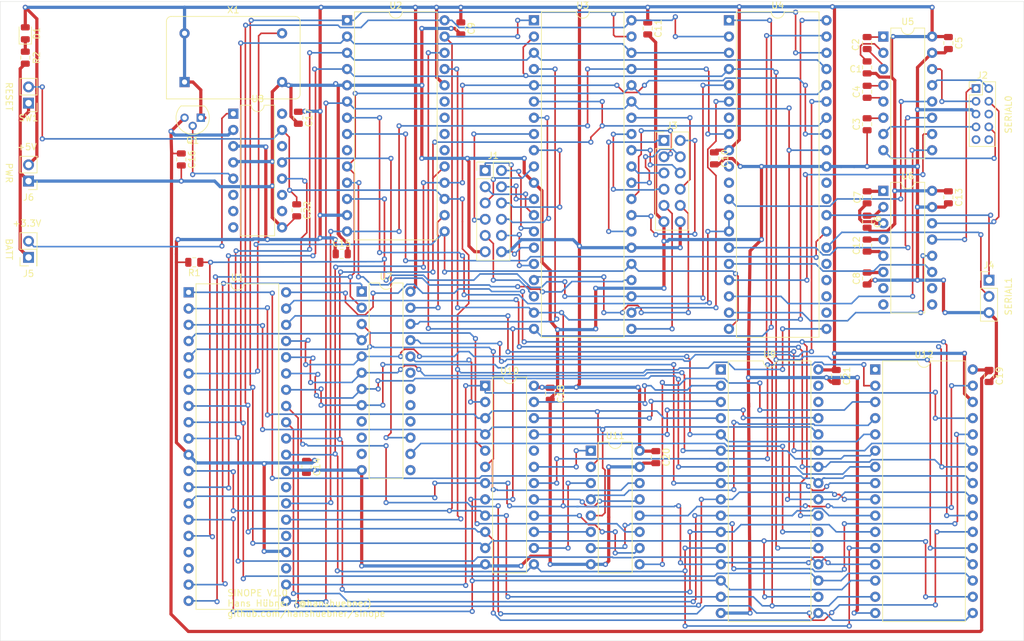
<source format=kicad_pcb>
(kicad_pcb (version 20171130) (host pcbnew "(5.1.5-0-10_14)")
  (layers (0 F.Cu signal) (31 B.Cu signal) (34 B.Paste user) (35 F.Paste user) (36 B.SilkS user) (37 F.SilkS user) (38 B.Mask user) (39 F.Mask user) (44 Edge.Cuts user))
  (net 0 "")
  (net 1 +5V)
  (net 2 "Net-(C1-Pad1)")
  (net 3 "Net-(C2-Pad2)")
  (net 4 "Net-(C2-Pad1)")
  (net 5 "Net-(C3-Pad2)")
  (net 6 RAMVCC)
  (net 7 "Net-(C4-Pad2)")
  (net 8 "Net-(C4-Pad1)")
  (net 9 "Net-(C6-Pad1)")
  (net 10 "Net-(C7-Pad2)")
  (net 11 "Net-(C7-Pad1)")
  (net 12 "Net-(C8-Pad2)")
  (net 13 "Net-(C12-Pad2)")
  (net 14 "Net-(C12-Pad1)")
  (net 15 ~RESET)
  (net 16 "Net-(D1-Pad1)")
  (net 17 "Net-(J1-Pad10)")
  (net 18 "Net-(J1-Pad9)")
  (net 19 "Net-(J1-Pad8)")
  (net 20 "Net-(J1-Pad7)")
  (net 21 "Net-(J1-Pad6)")
  (net 22 "Net-(J1-Pad5)")
  (net 23 "Net-(J1-Pad4)")
  (net 24 "Net-(J1-Pad3)")
  (net 25 "Net-(J1-Pad2)")
  (net 26 "Net-(J1-Pad1)")
  (net 27 "Net-(J2-Pad9)")
  (net 28 /CTSA)
  (net 29 /RTSA)
  (net 30 "Net-(J2-Pad6)")
  (net 31 /DTRA)
  (net 32 /TxDA)
  (net 33 /RxDA)
  (net 34 /DCDA)
  (net 35 "Net-(J3-Pad10)")
  (net 36 "Net-(J3-Pad9)")
  (net 37 "Net-(J3-Pad8)")
  (net 38 "Net-(J3-Pad7)")
  (net 39 "Net-(J3-Pad6)")
  (net 40 "Net-(J3-Pad5)")
  (net 41 "Net-(J3-Pad4)")
  (net 42 "Net-(J3-Pad3)")
  (net 43 "Net-(J3-Pad2)")
  (net 44 "Net-(J3-Pad1)")
  (net 45 "Net-(J4-Pad1)")
  (net 46 "Net-(J5-Pad2)")
  (net 47 "Net-(Q1-Pad2)")
  (net 48 ~INT)
  (net 49 /A10)
  (net 50 ~IOREQ)
  (net 51 /A9)
  (net 52 ~MREQ)
  (net 53 /A8)
  (net 54 "Net-(U1-Pad18)")
  (net 55 /A7)
  (net 56 "Net-(U1-Pad17)")
  (net 57 /A6)
  (net 58 /A5)
  (net 59 /D1)
  (net 60 /A4)
  (net 61 /D0)
  (net 62 /A3)
  (net 63 /D7)
  (net 64 /A2)
  (net 65 /D2)
  (net 66 /A1)
  (net 67 /A0)
  (net 68 /D6)
  (net 69 /D5)
  (net 70 "Net-(U1-Pad28)")
  (net 71 /D3)
  (net 72 ~M1)
  (net 73 /D4)
  (net 74 CLK)
  (net 75 "Net-(U1-Pad25)")
  (net 76 /A15)
  (net 77 /A14)
  (net 78 "Net-(U1-Pad23)")
  (net 79 /A13)
  (net 80 ~WR)
  (net 81 /A12)
  (net 82 ~RD)
  (net 83 /A11)
  (net 84 "Net-(U2-Pad11)")
  (net 85 "Net-(U2-Pad23)")
  (net 86 "Net-(U2-Pad9)")
  (net 87 "Net-(U2-Pad22)")
  (net 88 SIOCB)
  (net 89 "Net-(U2-Pad21)")
  (net 90 SIOCA)
  (net 91 "Net-(U2-Pad20)")
  (net 92 ~CTCCS)
  (net 93 ~PIOCS)
  (net 94 "Net-(U3-Pad22)")
  (net 95 "Net-(U4-Pad19)")
  (net 96 "Net-(U4-Pad18)")
  (net 97 "Net-(U4-Pad17)")
  (net 98 "Net-(U4-Pad16)")
  (net 99 ~SIOCS)
  (net 100 "Net-(U4-Pad15)")
  (net 101 "Net-(U4-Pad12)")
  (net 102 "Net-(U4-Pad11)")
  (net 103 "Net-(U4-Pad30)")
  (net 104 "Net-(U4-Pad10)")
  (net 105 "Net-(U4-Pad29)")
  (net 106 "Net-(U4-Pad7)")
  (net 107 "Net-(U4-Pad25)")
  (net 108 "Net-(U4-Pad24)")
  (net 109 "Net-(U4-Pad23)")
  (net 110 "Net-(U4-Pad22)")
  (net 111 ~BANKCS)
  (net 112 ~RAMCS)
  (net 113 ~ROMCS)
  (net 114 "Net-(U8-Pad16)")
  (net 115 "Net-(U8-Pad8)")
  (net 116 "Net-(U8-Pad7)")
  (net 117 "Net-(U8-Pad14)")
  (net 118 "Net-(U8-Pad6)")
  (net 119 ~RAMCS_SAFE)
  (net 120 "Net-(U8-Pad11)")
  (net 121 "Net-(U8-Pad10)")
  (net 122 "Net-(U9-Pad31)")
  (net 123 /ROMA14)
  (net 124 /ROMA15)
  (net 125 /ROMA16)
  (net 126 "Net-(U9-Pad1)")
  (net 127 RAMA16)
  (net 128 "Net-(U10-Pad17)")
  (net 129 "Net-(U10-Pad16)")
  (net 130 "Net-(U10-Pad15)")
  (net 131 "Net-(U10-Pad14)")
  (net 132 "Net-(U11-Pad7)")
  (net 133 "Net-(U11-Pad12)")
  (net 134 "Net-(U11-Pad4)")
  (net 135 "Net-(U11-Pad9)")
  (net 136 "Net-(U10-Pad19)")
  (net 137 GND)
  (net 138 "Net-(J4-Pad2)")
  (net 139 "Net-(U6-Pad8)")
  (net 140 "Net-(U6-Pad7)")
  (net 141 "Net-(U6-Pad10)")
  (net 142 "Net-(U6-Pad9)")
  (net 143 "Net-(J2-Pad10)")
  (module Connector_PinHeader_2.54mm:PinHeader_1x02_P2.54mm_Vertical (layer F.Cu) (at 45.974 40.894 180)
    (fp_text reference SW1 (at 0 -2.33) (layer F.SilkS))
    (fp_text value RESET)
    (pad 2 thru_hole oval (at 0 2.54 180) (size 1.7 1.7) (drill 1) (layers *.Cu *.Mask) (net 15 ~RESET))
    (pad 1 thru_hole rect (at 0 0 180) (size 1.7 1.7) (drill 1) (layers *.Cu *.Mask) (net 137 GND))
  )
  (module Connector_PinHeader_2.00mm:PinHeader_2x05_P2.00mm_Vertical (layer F.Cu) (at 194.056 38.608)
    (fp_text reference J2 (at 1 -2.06) (layer F.SilkS))
    (fp_text value SERIAL0)
    (pad 10 thru_hole oval (at 2 8) (size 1.35 1.35) (drill 0.8) (layers *.Cu *.Mask) (net 143 "Net-(J2-Pad10)"))
    (pad 9 thru_hole oval (at 0 8) (size 1.35 1.35) (drill 0.8) (layers *.Cu *.Mask) (net 27 "Net-(J2-Pad9)"))
    (pad 8 thru_hole oval (at 2 6) (size 1.35 1.35) (drill 0.8) (layers *.Cu *.Mask) (net 28 /CTSA))
    (pad 7 thru_hole oval (at 0 6) (size 1.35 1.35) (drill 0.8) (layers *.Cu *.Mask) (net 29 /RTSA))
    (pad 6 thru_hole oval (at 2 4) (size 1.35 1.35) (drill 0.8) (layers *.Cu *.Mask) (net 30 "Net-(J2-Pad6)"))
    (pad 5 thru_hole oval (at 0 4) (size 1.35 1.35) (drill 0.8) (layers *.Cu *.Mask) (net 137 GND))
    (pad 4 thru_hole oval (at 2 2) (size 1.35 1.35) (drill 0.8) (layers *.Cu *.Mask) (net 31 /DTRA))
    (pad 3 thru_hole oval (at 0 2) (size 1.35 1.35) (drill 0.8) (layers *.Cu *.Mask) (net 32 /TxDA))
    (pad 2 thru_hole oval (at 2 0) (size 1.35 1.35) (drill 0.8) (layers *.Cu *.Mask) (net 33 /RxDA))
    (pad 1 thru_hole rect (at 0 0) (size 1.35 1.35) (drill 0.8) (layers *.Cu *.Mask) (net 34 /DCDA))
  )
  (module Package_DIP:DIP-16_W7.62mm (layer F.Cu) (at 179.578 30.48)
    (fp_text reference U5 (at 3.81 -2.33) (layer F.SilkS))
    (fp_text value MAX232)
    (pad 16 thru_hole oval (at 7.62 0) (size 1.6 1.6) (drill 0.8) (layers *.Cu *.Mask) (net 1 +5V))
    (pad 8 thru_hole oval (at 0 17.78) (size 1.6 1.6) (drill 0.8) (layers *.Cu *.Mask) (net 28 /CTSA))
    (pad 15 thru_hole oval (at 7.62 2.54) (size 1.6 1.6) (drill 0.8) (layers *.Cu *.Mask) (net 137 GND))
    (pad 7 thru_hole oval (at 0 15.24) (size 1.6 1.6) (drill 0.8) (layers *.Cu *.Mask) (net 29 /RTSA))
    (pad 14 thru_hole oval (at 7.62 5.08) (size 1.6 1.6) (drill 0.8) (layers *.Cu *.Mask) (net 32 /TxDA))
    (pad 6 thru_hole oval (at 0 12.7) (size 1.6 1.6) (drill 0.8) (layers *.Cu *.Mask) (net 5 "Net-(C3-Pad2)"))
    (pad 13 thru_hole oval (at 7.62 7.62) (size 1.6 1.6) (drill 0.8) (layers *.Cu *.Mask) (net 33 /RxDA))
    (pad 5 thru_hole oval (at 0 10.16) (size 1.6 1.6) (drill 0.8) (layers *.Cu *.Mask) (net 8 "Net-(C4-Pad1)"))
    (pad 12 thru_hole oval (at 7.62 10.16) (size 1.6 1.6) (drill 0.8) (layers *.Cu *.Mask) (net 101 "Net-(U4-Pad12)"))
    (pad 4 thru_hole oval (at 0 7.62) (size 1.6 1.6) (drill 0.8) (layers *.Cu *.Mask) (net 7 "Net-(C4-Pad2)"))
    (pad 11 thru_hole oval (at 7.62 12.7) (size 1.6 1.6) (drill 0.8) (layers *.Cu *.Mask) (net 100 "Net-(U4-Pad15)"))
    (pad 3 thru_hole oval (at 0 5.08) (size 1.6 1.6) (drill 0.8) (layers *.Cu *.Mask) (net 3 "Net-(C2-Pad2)"))
    (pad 10 thru_hole oval (at 7.62 15.24) (size 1.6 1.6) (drill 0.8) (layers *.Cu *.Mask) (net 97 "Net-(U4-Pad17)"))
    (pad 2 thru_hole oval (at 0 2.54) (size 1.6 1.6) (drill 0.8) (layers *.Cu *.Mask) (net 2 "Net-(C1-Pad1)"))
    (pad 9 thru_hole oval (at 7.62 17.78) (size 1.6 1.6) (drill 0.8) (layers *.Cu *.Mask) (net 96 "Net-(U4-Pad18)"))
    (pad 1 thru_hole rect (at 0 0) (size 1.6 1.6) (drill 0.8) (layers *.Cu *.Mask) (net 4 "Net-(C2-Pad1)"))
  )
  (module Capacitor_SMD:C_0805_2012Metric (layer F.Cu) (at 177.038 39.116 90)
    (fp_text reference C4 (at 0 -1.65 90) (layer F.SilkS))
    (fp_text value 100nF)
    (pad 2 smd roundrect (at 0.9375 0 90) (size 0.975 1.4) (layers F.Cu F.Paste F.Mask) (net 7 "Net-(C4-Pad2)"))
    (pad 1 smd roundrect (at -0.9375 0 90) (size 0.975 1.4) (layers F.Cu F.Paste F.Mask) (net 8 "Net-(C4-Pad1)"))
  )
  (module Package_DIP:DIP-32_W15.24mm (layer F.Cu) (at 154.178 82.55)
    (fp_text reference U9 (at 7.62 -2.33) (layer F.SilkS))
    (fp_text value 27C010)
    (pad 32 thru_hole oval (at 15.24 0) (size 1.6 1.6) (drill 0.8) (layers *.Cu *.Mask) (net 1 +5V))
    (pad 16 thru_hole oval (at 0 38.1) (size 1.6 1.6) (drill 0.8) (layers *.Cu *.Mask) (net 137 GND))
    (pad 31 thru_hole oval (at 15.24 2.54) (size 1.6 1.6) (drill 0.8) (layers *.Cu *.Mask) (net 122 "Net-(U9-Pad31)"))
    (pad 15 thru_hole oval (at 0 35.56) (size 1.6 1.6) (drill 0.8) (layers *.Cu *.Mask) (net 65 /D2))
    (pad 30 thru_hole oval (at 15.24 5.08) (size 1.6 1.6) (drill 0.8) (layers *.Cu *.Mask))
    (pad 14 thru_hole oval (at 0 33.02) (size 1.6 1.6) (drill 0.8) (layers *.Cu *.Mask) (net 59 /D1))
    (pad 29 thru_hole oval (at 15.24 7.62) (size 1.6 1.6) (drill 0.8) (layers *.Cu *.Mask) (net 123 /ROMA14))
    (pad 13 thru_hole oval (at 0 30.48) (size 1.6 1.6) (drill 0.8) (layers *.Cu *.Mask) (net 61 /D0))
    (pad 28 thru_hole oval (at 15.24 10.16) (size 1.6 1.6) (drill 0.8) (layers *.Cu *.Mask) (net 79 /A13))
    (pad 12 thru_hole oval (at 0 27.94) (size 1.6 1.6) (drill 0.8) (layers *.Cu *.Mask) (net 67 /A0))
    (pad 27 thru_hole oval (at 15.24 12.7) (size 1.6 1.6) (drill 0.8) (layers *.Cu *.Mask) (net 53 /A8))
    (pad 11 thru_hole oval (at 0 25.4) (size 1.6 1.6) (drill 0.8) (layers *.Cu *.Mask) (net 66 /A1))
    (pad 26 thru_hole oval (at 15.24 15.24) (size 1.6 1.6) (drill 0.8) (layers *.Cu *.Mask) (net 51 /A9))
    (pad 10 thru_hole oval (at 0 22.86) (size 1.6 1.6) (drill 0.8) (layers *.Cu *.Mask) (net 64 /A2))
    (pad 25 thru_hole oval (at 15.24 17.78) (size 1.6 1.6) (drill 0.8) (layers *.Cu *.Mask) (net 83 /A11))
    (pad 9 thru_hole oval (at 0 20.32) (size 1.6 1.6) (drill 0.8) (layers *.Cu *.Mask) (net 62 /A3))
    (pad 24 thru_hole oval (at 15.24 20.32) (size 1.6 1.6) (drill 0.8) (layers *.Cu *.Mask) (net 82 ~RD))
    (pad 8 thru_hole oval (at 0 17.78) (size 1.6 1.6) (drill 0.8) (layers *.Cu *.Mask) (net 60 /A4))
    (pad 23 thru_hole oval (at 15.24 22.86) (size 1.6 1.6) (drill 0.8) (layers *.Cu *.Mask) (net 49 /A10))
    (pad 7 thru_hole oval (at 0 15.24) (size 1.6 1.6) (drill 0.8) (layers *.Cu *.Mask) (net 58 /A5))
    (pad 22 thru_hole oval (at 15.24 25.4) (size 1.6 1.6) (drill 0.8) (layers *.Cu *.Mask) (net 113 ~ROMCS))
    (pad 6 thru_hole oval (at 0 12.7) (size 1.6 1.6) (drill 0.8) (layers *.Cu *.Mask) (net 57 /A6))
    (pad 21 thru_hole oval (at 15.24 27.94) (size 1.6 1.6) (drill 0.8) (layers *.Cu *.Mask) (net 63 /D7))
    (pad 5 thru_hole oval (at 0 10.16) (size 1.6 1.6) (drill 0.8) (layers *.Cu *.Mask) (net 55 /A7))
    (pad 20 thru_hole oval (at 15.24 30.48) (size 1.6 1.6) (drill 0.8) (layers *.Cu *.Mask) (net 68 /D6))
    (pad 4 thru_hole oval (at 0 7.62) (size 1.6 1.6) (drill 0.8) (layers *.Cu *.Mask) (net 81 /A12))
    (pad 19 thru_hole oval (at 15.24 33.02) (size 1.6 1.6) (drill 0.8) (layers *.Cu *.Mask) (net 69 /D5))
    (pad 3 thru_hole oval (at 0 5.08) (size 1.6 1.6) (drill 0.8) (layers *.Cu *.Mask) (net 124 /ROMA15))
    (pad 18 thru_hole oval (at 15.24 35.56) (size 1.6 1.6) (drill 0.8) (layers *.Cu *.Mask) (net 73 /D4))
    (pad 2 thru_hole oval (at 0 2.54) (size 1.6 1.6) (drill 0.8) (layers *.Cu *.Mask) (net 125 /ROMA16))
    (pad 17 thru_hole oval (at 15.24 38.1) (size 1.6 1.6) (drill 0.8) (layers *.Cu *.Mask) (net 71 /D3))
    (pad 1 thru_hole rect (at 0 0) (size 1.6 1.6) (drill 0.8) (layers *.Cu *.Mask) (net 126 "Net-(U9-Pad1)"))
  )
  (module Capacitor_SMD:C_0805_2012Metric (layer F.Cu) (at 172.212 83.566 270)
    (fp_text reference C21 (at 0 -1.65 90) (layer F.SilkS))
    (fp_text value 100nF)
    (pad 2 smd roundrect (at 0.9375 0 270) (size 0.975 1.4) (layers F.Cu F.Paste F.Mask) (net 137 GND))
    (pad 1 smd roundrect (at -0.9375 0 270) (size 0.975 1.4) (layers F.Cu F.Paste F.Mask) (net 1 +5V))
  )
  (module Connector_PinHeader_2.54mm:PinHeader_2x06_P2.54mm_Vertical (layer F.Cu) (at 145.288 46.736)
    (fp_text reference J3 (at 1.27 -2.33) (layer F.SilkS))
    (fp_text value PIOB)
    (pad 12 thru_hole oval (at 2.54 12.7) (size 1.7 1.7) (drill 1) (layers *.Cu *.Mask) (net 1 +5V))
    (pad 11 thru_hole oval (at 0 12.7) (size 1.7 1.7) (drill 1) (layers *.Cu *.Mask) (net 137 GND))
    (pad 10 thru_hole oval (at 2.54 10.16) (size 1.7 1.7) (drill 1) (layers *.Cu *.Mask) (net 35 "Net-(J3-Pad10)"))
    (pad 9 thru_hole oval (at 0 10.16) (size 1.7 1.7) (drill 1) (layers *.Cu *.Mask) (net 36 "Net-(J3-Pad9)"))
    (pad 8 thru_hole oval (at 2.54 7.62) (size 1.7 1.7) (drill 1) (layers *.Cu *.Mask) (net 37 "Net-(J3-Pad8)"))
    (pad 7 thru_hole oval (at 0 7.62) (size 1.7 1.7) (drill 1) (layers *.Cu *.Mask) (net 38 "Net-(J3-Pad7)"))
    (pad 6 thru_hole oval (at 2.54 5.08) (size 1.7 1.7) (drill 1) (layers *.Cu *.Mask) (net 39 "Net-(J3-Pad6)"))
    (pad 5 thru_hole oval (at 0 5.08) (size 1.7 1.7) (drill 1) (layers *.Cu *.Mask) (net 40 "Net-(J3-Pad5)"))
    (pad 4 thru_hole oval (at 2.54 2.54) (size 1.7 1.7) (drill 1) (layers *.Cu *.Mask) (net 41 "Net-(J3-Pad4)"))
    (pad 3 thru_hole oval (at 0 2.54) (size 1.7 1.7) (drill 1) (layers *.Cu *.Mask) (net 42 "Net-(J3-Pad3)"))
    (pad 2 thru_hole oval (at 2.54 0) (size 1.7 1.7) (drill 1) (layers *.Cu *.Mask) (net 43 "Net-(J3-Pad2)"))
    (pad 1 thru_hole rect (at 0 0) (size 1.7 1.7) (drill 1) (layers *.Cu *.Mask) (net 44 "Net-(J3-Pad1)"))
  )
  (module Package_DIP:DIP-40_W15.24mm (layer F.Cu) (at 155.448 27.94)
    (fp_text reference U4 (at 7.62 -2.33) (layer F.SilkS))
    (fp_text value Z80SIO)
    (pad 40 thru_hole oval (at 15.24 0) (size 1.6 1.6) (drill 0.8) (layers *.Cu *.Mask) (net 61 /D0))
    (pad 20 thru_hole oval (at 0 48.26) (size 1.6 1.6) (drill 0.8) (layers *.Cu *.Mask) (net 74 CLK))
    (pad 39 thru_hole oval (at 15.24 2.54) (size 1.6 1.6) (drill 0.8) (layers *.Cu *.Mask) (net 65 /D2))
    (pad 19 thru_hole oval (at 0 45.72) (size 1.6 1.6) (drill 0.8) (layers *.Cu *.Mask) (net 95 "Net-(U4-Pad19)"))
    (pad 38 thru_hole oval (at 15.24 5.08) (size 1.6 1.6) (drill 0.8) (layers *.Cu *.Mask) (net 73 /D4))
    (pad 18 thru_hole oval (at 0 43.18) (size 1.6 1.6) (drill 0.8) (layers *.Cu *.Mask) (net 96 "Net-(U4-Pad18)"))
    (pad 37 thru_hole oval (at 15.24 7.62) (size 1.6 1.6) (drill 0.8) (layers *.Cu *.Mask) (net 68 /D6))
    (pad 17 thru_hole oval (at 0 40.64) (size 1.6 1.6) (drill 0.8) (layers *.Cu *.Mask) (net 97 "Net-(U4-Pad17)"))
    (pad 36 thru_hole oval (at 15.24 10.16) (size 1.6 1.6) (drill 0.8) (layers *.Cu *.Mask) (net 50 ~IOREQ))
    (pad 16 thru_hole oval (at 0 38.1) (size 1.6 1.6) (drill 0.8) (layers *.Cu *.Mask) (net 98 "Net-(U4-Pad16)"))
    (pad 35 thru_hole oval (at 15.24 12.7) (size 1.6 1.6) (drill 0.8) (layers *.Cu *.Mask) (net 99 ~SIOCS))
    (pad 15 thru_hole oval (at 0 35.56) (size 1.6 1.6) (drill 0.8) (layers *.Cu *.Mask) (net 100 "Net-(U4-Pad15)"))
    (pad 34 thru_hole oval (at 15.24 15.24) (size 1.6 1.6) (drill 0.8) (layers *.Cu *.Mask) (net 66 /A1))
    (pad 14 thru_hole oval (at 0 33.02) (size 1.6 1.6) (drill 0.8) (layers *.Cu *.Mask) (net 90 SIOCA))
    (pad 33 thru_hole oval (at 15.24 17.78) (size 1.6 1.6) (drill 0.8) (layers *.Cu *.Mask) (net 67 /A0))
    (pad 13 thru_hole oval (at 0 30.48) (size 1.6 1.6) (drill 0.8) (layers *.Cu *.Mask) (net 90 SIOCA))
    (pad 32 thru_hole oval (at 15.24 20.32) (size 1.6 1.6) (drill 0.8) (layers *.Cu *.Mask) (net 82 ~RD))
    (pad 12 thru_hole oval (at 0 27.94) (size 1.6 1.6) (drill 0.8) (layers *.Cu *.Mask) (net 101 "Net-(U4-Pad12)"))
    (pad 31 thru_hole oval (at 15.24 22.86) (size 1.6 1.6) (drill 0.8) (layers *.Cu *.Mask) (net 137 GND))
    (pad 11 thru_hole oval (at 0 25.4) (size 1.6 1.6) (drill 0.8) (layers *.Cu *.Mask) (net 102 "Net-(U4-Pad11)"))
    (pad 30 thru_hole oval (at 15.24 25.4) (size 1.6 1.6) (drill 0.8) (layers *.Cu *.Mask) (net 103 "Net-(U4-Pad30)"))
    (pad 10 thru_hole oval (at 0 22.86) (size 1.6 1.6) (drill 0.8) (layers *.Cu *.Mask) (net 104 "Net-(U4-Pad10)"))
    (pad 29 thru_hole oval (at 15.24 27.94) (size 1.6 1.6) (drill 0.8) (layers *.Cu *.Mask) (net 105 "Net-(U4-Pad29)"))
    (pad 9 thru_hole oval (at 0 20.32) (size 1.6 1.6) (drill 0.8) (layers *.Cu *.Mask) (net 1 +5V))
    (pad 28 thru_hole oval (at 15.24 30.48) (size 1.6 1.6) (drill 0.8) (layers *.Cu *.Mask) (net 45 "Net-(J4-Pad1)"))
    (pad 8 thru_hole oval (at 0 17.78) (size 1.6 1.6) (drill 0.8) (layers *.Cu *.Mask) (net 72 ~M1))
    (pad 27 thru_hole oval (at 15.24 33.02) (size 1.6 1.6) (drill 0.8) (layers *.Cu *.Mask) (net 88 SIOCB))
    (pad 7 thru_hole oval (at 0 15.24) (size 1.6 1.6) (drill 0.8) (layers *.Cu *.Mask) (net 106 "Net-(U4-Pad7)"))
    (pad 26 thru_hole oval (at 15.24 35.56) (size 1.6 1.6) (drill 0.8) (layers *.Cu *.Mask) (net 138 "Net-(J4-Pad2)"))
    (pad 6 thru_hole oval (at 0 12.7) (size 1.6 1.6) (drill 0.8) (layers *.Cu *.Mask) (net 94 "Net-(U3-Pad22)"))
    (pad 25 thru_hole oval (at 15.24 38.1) (size 1.6 1.6) (drill 0.8) (layers *.Cu *.Mask) (net 107 "Net-(U4-Pad25)"))
    (pad 5 thru_hole oval (at 0 10.16) (size 1.6 1.6) (drill 0.8) (layers *.Cu *.Mask) (net 48 ~INT))
    (pad 24 thru_hole oval (at 15.24 40.64) (size 1.6 1.6) (drill 0.8) (layers *.Cu *.Mask) (net 108 "Net-(U4-Pad24)"))
    (pad 4 thru_hole oval (at 0 7.62) (size 1.6 1.6) (drill 0.8) (layers *.Cu *.Mask) (net 63 /D7))
    (pad 23 thru_hole oval (at 15.24 43.18) (size 1.6 1.6) (drill 0.8) (layers *.Cu *.Mask) (net 109 "Net-(U4-Pad23)"))
    (pad 3 thru_hole oval (at 0 5.08) (size 1.6 1.6) (drill 0.8) (layers *.Cu *.Mask) (net 69 /D5))
    (pad 22 thru_hole oval (at 15.24 45.72) (size 1.6 1.6) (drill 0.8) (layers *.Cu *.Mask) (net 110 "Net-(U4-Pad22)"))
    (pad 2 thru_hole oval (at 0 2.54) (size 1.6 1.6) (drill 0.8) (layers *.Cu *.Mask) (net 71 /D3))
    (pad 21 thru_hole oval (at 15.24 48.26) (size 1.6 1.6) (drill 0.8) (layers *.Cu *.Mask) (net 15 ~RESET))
    (pad 1 thru_hole rect (at 0 0) (size 1.6 1.6) (drill 0.8) (layers *.Cu *.Mask) (net 59 /D1))
  )
  (module Package_DIP:DIP-40_W15.24mm (layer F.Cu) (at 70.993 70.485)
    (fp_text reference U1 (at 7.62 -2.33) (layer F.SilkS))
    (fp_text value Z80CPU)
    (pad 40 thru_hole oval (at 15.24 0) (size 1.6 1.6) (drill 0.8) (layers *.Cu *.Mask) (net 49 /A10))
    (pad 20 thru_hole oval (at 0 48.26) (size 1.6 1.6) (drill 0.8) (layers *.Cu *.Mask) (net 50 ~IOREQ))
    (pad 39 thru_hole oval (at 15.24 2.54) (size 1.6 1.6) (drill 0.8) (layers *.Cu *.Mask) (net 51 /A9))
    (pad 19 thru_hole oval (at 0 45.72) (size 1.6 1.6) (drill 0.8) (layers *.Cu *.Mask) (net 52 ~MREQ))
    (pad 38 thru_hole oval (at 15.24 5.08) (size 1.6 1.6) (drill 0.8) (layers *.Cu *.Mask) (net 53 /A8))
    (pad 18 thru_hole oval (at 0 43.18) (size 1.6 1.6) (drill 0.8) (layers *.Cu *.Mask) (net 54 "Net-(U1-Pad18)"))
    (pad 37 thru_hole oval (at 15.24 7.62) (size 1.6 1.6) (drill 0.8) (layers *.Cu *.Mask) (net 55 /A7))
    (pad 17 thru_hole oval (at 0 40.64) (size 1.6 1.6) (drill 0.8) (layers *.Cu *.Mask) (net 56 "Net-(U1-Pad17)"))
    (pad 36 thru_hole oval (at 15.24 10.16) (size 1.6 1.6) (drill 0.8) (layers *.Cu *.Mask) (net 57 /A6))
    (pad 16 thru_hole oval (at 0 38.1) (size 1.6 1.6) (drill 0.8) (layers *.Cu *.Mask) (net 48 ~INT))
    (pad 35 thru_hole oval (at 15.24 12.7) (size 1.6 1.6) (drill 0.8) (layers *.Cu *.Mask) (net 58 /A5))
    (pad 15 thru_hole oval (at 0 35.56) (size 1.6 1.6) (drill 0.8) (layers *.Cu *.Mask) (net 59 /D1))
    (pad 34 thru_hole oval (at 15.24 15.24) (size 1.6 1.6) (drill 0.8) (layers *.Cu *.Mask) (net 60 /A4))
    (pad 14 thru_hole oval (at 0 33.02) (size 1.6 1.6) (drill 0.8) (layers *.Cu *.Mask) (net 61 /D0))
    (pad 33 thru_hole oval (at 15.24 17.78) (size 1.6 1.6) (drill 0.8) (layers *.Cu *.Mask) (net 62 /A3))
    (pad 13 thru_hole oval (at 0 30.48) (size 1.6 1.6) (drill 0.8) (layers *.Cu *.Mask) (net 63 /D7))
    (pad 32 thru_hole oval (at 15.24 20.32) (size 1.6 1.6) (drill 0.8) (layers *.Cu *.Mask) (net 64 /A2))
    (pad 12 thru_hole oval (at 0 27.94) (size 1.6 1.6) (drill 0.8) (layers *.Cu *.Mask) (net 65 /D2))
    (pad 31 thru_hole oval (at 15.24 22.86) (size 1.6 1.6) (drill 0.8) (layers *.Cu *.Mask) (net 66 /A1))
    (pad 11 thru_hole oval (at 0 25.4) (size 1.6 1.6) (drill 0.8) (layers *.Cu *.Mask) (net 1 +5V))
    (pad 30 thru_hole oval (at 15.24 25.4) (size 1.6 1.6) (drill 0.8) (layers *.Cu *.Mask) (net 67 /A0))
    (pad 10 thru_hole oval (at 0 22.86) (size 1.6 1.6) (drill 0.8) (layers *.Cu *.Mask) (net 68 /D6))
    (pad 29 thru_hole oval (at 15.24 27.94) (size 1.6 1.6) (drill 0.8) (layers *.Cu *.Mask) (net 137 GND))
    (pad 9 thru_hole oval (at 0 20.32) (size 1.6 1.6) (drill 0.8) (layers *.Cu *.Mask) (net 69 /D5))
    (pad 28 thru_hole oval (at 15.24 30.48) (size 1.6 1.6) (drill 0.8) (layers *.Cu *.Mask) (net 70 "Net-(U1-Pad28)"))
    (pad 8 thru_hole oval (at 0 17.78) (size 1.6 1.6) (drill 0.8) (layers *.Cu *.Mask) (net 71 /D3))
    (pad 27 thru_hole oval (at 15.24 33.02) (size 1.6 1.6) (drill 0.8) (layers *.Cu *.Mask) (net 72 ~M1))
    (pad 7 thru_hole oval (at 0 15.24) (size 1.6 1.6) (drill 0.8) (layers *.Cu *.Mask) (net 73 /D4))
    (pad 26 thru_hole oval (at 15.24 35.56) (size 1.6 1.6) (drill 0.8) (layers *.Cu *.Mask) (net 15 ~RESET))
    (pad 6 thru_hole oval (at 0 12.7) (size 1.6 1.6) (drill 0.8) (layers *.Cu *.Mask) (net 74 CLK))
    (pad 25 thru_hole oval (at 15.24 38.1) (size 1.6 1.6) (drill 0.8) (layers *.Cu *.Mask) (net 75 "Net-(U1-Pad25)"))
    (pad 5 thru_hole oval (at 0 10.16) (size 1.6 1.6) (drill 0.8) (layers *.Cu *.Mask) (net 76 /A15))
    (pad 24 thru_hole oval (at 15.24 40.64) (size 1.6 1.6) (drill 0.8) (layers *.Cu *.Mask) (net 1 +5V))
    (pad 4 thru_hole oval (at 0 7.62) (size 1.6 1.6) (drill 0.8) (layers *.Cu *.Mask) (net 77 /A14))
    (pad 23 thru_hole oval (at 15.24 43.18) (size 1.6 1.6) (drill 0.8) (layers *.Cu *.Mask) (net 78 "Net-(U1-Pad23)"))
    (pad 3 thru_hole oval (at 0 5.08) (size 1.6 1.6) (drill 0.8) (layers *.Cu *.Mask) (net 79 /A13))
    (pad 22 thru_hole oval (at 15.24 45.72) (size 1.6 1.6) (drill 0.8) (layers *.Cu *.Mask) (net 80 ~WR))
    (pad 2 thru_hole oval (at 0 2.54) (size 1.6 1.6) (drill 0.8) (layers *.Cu *.Mask) (net 81 /A12))
    (pad 21 thru_hole oval (at 15.24 48.26) (size 1.6 1.6) (drill 0.8) (layers *.Cu *.Mask) (net 82 ~RD))
    (pad 1 thru_hole rect (at 0 0) (size 1.6 1.6) (drill 0.8) (layers *.Cu *.Mask) (net 83 /A11))
  )
  (module Package_DIP:DIP-40_W15.24mm (layer F.Cu) (at 124.968 27.94)
    (fp_text reference U3 (at 7.62 -2.33) (layer F.SilkS))
    (fp_text value Z80PIO)
    (pad 40 thru_hole oval (at 15.24 0) (size 1.6 1.6) (drill 0.8) (layers *.Cu *.Mask) (net 71 /D3))
    (pad 20 thru_hole oval (at 0 48.26) (size 1.6 1.6) (drill 0.8) (layers *.Cu *.Mask) (net 59 /D1))
    (pad 39 thru_hole oval (at 15.24 2.54) (size 1.6 1.6) (drill 0.8) (layers *.Cu *.Mask) (net 73 /D4))
    (pad 19 thru_hole oval (at 0 45.72) (size 1.6 1.6) (drill 0.8) (layers *.Cu *.Mask) (net 61 /D0))
    (pad 38 thru_hole oval (at 15.24 5.08) (size 1.6 1.6) (drill 0.8) (layers *.Cu *.Mask) (net 69 /D5))
    (pad 18 thru_hole oval (at 0 43.18) (size 1.6 1.6) (drill 0.8) (layers *.Cu *.Mask) (net 18 "Net-(J1-Pad9)"))
    (pad 37 thru_hole oval (at 15.24 7.62) (size 1.6 1.6) (drill 0.8) (layers *.Cu *.Mask) (net 72 ~M1))
    (pad 17 thru_hole oval (at 0 40.64) (size 1.6 1.6) (drill 0.8) (layers *.Cu *.Mask) (net 35 "Net-(J3-Pad10)"))
    (pad 36 thru_hole oval (at 15.24 10.16) (size 1.6 1.6) (drill 0.8) (layers *.Cu *.Mask) (net 50 ~IOREQ))
    (pad 16 thru_hole oval (at 0 38.1) (size 1.6 1.6) (drill 0.8) (layers *.Cu *.Mask) (net 17 "Net-(J1-Pad10)"))
    (pad 35 thru_hole oval (at 15.24 12.7) (size 1.6 1.6) (drill 0.8) (layers *.Cu *.Mask) (net 82 ~RD))
    (pad 15 thru_hole oval (at 0 35.56) (size 1.6 1.6) (drill 0.8) (layers *.Cu *.Mask) (net 26 "Net-(J1-Pad1)"))
    (pad 34 thru_hole oval (at 15.24 15.24) (size 1.6 1.6) (drill 0.8) (layers *.Cu *.Mask) (net 37 "Net-(J3-Pad8)"))
    (pad 14 thru_hole oval (at 0 33.02) (size 1.6 1.6) (drill 0.8) (layers *.Cu *.Mask) (net 25 "Net-(J1-Pad2)"))
    (pad 33 thru_hole oval (at 15.24 17.78) (size 1.6 1.6) (drill 0.8) (layers *.Cu *.Mask) (net 38 "Net-(J3-Pad7)"))
    (pad 13 thru_hole oval (at 0 30.48) (size 1.6 1.6) (drill 0.8) (layers *.Cu *.Mask) (net 24 "Net-(J1-Pad3)"))
    (pad 32 thru_hole oval (at 15.24 20.32) (size 1.6 1.6) (drill 0.8) (layers *.Cu *.Mask) (net 39 "Net-(J3-Pad6)"))
    (pad 12 thru_hole oval (at 0 27.94) (size 1.6 1.6) (drill 0.8) (layers *.Cu *.Mask) (net 23 "Net-(J1-Pad4)"))
    (pad 31 thru_hole oval (at 15.24 22.86) (size 1.6 1.6) (drill 0.8) (layers *.Cu *.Mask) (net 40 "Net-(J3-Pad5)"))
    (pad 11 thru_hole oval (at 0 25.4) (size 1.6 1.6) (drill 0.8) (layers *.Cu *.Mask) (net 137 GND))
    (pad 30 thru_hole oval (at 15.24 25.4) (size 1.6 1.6) (drill 0.8) (layers *.Cu *.Mask) (net 41 "Net-(J3-Pad4)"))
    (pad 10 thru_hole oval (at 0 22.86) (size 1.6 1.6) (drill 0.8) (layers *.Cu *.Mask) (net 22 "Net-(J1-Pad5)"))
    (pad 29 thru_hole oval (at 15.24 27.94) (size 1.6 1.6) (drill 0.8) (layers *.Cu *.Mask) (net 42 "Net-(J3-Pad3)"))
    (pad 9 thru_hole oval (at 0 20.32) (size 1.6 1.6) (drill 0.8) (layers *.Cu *.Mask) (net 21 "Net-(J1-Pad6)"))
    (pad 28 thru_hole oval (at 15.24 30.48) (size 1.6 1.6) (drill 0.8) (layers *.Cu *.Mask) (net 43 "Net-(J3-Pad2)"))
    (pad 8 thru_hole oval (at 0 17.78) (size 1.6 1.6) (drill 0.8) (layers *.Cu *.Mask) (net 20 "Net-(J1-Pad7)"))
    (pad 27 thru_hole oval (at 15.24 33.02) (size 1.6 1.6) (drill 0.8) (layers *.Cu *.Mask) (net 44 "Net-(J3-Pad1)"))
    (pad 7 thru_hole oval (at 0 15.24) (size 1.6 1.6) (drill 0.8) (layers *.Cu *.Mask) (net 19 "Net-(J1-Pad8)"))
    (pad 26 thru_hole oval (at 15.24 35.56) (size 1.6 1.6) (drill 0.8) (layers *.Cu *.Mask) (net 1 +5V))
    (pad 6 thru_hole oval (at 0 12.7) (size 1.6 1.6) (drill 0.8) (layers *.Cu *.Mask) (net 66 /A1))
    (pad 25 thru_hole oval (at 15.24 38.1) (size 1.6 1.6) (drill 0.8) (layers *.Cu *.Mask) (net 74 CLK))
    (pad 5 thru_hole oval (at 0 10.16) (size 1.6 1.6) (drill 0.8) (layers *.Cu *.Mask) (net 67 /A0))
    (pad 24 thru_hole oval (at 15.24 40.64) (size 1.6 1.6) (drill 0.8) (layers *.Cu *.Mask) (net 84 "Net-(U2-Pad11)"))
    (pad 4 thru_hole oval (at 0 7.62) (size 1.6 1.6) (drill 0.8) (layers *.Cu *.Mask) (net 93 ~PIOCS))
    (pad 23 thru_hole oval (at 15.24 43.18) (size 1.6 1.6) (drill 0.8) (layers *.Cu *.Mask) (net 48 ~INT))
    (pad 3 thru_hole oval (at 0 5.08) (size 1.6 1.6) (drill 0.8) (layers *.Cu *.Mask) (net 68 /D6))
    (pad 22 thru_hole oval (at 15.24 45.72) (size 1.6 1.6) (drill 0.8) (layers *.Cu *.Mask) (net 94 "Net-(U3-Pad22)"))
    (pad 2 thru_hole oval (at 0 2.54) (size 1.6 1.6) (drill 0.8) (layers *.Cu *.Mask) (net 63 /D7))
    (pad 21 thru_hole oval (at 15.24 48.26) (size 1.6 1.6) (drill 0.8) (layers *.Cu *.Mask) (net 36 "Net-(J3-Pad9)"))
    (pad 1 thru_hole rect (at 0 0) (size 1.6 1.6) (drill 0.8) (layers *.Cu *.Mask) (net 65 /D2))
  )
  (module Package_DIP:DIP-16_W7.62mm (layer F.Cu) (at 77.978 42.545)
    (fp_text reference U8 (at 3.81 -2.33) (layer F.SilkS))
    (fp_text value MAX695)
    (pad 16 thru_hole oval (at 7.62 0) (size 1.6 1.6) (drill 0.8) (layers *.Cu *.Mask) (net 114 "Net-(U8-Pad16)"))
    (pad 8 thru_hole oval (at 0 17.78) (size 1.6 1.6) (drill 0.8) (layers *.Cu *.Mask) (net 115 "Net-(U8-Pad8)"))
    (pad 15 thru_hole oval (at 7.62 2.54) (size 1.6 1.6) (drill 0.8) (layers *.Cu *.Mask) (net 15 ~RESET))
    (pad 7 thru_hole oval (at 0 15.24) (size 1.6 1.6) (drill 0.8) (layers *.Cu *.Mask) (net 116 "Net-(U8-Pad7)"))
    (pad 14 thru_hole oval (at 7.62 5.08) (size 1.6 1.6) (drill 0.8) (layers *.Cu *.Mask) (net 117 "Net-(U8-Pad14)"))
    (pad 6 thru_hole oval (at 0 12.7) (size 1.6 1.6) (drill 0.8) (layers *.Cu *.Mask) (net 118 "Net-(U8-Pad6)"))
    (pad 13 thru_hole oval (at 7.62 7.62) (size 1.6 1.6) (drill 0.8) (layers *.Cu *.Mask) (net 112 ~RAMCS))
    (pad 5 thru_hole oval (at 0 10.16) (size 1.6 1.6) (drill 0.8) (layers *.Cu *.Mask) (net 47 "Net-(Q1-Pad2)"))
    (pad 12 thru_hole oval (at 7.62 10.16) (size 1.6 1.6) (drill 0.8) (layers *.Cu *.Mask) (net 119 ~RAMCS_SAFE))
    (pad 4 thru_hole oval (at 0 7.62) (size 1.6 1.6) (drill 0.8) (layers *.Cu *.Mask) (net 137 GND))
    (pad 11 thru_hole oval (at 7.62 12.7) (size 1.6 1.6) (drill 0.8) (layers *.Cu *.Mask) (net 120 "Net-(U8-Pad11)"))
    (pad 3 thru_hole oval (at 0 5.08) (size 1.6 1.6) (drill 0.8) (layers *.Cu *.Mask) (net 1 +5V))
    (pad 10 thru_hole oval (at 7.62 15.24) (size 1.6 1.6) (drill 0.8) (layers *.Cu *.Mask) (net 121 "Net-(U8-Pad10)"))
    (pad 2 thru_hole oval (at 0 2.54) (size 1.6 1.6) (drill 0.8) (layers *.Cu *.Mask) (net 6 RAMVCC))
    (pad 9 thru_hole oval (at 7.62 17.78) (size 1.6 1.6) (drill 0.8) (layers *.Cu *.Mask) (net 137 GND))
    (pad 1 thru_hole rect (at 0 0) (size 1.6 1.6) (drill 0.8) (layers *.Cu *.Mask) (net 46 "Net-(J5-Pad2)"))
  )
  (module Connector_PinHeader_2.54mm:PinHeader_1x03_P2.54mm_Vertical (layer F.Cu) (at 196.088 68.58)
    (fp_text reference J4 (at 0 -2.33) (layer F.SilkS))
    (fp_text value SERIAL1)
    (pad 3 thru_hole oval (at 0 5.08) (size 1.7 1.7) (drill 1) (layers *.Cu *.Mask) (net 137 GND))
    (pad 2 thru_hole oval (at 0 2.54) (size 1.7 1.7) (drill 1) (layers *.Cu *.Mask) (net 138 "Net-(J4-Pad2)"))
    (pad 1 thru_hole rect (at 0 0) (size 1.7 1.7) (drill 1) (layers *.Cu *.Mask) (net 45 "Net-(J4-Pad1)"))
  )
  (module Oscillator:Oscillator_DIP-14 (layer F.Cu) (at 70.358 37.592)
    (fp_text reference X1 (at 7.62 -11.26) (layer F.SilkS))
    (fp_text value 3.6864Mhz)
    (pad 7 thru_hole circle (at 15.24 0) (size 1.6 1.6) (drill 0.8) (layers *.Cu *.Mask) (net 137 GND))
    (pad 8 thru_hole circle (at 15.24 -7.62) (size 1.6 1.6) (drill 0.8) (layers *.Cu *.Mask) (net 74 CLK))
    (pad 14 thru_hole circle (at 0 -7.62) (size 1.6 1.6) (drill 0.8) (layers *.Cu *.Mask) (net 1 +5V))
    (pad 1 thru_hole rect (at 0 0) (size 1.6 1.6) (drill 0.8) (layers *.Cu *.Mask) (net 1 +5V))
  )
  (module Package_DIP:DIP-32_W15.24mm (layer F.Cu) (at 178.308 82.55)
    (fp_text reference U12 (at 7.62 -2.33) (layer F.SilkS))
    (fp_text value TC551001)
    (pad 32 thru_hole oval (at 15.24 0) (size 1.6 1.6) (drill 0.8) (layers *.Cu *.Mask) (net 6 RAMVCC))
    (pad 16 thru_hole oval (at 0 38.1) (size 1.6 1.6) (drill 0.8) (layers *.Cu *.Mask) (net 137 GND))
    (pad 31 thru_hole oval (at 15.24 2.54) (size 1.6 1.6) (drill 0.8) (layers *.Cu *.Mask) (net 133 "Net-(U11-Pad12)"))
    (pad 15 thru_hole oval (at 0 35.56) (size 1.6 1.6) (drill 0.8) (layers *.Cu *.Mask) (net 65 /D2))
    (pad 30 thru_hole oval (at 15.24 5.08) (size 1.6 1.6) (drill 0.8) (layers *.Cu *.Mask) (net 1 +5V))
    (pad 14 thru_hole oval (at 0 33.02) (size 1.6 1.6) (drill 0.8) (layers *.Cu *.Mask) (net 59 /D1))
    (pad 29 thru_hole oval (at 15.24 7.62) (size 1.6 1.6) (drill 0.8) (layers *.Cu *.Mask) (net 80 ~WR))
    (pad 13 thru_hole oval (at 0 30.48) (size 1.6 1.6) (drill 0.8) (layers *.Cu *.Mask) (net 61 /D0))
    (pad 28 thru_hole oval (at 15.24 10.16) (size 1.6 1.6) (drill 0.8) (layers *.Cu *.Mask) (net 132 "Net-(U11-Pad7)"))
    (pad 12 thru_hole oval (at 0 27.94) (size 1.6 1.6) (drill 0.8) (layers *.Cu *.Mask) (net 67 /A0))
    (pad 27 thru_hole oval (at 15.24 12.7) (size 1.6 1.6) (drill 0.8) (layers *.Cu *.Mask) (net 53 /A8))
    (pad 11 thru_hole oval (at 0 25.4) (size 1.6 1.6) (drill 0.8) (layers *.Cu *.Mask) (net 66 /A1))
    (pad 26 thru_hole oval (at 15.24 15.24) (size 1.6 1.6) (drill 0.8) (layers *.Cu *.Mask) (net 51 /A9))
    (pad 10 thru_hole oval (at 0 22.86) (size 1.6 1.6) (drill 0.8) (layers *.Cu *.Mask) (net 64 /A2))
    (pad 25 thru_hole oval (at 15.24 17.78) (size 1.6 1.6) (drill 0.8) (layers *.Cu *.Mask) (net 83 /A11))
    (pad 9 thru_hole oval (at 0 20.32) (size 1.6 1.6) (drill 0.8) (layers *.Cu *.Mask) (net 62 /A3))
    (pad 24 thru_hole oval (at 15.24 20.32) (size 1.6 1.6) (drill 0.8) (layers *.Cu *.Mask) (net 82 ~RD))
    (pad 8 thru_hole oval (at 0 17.78) (size 1.6 1.6) (drill 0.8) (layers *.Cu *.Mask) (net 60 /A4))
    (pad 23 thru_hole oval (at 15.24 22.86) (size 1.6 1.6) (drill 0.8) (layers *.Cu *.Mask) (net 49 /A10))
    (pad 7 thru_hole oval (at 0 15.24) (size 1.6 1.6) (drill 0.8) (layers *.Cu *.Mask) (net 58 /A5))
    (pad 22 thru_hole oval (at 15.24 25.4) (size 1.6 1.6) (drill 0.8) (layers *.Cu *.Mask) (net 119 ~RAMCS_SAFE))
    (pad 6 thru_hole oval (at 0 12.7) (size 1.6 1.6) (drill 0.8) (layers *.Cu *.Mask) (net 57 /A6))
    (pad 21 thru_hole oval (at 15.24 27.94) (size 1.6 1.6) (drill 0.8) (layers *.Cu *.Mask) (net 63 /D7))
    (pad 5 thru_hole oval (at 0 10.16) (size 1.6 1.6) (drill 0.8) (layers *.Cu *.Mask) (net 55 /A7))
    (pad 20 thru_hole oval (at 15.24 30.48) (size 1.6 1.6) (drill 0.8) (layers *.Cu *.Mask) (net 68 /D6))
    (pad 4 thru_hole oval (at 0 7.62) (size 1.6 1.6) (drill 0.8) (layers *.Cu *.Mask) (net 134 "Net-(U11-Pad4)"))
    (pad 19 thru_hole oval (at 15.24 33.02) (size 1.6 1.6) (drill 0.8) (layers *.Cu *.Mask) (net 69 /D5))
    (pad 3 thru_hole oval (at 0 5.08) (size 1.6 1.6) (drill 0.8) (layers *.Cu *.Mask) (net 135 "Net-(U11-Pad9)"))
    (pad 18 thru_hole oval (at 15.24 35.56) (size 1.6 1.6) (drill 0.8) (layers *.Cu *.Mask) (net 73 /D4))
    (pad 2 thru_hole oval (at 0 2.54) (size 1.6 1.6) (drill 0.8) (layers *.Cu *.Mask) (net 127 RAMA16))
    (pad 17 thru_hole oval (at 15.24 38.1) (size 1.6 1.6) (drill 0.8) (layers *.Cu *.Mask) (net 71 /D3))
    (pad 1 thru_hole rect (at 0 0) (size 1.6 1.6) (drill 0.8) (layers *.Cu *.Mask))
  )
  (module Package_DIP:DIP-16_W7.62mm (layer F.Cu) (at 133.858 95.25)
    (fp_text reference U11 (at 3.81 -2.33) (layer F.SilkS))
    (fp_text value 74LS157)
    (pad 16 thru_hole oval (at 7.62 0) (size 1.6 1.6) (drill 0.8) (layers *.Cu *.Mask) (net 1 +5V))
    (pad 8 thru_hole oval (at 0 17.78) (size 1.6 1.6) (drill 0.8) (layers *.Cu *.Mask) (net 137 GND))
    (pad 15 thru_hole oval (at 7.62 2.54) (size 1.6 1.6) (drill 0.8) (layers *.Cu *.Mask) (net 137 GND))
    (pad 7 thru_hole oval (at 0 15.24) (size 1.6 1.6) (drill 0.8) (layers *.Cu *.Mask) (net 132 "Net-(U11-Pad7)"))
    (pad 14 thru_hole oval (at 7.62 5.08) (size 1.6 1.6) (drill 0.8) (layers *.Cu *.Mask) (net 76 /A15))
    (pad 6 thru_hole oval (at 0 12.7) (size 1.6 1.6) (drill 0.8) (layers *.Cu *.Mask) (net 130 "Net-(U10-Pad15)"))
    (pad 13 thru_hole oval (at 7.62 7.62) (size 1.6 1.6) (drill 0.8) (layers *.Cu *.Mask) (net 128 "Net-(U10-Pad17)"))
    (pad 5 thru_hole oval (at 0 10.16) (size 1.6 1.6) (drill 0.8) (layers *.Cu *.Mask) (net 79 /A13))
    (pad 12 thru_hole oval (at 7.62 10.16) (size 1.6 1.6) (drill 0.8) (layers *.Cu *.Mask) (net 133 "Net-(U11-Pad12)"))
    (pad 4 thru_hole oval (at 0 7.62) (size 1.6 1.6) (drill 0.8) (layers *.Cu *.Mask) (net 134 "Net-(U11-Pad4)"))
    (pad 11 thru_hole oval (at 7.62 12.7) (size 1.6 1.6) (drill 0.8) (layers *.Cu *.Mask) (net 77 /A14))
    (pad 3 thru_hole oval (at 0 5.08) (size 1.6 1.6) (drill 0.8) (layers *.Cu *.Mask) (net 131 "Net-(U10-Pad14)"))
    (pad 10 thru_hole oval (at 7.62 15.24) (size 1.6 1.6) (drill 0.8) (layers *.Cu *.Mask) (net 129 "Net-(U10-Pad16)"))
    (pad 2 thru_hole oval (at 0 2.54) (size 1.6 1.6) (drill 0.8) (layers *.Cu *.Mask) (net 81 /A12))
    (pad 9 thru_hole oval (at 7.62 17.78) (size 1.6 1.6) (drill 0.8) (layers *.Cu *.Mask) (net 135 "Net-(U11-Pad9)"))
    (pad 1 thru_hole rect (at 0 0) (size 1.6 1.6) (drill 0.8) (layers *.Cu *.Mask) (net 136 "Net-(U10-Pad19)"))
  )
  (module Package_DIP:DIP-24_W7.62mm (layer F.Cu) (at 117.348 85.09)
    (fp_text reference U10 (at 3.81 -2.33) (layer F.SilkS))
    (fp_text value MEMORY_GAL)
    (pad 24 thru_hole oval (at 7.62 0) (size 1.6 1.6) (drill 0.8) (layers *.Cu *.Mask) (net 1 +5V))
    (pad 12 thru_hole oval (at 0 27.94) (size 1.6 1.6) (drill 0.8) (layers *.Cu *.Mask) (net 137 GND))
    (pad 23 thru_hole oval (at 7.62 2.54) (size 1.6 1.6) (drill 0.8) (layers *.Cu *.Mask) (net 125 /ROMA16))
    (pad 11 thru_hole oval (at 0 25.4) (size 1.6 1.6) (drill 0.8) (layers *.Cu *.Mask) (net 73 /D4))
    (pad 22 thru_hole oval (at 7.62 5.08) (size 1.6 1.6) (drill 0.8) (layers *.Cu *.Mask) (net 124 /ROMA15))
    (pad 10 thru_hole oval (at 0 22.86) (size 1.6 1.6) (drill 0.8) (layers *.Cu *.Mask) (net 71 /D3))
    (pad 21 thru_hole oval (at 7.62 7.62) (size 1.6 1.6) (drill 0.8) (layers *.Cu *.Mask) (net 123 /ROMA14))
    (pad 9 thru_hole oval (at 0 20.32) (size 1.6 1.6) (drill 0.8) (layers *.Cu *.Mask) (net 65 /D2))
    (pad 20 thru_hole oval (at 7.62 10.16) (size 1.6 1.6) (drill 0.8) (layers *.Cu *.Mask))
    (pad 8 thru_hole oval (at 0 17.78) (size 1.6 1.6) (drill 0.8) (layers *.Cu *.Mask) (net 59 /D1))
    (pad 19 thru_hole oval (at 7.62 12.7) (size 1.6 1.6) (drill 0.8) (layers *.Cu *.Mask) (net 136 "Net-(U10-Pad19)"))
    (pad 7 thru_hole oval (at 0 15.24) (size 1.6 1.6) (drill 0.8) (layers *.Cu *.Mask) (net 61 /D0))
    (pad 18 thru_hole oval (at 7.62 15.24) (size 1.6 1.6) (drill 0.8) (layers *.Cu *.Mask) (net 127 RAMA16))
    (pad 6 thru_hole oval (at 0 12.7) (size 1.6 1.6) (drill 0.8) (layers *.Cu *.Mask) (net 76 /A15))
    (pad 17 thru_hole oval (at 7.62 17.78) (size 1.6 1.6) (drill 0.8) (layers *.Cu *.Mask) (net 128 "Net-(U10-Pad17)"))
    (pad 5 thru_hole oval (at 0 10.16) (size 1.6 1.6) (drill 0.8) (layers *.Cu *.Mask) (net 77 /A14))
    (pad 16 thru_hole oval (at 7.62 20.32) (size 1.6 1.6) (drill 0.8) (layers *.Cu *.Mask) (net 129 "Net-(U10-Pad16)"))
    (pad 4 thru_hole oval (at 0 7.62) (size 1.6 1.6) (drill 0.8) (layers *.Cu *.Mask) (net 79 /A13))
    (pad 15 thru_hole oval (at 7.62 22.86) (size 1.6 1.6) (drill 0.8) (layers *.Cu *.Mask) (net 130 "Net-(U10-Pad15)"))
    (pad 3 thru_hole oval (at 0 5.08) (size 1.6 1.6) (drill 0.8) (layers *.Cu *.Mask) (net 81 /A12))
    (pad 14 thru_hole oval (at 7.62 25.4) (size 1.6 1.6) (drill 0.8) (layers *.Cu *.Mask) (net 131 "Net-(U10-Pad14)"))
    (pad 2 thru_hole oval (at 0 2.54) (size 1.6 1.6) (drill 0.8) (layers *.Cu *.Mask) (net 111 ~BANKCS))
    (pad 13 thru_hole oval (at 7.62 27.94) (size 1.6 1.6) (drill 0.8) (layers *.Cu *.Mask) (net 67 /A0))
    (pad 1 thru_hole rect (at 0 0) (size 1.6 1.6) (drill 0.8) (layers *.Cu *.Mask) (net 80 ~WR))
  )
  (module Package_DIP:DIP-24_W7.62mm (layer F.Cu) (at 98.044 70.358)
    (fp_text reference U7 (at 3.81 -2.33) (layer F.SilkS))
    (fp_text value IO_GAL)
    (pad 24 thru_hole oval (at 7.62 0) (size 1.6 1.6) (drill 0.8) (layers *.Cu *.Mask) (net 1 +5V))
    (pad 12 thru_hole oval (at 0 27.94) (size 1.6 1.6) (drill 0.8) (layers *.Cu *.Mask) (net 137 GND))
    (pad 23 thru_hole oval (at 7.62 2.54) (size 1.6 1.6) (drill 0.8) (layers *.Cu *.Mask) (net 92 ~CTCCS))
    (pad 11 thru_hole oval (at 0 25.4) (size 1.6 1.6) (drill 0.8) (layers *.Cu *.Mask))
    (pad 22 thru_hole oval (at 7.62 5.08) (size 1.6 1.6) (drill 0.8) (layers *.Cu *.Mask) (net 93 ~PIOCS))
    (pad 10 thru_hole oval (at 0 22.86) (size 1.6 1.6) (drill 0.8) (layers *.Cu *.Mask))
    (pad 21 thru_hole oval (at 7.62 7.62) (size 1.6 1.6) (drill 0.8) (layers *.Cu *.Mask) (net 99 ~SIOCS))
    (pad 9 thru_hole oval (at 0 20.32) (size 1.6 1.6) (drill 0.8) (layers *.Cu *.Mask))
    (pad 20 thru_hole oval (at 7.62 10.16) (size 1.6 1.6) (drill 0.8) (layers *.Cu *.Mask) (net 111 ~BANKCS))
    (pad 8 thru_hole oval (at 0 17.78) (size 1.6 1.6) (drill 0.8) (layers *.Cu *.Mask) (net 60 /A4))
    (pad 19 thru_hole oval (at 7.62 12.7) (size 1.6 1.6) (drill 0.8) (layers *.Cu *.Mask))
    (pad 7 thru_hole oval (at 0 15.24) (size 1.6 1.6) (drill 0.8) (layers *.Cu *.Mask) (net 58 /A5))
    (pad 18 thru_hole oval (at 7.62 15.24) (size 1.6 1.6) (drill 0.8) (layers *.Cu *.Mask))
    (pad 6 thru_hole oval (at 0 12.7) (size 1.6 1.6) (drill 0.8) (layers *.Cu *.Mask) (net 57 /A6))
    (pad 17 thru_hole oval (at 7.62 17.78) (size 1.6 1.6) (drill 0.8) (layers *.Cu *.Mask))
    (pad 5 thru_hole oval (at 0 10.16) (size 1.6 1.6) (drill 0.8) (layers *.Cu *.Mask) (net 55 /A7))
    (pad 16 thru_hole oval (at 7.62 20.32) (size 1.6 1.6) (drill 0.8) (layers *.Cu *.Mask))
    (pad 4 thru_hole oval (at 0 7.62) (size 1.6 1.6) (drill 0.8) (layers *.Cu *.Mask) (net 77 /A14))
    (pad 15 thru_hole oval (at 7.62 22.86) (size 1.6 1.6) (drill 0.8) (layers *.Cu *.Mask) (net 112 ~RAMCS))
    (pad 3 thru_hole oval (at 0 5.08) (size 1.6 1.6) (drill 0.8) (layers *.Cu *.Mask) (net 76 /A15))
    (pad 14 thru_hole oval (at 7.62 25.4) (size 1.6 1.6) (drill 0.8) (layers *.Cu *.Mask) (net 113 ~ROMCS))
    (pad 2 thru_hole oval (at 0 2.54) (size 1.6 1.6) (drill 0.8) (layers *.Cu *.Mask) (net 50 ~IOREQ))
    (pad 13 thru_hole oval (at 7.62 27.94) (size 1.6 1.6) (drill 0.8) (layers *.Cu *.Mask))
    (pad 1 thru_hole rect (at 0 0) (size 1.6 1.6) (drill 0.8) (layers *.Cu *.Mask) (net 52 ~MREQ))
  )
  (module Package_DIP:DIP-16_W7.62mm (layer F.Cu) (at 179.578 54.61)
    (fp_text reference U6 (at 3.81 -2.33) (layer F.SilkS))
    (fp_text value MAX232)
    (pad 16 thru_hole oval (at 7.62 0) (size 1.6 1.6) (drill 0.8) (layers *.Cu *.Mask) (net 1 +5V))
    (pad 8 thru_hole oval (at 0 17.78) (size 1.6 1.6) (drill 0.8) (layers *.Cu *.Mask) (net 139 "Net-(U6-Pad8)"))
    (pad 15 thru_hole oval (at 7.62 2.54) (size 1.6 1.6) (drill 0.8) (layers *.Cu *.Mask) (net 137 GND))
    (pad 7 thru_hole oval (at 0 15.24) (size 1.6 1.6) (drill 0.8) (layers *.Cu *.Mask) (net 140 "Net-(U6-Pad7)"))
    (pad 14 thru_hole oval (at 7.62 5.08) (size 1.6 1.6) (drill 0.8) (layers *.Cu *.Mask) (net 31 /DTRA))
    (pad 6 thru_hole oval (at 0 12.7) (size 1.6 1.6) (drill 0.8) (layers *.Cu *.Mask) (net 12 "Net-(C8-Pad2)"))
    (pad 13 thru_hole oval (at 7.62 7.62) (size 1.6 1.6) (drill 0.8) (layers *.Cu *.Mask) (net 34 /DCDA))
    (pad 5 thru_hole oval (at 0 10.16) (size 1.6 1.6) (drill 0.8) (layers *.Cu *.Mask) (net 14 "Net-(C12-Pad1)"))
    (pad 12 thru_hole oval (at 7.62 10.16) (size 1.6 1.6) (drill 0.8) (layers *.Cu *.Mask) (net 95 "Net-(U4-Pad19)"))
    (pad 4 thru_hole oval (at 0 7.62) (size 1.6 1.6) (drill 0.8) (layers *.Cu *.Mask) (net 13 "Net-(C12-Pad2)"))
    (pad 11 thru_hole oval (at 7.62 12.7) (size 1.6 1.6) (drill 0.8) (layers *.Cu *.Mask) (net 98 "Net-(U4-Pad16)"))
    (pad 3 thru_hole oval (at 0 5.08) (size 1.6 1.6) (drill 0.8) (layers *.Cu *.Mask) (net 10 "Net-(C7-Pad2)"))
    (pad 10 thru_hole oval (at 7.62 15.24) (size 1.6 1.6) (drill 0.8) (layers *.Cu *.Mask) (net 141 "Net-(U6-Pad10)"))
    (pad 2 thru_hole oval (at 0 2.54) (size 1.6 1.6) (drill 0.8) (layers *.Cu *.Mask) (net 9 "Net-(C6-Pad1)"))
    (pad 9 thru_hole oval (at 7.62 17.78) (size 1.6 1.6) (drill 0.8) (layers *.Cu *.Mask) (net 142 "Net-(U6-Pad9)"))
    (pad 1 thru_hole rect (at 0 0) (size 1.6 1.6) (drill 0.8) (layers *.Cu *.Mask) (net 11 "Net-(C7-Pad1)"))
  )
  (module Package_DIP:DIP-28_W15.24mm (layer F.Cu) (at 95.758 27.94)
    (fp_text reference U2 (at 7.62 -2.33) (layer F.SilkS))
    (fp_text value Z80CTC)
    (pad 28 thru_hole oval (at 15.24 0) (size 1.6 1.6) (drill 0.8) (layers *.Cu *.Mask) (net 71 /D3))
    (pad 14 thru_hole oval (at 0 33.02) (size 1.6 1.6) (drill 0.8) (layers *.Cu *.Mask) (net 72 ~M1))
    (pad 27 thru_hole oval (at 15.24 2.54) (size 1.6 1.6) (drill 0.8) (layers *.Cu *.Mask) (net 65 /D2))
    (pad 13 thru_hole oval (at 0 30.48) (size 1.6 1.6) (drill 0.8) (layers *.Cu *.Mask) (net 1 +5V))
    (pad 26 thru_hole oval (at 15.24 5.08) (size 1.6 1.6) (drill 0.8) (layers *.Cu *.Mask) (net 59 /D1))
    (pad 12 thru_hole oval (at 0 27.94) (size 1.6 1.6) (drill 0.8) (layers *.Cu *.Mask) (net 48 ~INT))
    (pad 25 thru_hole oval (at 15.24 7.62) (size 1.6 1.6) (drill 0.8) (layers *.Cu *.Mask) (net 61 /D0))
    (pad 11 thru_hole oval (at 0 25.4) (size 1.6 1.6) (drill 0.8) (layers *.Cu *.Mask) (net 84 "Net-(U2-Pad11)"))
    (pad 24 thru_hole oval (at 15.24 10.16) (size 1.6 1.6) (drill 0.8) (layers *.Cu *.Mask) (net 1 +5V))
    (pad 10 thru_hole oval (at 0 22.86) (size 1.6 1.6) (drill 0.8) (layers *.Cu *.Mask) (net 50 ~IOREQ))
    (pad 23 thru_hole oval (at 15.24 12.7) (size 1.6 1.6) (drill 0.8) (layers *.Cu *.Mask) (net 85 "Net-(U2-Pad23)"))
    (pad 9 thru_hole oval (at 0 20.32) (size 1.6 1.6) (drill 0.8) (layers *.Cu *.Mask) (net 86 "Net-(U2-Pad9)"))
    (pad 22 thru_hole oval (at 15.24 15.24) (size 1.6 1.6) (drill 0.8) (layers *.Cu *.Mask) (net 87 "Net-(U2-Pad22)"))
    (pad 8 thru_hole oval (at 0 17.78) (size 1.6 1.6) (drill 0.8) (layers *.Cu *.Mask) (net 88 SIOCB))
    (pad 21 thru_hole oval (at 15.24 17.78) (size 1.6 1.6) (drill 0.8) (layers *.Cu *.Mask) (net 89 "Net-(U2-Pad21)"))
    (pad 7 thru_hole oval (at 0 15.24) (size 1.6 1.6) (drill 0.8) (layers *.Cu *.Mask) (net 90 SIOCA))
    (pad 20 thru_hole oval (at 15.24 20.32) (size 1.6 1.6) (drill 0.8) (layers *.Cu *.Mask) (net 91 "Net-(U2-Pad20)"))
    (pad 6 thru_hole oval (at 0 12.7) (size 1.6 1.6) (drill 0.8) (layers *.Cu *.Mask) (net 82 ~RD))
    (pad 19 thru_hole oval (at 15.24 22.86) (size 1.6 1.6) (drill 0.8) (layers *.Cu *.Mask) (net 66 /A1))
    (pad 5 thru_hole oval (at 0 10.16) (size 1.6 1.6) (drill 0.8) (layers *.Cu *.Mask) (net 137 GND))
    (pad 18 thru_hole oval (at 15.24 25.4) (size 1.6 1.6) (drill 0.8) (layers *.Cu *.Mask) (net 67 /A0))
    (pad 4 thru_hole oval (at 0 7.62) (size 1.6 1.6) (drill 0.8) (layers *.Cu *.Mask) (net 63 /D7))
    (pad 17 thru_hole oval (at 15.24 27.94) (size 1.6 1.6) (drill 0.8) (layers *.Cu *.Mask) (net 15 ~RESET))
    (pad 3 thru_hole oval (at 0 5.08) (size 1.6 1.6) (drill 0.8) (layers *.Cu *.Mask) (net 68 /D6))
    (pad 16 thru_hole oval (at 15.24 30.48) (size 1.6 1.6) (drill 0.8) (layers *.Cu *.Mask) (net 92 ~CTCCS))
    (pad 2 thru_hole oval (at 0 2.54) (size 1.6 1.6) (drill 0.8) (layers *.Cu *.Mask) (net 69 /D5))
    (pad 15 thru_hole oval (at 15.24 33.02) (size 1.6 1.6) (drill 0.8) (layers *.Cu *.Mask) (net 74 CLK))
    (pad 1 thru_hole rect (at 0 0) (size 1.6 1.6) (drill 0.8) (layers *.Cu *.Mask) (net 73 /D4))
  )
  (module Resistor_SMD:R_0805_2012Metric (layer F.Cu) (at 45.466 33.782 270)
    (fp_text reference R2 (at 0 -1.778 90) (layer F.SilkS))
    (fp_text value 330)
    (pad 2 smd roundrect (at 0.9375 0 270) (size 0.975 1.4) (layers F.Cu F.Paste F.Mask) (net 137 GND))
    (pad 1 smd roundrect (at -0.9375 0 270) (size 0.975 1.4) (layers F.Cu F.Paste F.Mask) (net 16 "Net-(D1-Pad1)"))
  )
  (module Resistor_SMD:R_0805_2012Metric (layer F.Cu) (at 71.882 65.786 180)
    (fp_text reference R1 (at 0 -1.65) (layer F.SilkS))
    (fp_text value 3k3)
    (pad 2 smd roundrect (at 0.9375 0 180) (size 0.975 1.4) (layers F.Cu F.Paste F.Mask) (net 1 +5V))
    (pad 1 smd roundrect (at -0.9375 0 180) (size 0.975 1.4) (layers F.Cu F.Paste F.Mask) (net 48 ~INT))
  )
  (module Package_TO_SOT_THT:TO-92 (layer F.Cu) (at 72.898 43.18 180)
    (fp_text reference Q1 (at 1.27 -3.56) (layer F.SilkS))
    (fp_text value 3N3906)
    (pad 1 thru_hole rect (at 0 0 270) (size 1.3 1.3) (drill 0.75) (layers *.Cu *.Mask) (net 1 +5V))
    (pad 3 thru_hole circle (at 2.54 0 270) (size 1.3 1.3) (drill 0.75) (layers *.Cu *.Mask) (net 6 RAMVCC))
    (pad 2 thru_hole circle (at 1.27 -1.27 270) (size 1.3 1.3) (drill 0.75) (layers *.Cu *.Mask) (net 47 "Net-(Q1-Pad2)"))
  )
  (module Connector_PinHeader_2.54mm:PinHeader_1x02_P2.54mm_Vertical (layer F.Cu) (at 45.974 53.086 180)
    (fp_text reference J6 (at 0 -2.54) (layer F.SilkS))
    (fp_text value 5VDC)
    (pad 2 thru_hole oval (at 0 2.54 180) (size 1.7 1.7) (drill 1) (layers *.Cu *.Mask) (net 1 +5V))
    (pad 1 thru_hole rect (at 0 0 180) (size 1.7 1.7) (drill 1) (layers *.Cu *.Mask) (net 137 GND))
  )
  (module Connector_PinHeader_2.54mm:PinHeader_2x01_P2.54mm_Vertical (layer F.Cu) (at 45.974 65.024 90)
    (fp_text reference J5 (at -2.54 0 180) (layer F.SilkS))
    (fp_text value Battery)
    (pad 2 thru_hole oval (at 2.54 0 90) (size 1.7 1.7) (drill 1) (layers *.Cu *.Mask) (net 46 "Net-(J5-Pad2)"))
    (pad 1 thru_hole rect (at 0 0 90) (size 1.7 1.7) (drill 1) (layers *.Cu *.Mask) (net 137 GND))
  )
  (module Connector_PinHeader_2.54mm:PinHeader_2x06_P2.54mm_Vertical (layer F.Cu) (at 117.348 51.435)
    (fp_text reference J1 (at 1.27 -2.33) (layer F.SilkS))
    (fp_text value PIOA)
    (pad 12 thru_hole oval (at 2.54 12.7) (size 1.7 1.7) (drill 1) (layers *.Cu *.Mask) (net 1 +5V))
    (pad 11 thru_hole oval (at 0 12.7) (size 1.7 1.7) (drill 1) (layers *.Cu *.Mask) (net 137 GND))
    (pad 10 thru_hole oval (at 2.54 10.16) (size 1.7 1.7) (drill 1) (layers *.Cu *.Mask) (net 17 "Net-(J1-Pad10)"))
    (pad 9 thru_hole oval (at 0 10.16) (size 1.7 1.7) (drill 1) (layers *.Cu *.Mask) (net 18 "Net-(J1-Pad9)"))
    (pad 8 thru_hole oval (at 2.54 7.62) (size 1.7 1.7) (drill 1) (layers *.Cu *.Mask) (net 19 "Net-(J1-Pad8)"))
    (pad 7 thru_hole oval (at 0 7.62) (size 1.7 1.7) (drill 1) (layers *.Cu *.Mask) (net 20 "Net-(J1-Pad7)"))
    (pad 6 thru_hole oval (at 2.54 5.08) (size 1.7 1.7) (drill 1) (layers *.Cu *.Mask) (net 21 "Net-(J1-Pad6)"))
    (pad 5 thru_hole oval (at 0 5.08) (size 1.7 1.7) (drill 1) (layers *.Cu *.Mask) (net 22 "Net-(J1-Pad5)"))
    (pad 4 thru_hole oval (at 2.54 2.54) (size 1.7 1.7) (drill 1) (layers *.Cu *.Mask) (net 23 "Net-(J1-Pad4)"))
    (pad 3 thru_hole oval (at 0 2.54) (size 1.7 1.7) (drill 1) (layers *.Cu *.Mask) (net 24 "Net-(J1-Pad3)"))
    (pad 2 thru_hole oval (at 2.54 0) (size 1.7 1.7) (drill 1) (layers *.Cu *.Mask) (net 25 "Net-(J1-Pad2)"))
    (pad 1 thru_hole rect (at 0 0) (size 1.7 1.7) (drill 1) (layers *.Cu *.Mask) (net 26 "Net-(J1-Pad1)"))
  )
  (module LED_SMD:LED_0805_2012Metric (layer F.Cu) (at 45.466 29.972 90)
    (fp_text reference D1 (at 0 1.778 90) (layer F.SilkS))
    (fp_text value LED)
    (pad 2 smd roundrect (at 0.9375 0 90) (size 0.975 1.4) (layers F.Cu F.Paste F.Mask) (net 1 +5V))
    (pad 1 smd roundrect (at -0.9375 0 90) (size 0.975 1.4) (layers F.Cu F.Paste F.Mask) (net 16 "Net-(D1-Pad1)"))
  )
  (module Capacitor_SMD:C_0805_2012Metric (layer F.Cu) (at 87.884 57.658 270)
    (fp_text reference C22 (at 0 -1.65 90) (layer F.SilkS))
    (fp_text value 100nF)
    (pad 2 smd roundrect (at 0.9375 0 270) (size 0.975 1.4) (layers F.Cu F.Paste F.Mask) (net 137 GND))
    (pad 1 smd roundrect (at -0.9375 0 270) (size 0.975 1.4) (layers F.Cu F.Paste F.Mask) (net 15 ~RESET))
  )
  (module Capacitor_SMD:C_0805_2012Metric (layer F.Cu) (at 144.018 96.266 270)
    (fp_text reference C20 (at 0 -1.65 90) (layer F.SilkS))
    (fp_text value 100nF)
    (pad 2 smd roundrect (at 0.9375 0 270) (size 0.975 1.4) (layers F.Cu F.Paste F.Mask) (net 137 GND))
    (pad 1 smd roundrect (at -0.9375 0 270) (size 0.975 1.4) (layers F.Cu F.Paste F.Mask) (net 1 +5V))
  )
  (module Capacitor_SMD:C_0805_2012Metric (layer F.Cu) (at 196.088 83.566 270)
    (fp_text reference C19 (at 0 -1.65 90) (layer F.SilkS))
    (fp_text value 100nF)
    (pad 2 smd roundrect (at 0.9375 0 270) (size 0.975 1.4) (layers F.Cu F.Paste F.Mask) (net 137 GND))
    (pad 1 smd roundrect (at -0.9375 0 270) (size 0.975 1.4) (layers F.Cu F.Paste F.Mask) (net 6 RAMVCC))
  )
  (module Capacitor_SMD:C_0805_2012Metric (layer F.Cu) (at 127.508 86.36 270)
    (fp_text reference C18 (at 0 -1.65 90) (layer F.SilkS))
    (fp_text value 100nF)
    (pad 2 smd roundrect (at 0.9375 0 270) (size 0.975 1.4) (layers F.Cu F.Paste F.Mask) (net 137 GND))
    (pad 1 smd roundrect (at -0.9375 0 270) (size 0.975 1.4) (layers F.Cu F.Paste F.Mask) (net 1 +5V))
  )
  (module Capacitor_SMD:C_0805_2012Metric (layer F.Cu) (at 88.138 43.18 270)
    (fp_text reference C17 (at 0 -1.65 90) (layer F.SilkS))
    (fp_text value 100nF)
    (pad 2 smd roundrect (at 0.9375 0 270) (size 0.975 1.4) (layers F.Cu F.Paste F.Mask) (net 137 GND))
    (pad 1 smd roundrect (at -0.9375 0 270) (size 0.975 1.4) (layers F.Cu F.Paste F.Mask) (net 1 +5V))
  )
  (module Capacitor_SMD:C_0805_2012Metric (layer F.Cu) (at 69.85 49.7055 270)
    (fp_text reference C16 (at 0 -1.65 90) (layer F.SilkS))
    (fp_text value 100nF)
    (pad 2 smd roundrect (at 0.9375 0 270) (size 0.975 1.4) (layers F.Cu F.Paste F.Mask) (net 137 GND))
    (pad 1 smd roundrect (at -0.9375 0 270) (size 0.975 1.4) (layers F.Cu F.Paste F.Mask) (net 6 RAMVCC))
  )
  (module Capacitor_SMD:C_0805_2012Metric (layer F.Cu) (at 89.408 97.79 270)
    (fp_text reference C14 (at 0 -1.65 90) (layer F.SilkS))
    (fp_text value 100nF)
    (pad 2 smd roundrect (at 0.9375 0 270) (size 0.975 1.4) (layers F.Cu F.Paste F.Mask) (net 137 GND))
    (pad 1 smd roundrect (at -0.9375 0 270) (size 0.975 1.4) (layers F.Cu F.Paste F.Mask) (net 1 +5V))
  )
  (module Capacitor_SMD:C_0805_2012Metric (layer F.Cu) (at 189.738 55.626 270)
    (fp_text reference C13 (at 0 -1.65 90) (layer F.SilkS))
    (fp_text value 100nF)
    (pad 2 smd roundrect (at 0.9375 0 270) (size 0.975 1.4) (layers F.Cu F.Paste F.Mask) (net 137 GND))
    (pad 1 smd roundrect (at -0.9375 0 270) (size 0.975 1.4) (layers F.Cu F.Paste F.Mask) (net 1 +5V))
  )
  (module Capacitor_SMD:C_0805_2012Metric (layer F.Cu) (at 177.038 63.1675 90)
    (fp_text reference C12 (at 0 -1.65 90) (layer F.SilkS))
    (fp_text value 100nF)
    (pad 2 smd roundrect (at 0.9375 0 90) (size 0.975 1.4) (layers F.Cu F.Paste F.Mask) (net 13 "Net-(C12-Pad2)"))
    (pad 1 smd roundrect (at -0.9375 0 90) (size 0.975 1.4) (layers F.Cu F.Paste F.Mask) (net 14 "Net-(C12-Pad1)"))
  )
  (module Capacitor_SMD:C_0805_2012Metric (layer F.Cu) (at 142.748 29.21 270)
    (fp_text reference C11 (at 0 -1.65 90) (layer F.SilkS))
    (fp_text value 100nF)
    (pad 2 smd roundrect (at 0.9375 0 270) (size 0.975 1.4) (layers F.Cu F.Paste F.Mask) (net 137 GND))
    (pad 1 smd roundrect (at -0.9375 0 270) (size 0.975 1.4) (layers F.Cu F.Paste F.Mask) (net 1 +5V))
  )
  (module Capacitor_SMD:C_0805_2012Metric (layer F.Cu) (at 153.162 49.53 270)
    (fp_text reference C10 (at 0 -1.65 90) (layer F.SilkS))
    (fp_text value 100nF)
    (pad 2 smd roundrect (at 0.9375 0 270) (size 0.975 1.4) (layers F.Cu F.Paste F.Mask) (net 137 GND))
    (pad 1 smd roundrect (at -0.9375 0 270) (size 0.975 1.4) (layers F.Cu F.Paste F.Mask) (net 1 +5V))
  )
  (module Capacitor_SMD:C_0805_2012Metric (layer F.Cu) (at 113.538 29.21 270)
    (fp_text reference C9 (at 0 -1.65 90) (layer F.SilkS))
    (fp_text value 100nF)
    (pad 2 smd roundrect (at 0.9375 0 270) (size 0.975 1.4) (layers F.Cu F.Paste F.Mask) (net 137 GND))
    (pad 1 smd roundrect (at -0.9375 0 270) (size 0.975 1.4) (layers F.Cu F.Paste F.Mask) (net 1 +5V))
  )
  (module Capacitor_SMD:C_0805_2012Metric (layer F.Cu) (at 177.038 68.326 90)
    (fp_text reference C8 (at 0 -1.65 90) (layer F.SilkS))
    (fp_text value 100nF)
    (pad 2 smd roundrect (at 0.9375 0 90) (size 0.975 1.4) (layers F.Cu F.Paste F.Mask) (net 12 "Net-(C8-Pad2)"))
    (pad 1 smd roundrect (at -0.9375 0 90) (size 0.975 1.4) (layers F.Cu F.Paste F.Mask) (net 137 GND))
  )
  (module Capacitor_SMD:C_0805_2012Metric (layer F.Cu) (at 177.038 55.626 270)
    (fp_text reference C7 (at 0 1.524 90) (layer F.SilkS))
    (fp_text value 100nF)
    (pad 2 smd roundrect (at 0.9375 0 270) (size 0.975 1.4) (layers F.Cu F.Paste F.Mask) (net 10 "Net-(C7-Pad2)"))
    (pad 1 smd roundrect (at -0.9375 0 270) (size 0.975 1.4) (layers F.Cu F.Paste F.Mask) (net 11 "Net-(C7-Pad1)"))
  )
  (module Capacitor_SMD:C_0805_2012Metric (layer F.Cu) (at 177.038 59.436 270)
    (fp_text reference C6 (at 0 -1.65 90) (layer F.SilkS))
    (fp_text value 100nF)
    (pad 2 smd roundrect (at 0.9375 0 270) (size 0.975 1.4) (layers F.Cu F.Paste F.Mask) (net 1 +5V))
    (pad 1 smd roundrect (at -0.9375 0 270) (size 0.975 1.4) (layers F.Cu F.Paste F.Mask) (net 9 "Net-(C6-Pad1)"))
  )
  (module Capacitor_SMD:C_0805_2012Metric (layer F.Cu) (at 189.738 31.496 270)
    (fp_text reference C5 (at 0 -1.65 90) (layer F.SilkS))
    (fp_text value 100nF)
    (pad 2 smd roundrect (at 0.9375 0 270) (size 0.975 1.4) (layers F.Cu F.Paste F.Mask) (net 137 GND))
    (pad 1 smd roundrect (at -0.9375 0 270) (size 0.975 1.4) (layers F.Cu F.Paste F.Mask) (net 1 +5V))
  )
  (module Capacitor_SMD:C_0805_2012Metric (layer F.Cu) (at 177.038 44.196 90)
    (fp_text reference C3 (at 0 -1.65 90) (layer F.SilkS))
    (fp_text value 100nF)
    (pad 2 smd roundrect (at 0.9375 0 90) (size 0.975 1.4) (layers F.Cu F.Paste F.Mask) (net 5 "Net-(C3-Pad2)"))
    (pad 1 smd roundrect (at -0.9375 0 90) (size 0.975 1.4) (layers F.Cu F.Paste F.Mask) (net 137 GND))
  )
  (module Capacitor_SMD:C_0805_2012Metric (layer F.Cu) (at 177.038 31.496 270)
    (fp_text reference C2 (at 0.254 1.778 90) (layer F.SilkS))
    (fp_text value 100nF)
    (pad 2 smd roundrect (at 0.9375 0 270) (size 0.975 1.4) (layers F.Cu F.Paste F.Mask) (net 3 "Net-(C2-Pad2)"))
    (pad 1 smd roundrect (at -0.9375 0 270) (size 0.975 1.4) (layers F.Cu F.Paste F.Mask) (net 4 "Net-(C2-Pad1)"))
  )
  (module Capacitor_SMD:C_0805_2012Metric (layer F.Cu) (at 177.038 35.306 270)
    (fp_text reference C1 (at 0.254 1.778 180) (layer F.SilkS))
    (fp_text value 100nF)
    (pad 2 smd roundrect (at 0.9375 0 270) (size 0.975 1.4) (layers F.Cu F.Paste F.Mask) (net 1 +5V))
    (pad 1 smd roundrect (at -0.9375 0 270) (size 0.975 1.4) (layers F.Cu F.Paste F.Mask) (net 2 "Net-(C1-Pad1)"))
  )
  (module Capacitor_SMD:C_0805_2012Metric (layer F.Cu) (at 94.923001 64.475001)
    (fp_text reference C15 (at 0 -1.65) (layer F.SilkS))
    (fp_text value 100nF)
    (pad 1 smd roundrect (at -0.9375 0) (size 0.975 1.4) (layers F.Cu F.Paste F.Mask) (net 1 +5V))
    (pad 2 smd roundrect (at 0.9375 0) (size 0.975 1.4) (layers F.Cu F.Paste F.Mask) (net 137 GND))
  )
  (gr_text "SINOPE V1.0\nHans Hübner (@hanshuebner)\ngithub.com/hanshuebner/sinope" (at 76.962 119.126) (layer F.SilkS) (effects (font (size 1 1)) (justify left)))
  (gr_text SERIAL1 (at 199.136 71.12 90) (layer F.SilkS) (effects (font (size 1 1))))
  (gr_text SERIAL0 (at 199.136 42.672 90) (layer F.SilkS) (effects (font (size 1 1))))
  (gr_text +3.3V (at 45.72 59.69) (layer F.SilkS) (effects (font (size 1 1))))
  (gr_text BATT (at 42.926 63.754 270) (layer F.SilkS) (effects (font (size 1 1))))
  (gr_text +5V (at 45.72 47.752) (layer F.SilkS) (effects (font (size 1 1))))
  (gr_text RESET (at 42.926 39.878 270) (layer F.SilkS) (effects (font (size 1 1))))
  (gr_text PWR (at 42.926 51.816 270) (layer F.SilkS) (effects (font (size 1 1))))
  (gr_line (start 41.538 125) (end 41.538 25) (layer Edge.Cuts) (width 0.05))
  (gr_line (start 201.538 125) (end 41.538 125) (layer Edge.Cuts) (width 0.05))
  (gr_line (start 201.538 25) (end 201.538 125) (layer Edge.Cuts) (width 0.05))
  (gr_line (start 41.538 25) (end 201.538 25) (layer Edge.Cuts) (width 0.05))
  (via (at 83.058 47.752) (size 0.8) (drill 0.4) (layers F.Cu B.Cu) (net 1))
  (segment (start 82.931 47.625) (end 83.058 47.752) (width 0.5) (layer B.Cu) (net 1))
  (segment (start 77.978 47.625) (end 82.931 47.625) (width 0.5) (layer B.Cu) (net 1))
  (via (at 83.312 62.23) (size 0.8) (drill 0.4) (layers F.Cu B.Cu) (net 1))
  (segment (start 83.058 61.976) (end 83.312 62.23) (width 0.5) (layer F.Cu) (net 1))
  (segment (start 83.058 47.752) (end 83.058 61.976) (width 0.5) (layer F.Cu) (net 1))
  (via (at 91.548999 61.976) (size 0.8) (drill 0.4) (layers F.Cu B.Cu) (net 1))
  (segment (start 91.294999 62.23) (end 91.548999 61.976) (width 0.5) (layer B.Cu) (net 1))
  (segment (start 83.312 62.23) (end 91.294999 62.23) (width 0.5) (layer B.Cu) (net 1))
  (via (at 91.548999 58.42) (size 0.8) (drill 0.4) (layers F.Cu B.Cu) (net 1))
  (segment (start 91.548999 61.976) (end 91.548999 58.42) (width 0.5) (layer F.Cu) (net 1))
  (segment (start 91.548999 58.42) (end 95.758 58.42) (width 0.5) (layer B.Cu) (net 1))
  (via (at 91.548999 42.164) (size 0.8) (drill 0.4) (layers F.Cu B.Cu) (net 1))
  (segment (start 91.548999 58.42) (end 91.548999 42.164) (width 0.5) (layer F.Cu) (net 1))
  (via (at 89.154 42.164) (size 0.8) (drill 0.4) (layers F.Cu B.Cu) (net 1))
  (segment (start 91.548999 42.164) (end 89.154 42.164) (width 0.5) (layer B.Cu) (net 1))
  (segment (start 88.2165 42.164) (end 88.138 42.2425) (width 0.5) (layer F.Cu) (net 1))
  (segment (start 89.154 42.164) (end 88.2165 42.164) (width 0.5) (layer F.Cu) (net 1))
  (segment (start 73.533 43.18) (end 72.898 43.18) (width 0.5) (layer F.Cu) (net 1))
  (via (at 91.694 25.908) (size 0.8) (drill 0.4) (layers F.Cu B.Cu) (net 1))
  (segment (start 91.548999 26.053001) (end 91.694 25.908) (width 0.5) (layer F.Cu) (net 1))
  (segment (start 91.548999 42.164) (end 91.548999 26.053001) (width 0.5) (layer F.Cu) (net 1))
  (segment (start 91.694 25.908) (end 70.358 25.908) (width 0.5) (layer B.Cu) (net 1))
  (segment (start 70.358 25.908) (end 70.358 29.972) (width 0.5) (layer B.Cu) (net 1))
  (via (at 113.538 25.908) (size 0.8) (drill 0.4) (layers F.Cu B.Cu) (net 1))
  (segment (start 113.538 25.908) (end 113.538 28.2725) (width 0.5) (layer F.Cu) (net 1))
  (segment (start 113.538 25.908) (end 113.626001 25.819999) (width 0.5) (layer B.Cu) (net 1))
  (segment (start 187.109999 25.819999) (end 187.198 25.908) (width 0.5) (layer B.Cu) (net 1))
  (via (at 187.198 25.908) (size 0.8) (drill 0.4) (layers F.Cu B.Cu) (net 1))
  (segment (start 171.615999 25.819999) (end 187.109999 25.819999) (width 0.5) (layer B.Cu) (net 1))
  (via (at 157.060001 25.819999) (size 0.8) (drill 0.4) (layers F.Cu B.Cu) (net 1))
  (segment (start 157.060001 46.647999) (end 157.060001 25.819999) (width 0.5) (layer F.Cu) (net 1))
  (segment (start 155.448 48.26) (end 157.060001 46.647999) (width 0.5) (layer F.Cu) (net 1))
  (via (at 132.08 63.246) (size 0.8) (drill 0.4) (layers F.Cu B.Cu) (net 1))
  (segment (start 132.334 63.5) (end 132.08 63.246) (width 0.5) (layer B.Cu) (net 1))
  (segment (start 140.208 63.5) (end 132.334 63.5) (width 0.5) (layer B.Cu) (net 1))
  (segment (start 132.08 63.246) (end 132.08 25.908) (width 0.5) (layer F.Cu) (net 1))
  (segment (start 69.088 93.98) (end 70.993 95.885) (width 0.5) (layer F.Cu) (net 1))
  (via (at 131.572 85.344) (size 0.8) (drill 0.4) (layers F.Cu B.Cu) (net 1))
  (segment (start 132.08 84.836) (end 131.572 85.344) (width 0.5) (layer F.Cu) (net 1))
  (segment (start 132.08 63.246) (end 132.08 84.836) (width 0.5) (layer F.Cu) (net 1))
  (via (at 126.238 85.344) (size 0.8) (drill 0.4) (layers F.Cu B.Cu) (net 1))
  (segment (start 131.572 85.344) (end 126.238 85.344) (width 0.5) (layer B.Cu) (net 1))
  (segment (start 127.4295 85.344) (end 127.508 85.4225) (width 0.5) (layer F.Cu) (net 1))
  (segment (start 126.238 85.344) (end 127.4295 85.344) (width 0.5) (layer F.Cu) (net 1))
  (segment (start 125.222 85.344) (end 124.968 85.09) (width 0.5) (layer F.Cu) (net 1))
  (segment (start 126.238 85.344) (end 125.222 85.344) (width 0.5) (layer F.Cu) (net 1))
  (via (at 171.615999 25.819999) (size 0.8) (drill 0.4) (layers F.Cu B.Cu) (net 1))
  (segment (start 171.938001 26.142001) (end 171.615999 25.819999) (width 0.5) (layer F.Cu) (net 1))
  (segment (start 171.938001 80.029999) (end 171.938001 26.142001) (width 0.5) (layer F.Cu) (net 1))
  (segment (start 157.060001 25.819999) (end 171.615999 25.819999) (width 0.5) (layer B.Cu) (net 1))
  (via (at 141.224 85.344) (size 0.8) (drill 0.4) (layers F.Cu B.Cu) (net 1))
  (segment (start 141.478 85.598) (end 141.224 85.344) (width 0.5) (layer F.Cu) (net 1))
  (segment (start 141.478 95.25) (end 141.478 85.598) (width 0.5) (layer F.Cu) (net 1))
  (segment (start 141.224 85.344) (end 131.572 85.344) (width 0.5) (layer B.Cu) (net 1))
  (segment (start 141.5565 95.3285) (end 141.478 95.25) (width 0.5) (layer F.Cu) (net 1))
  (segment (start 144.018 95.3285) (end 141.5565 95.3285) (width 0.5) (layer F.Cu) (net 1))
  (via (at 90.678 96.774) (size 0.8) (drill 0.4) (layers F.Cu B.Cu) (net 1))
  (segment (start 90.5995 96.8525) (end 90.678 96.774) (width 0.5) (layer F.Cu) (net 1))
  (segment (start 89.408 96.8525) (end 90.5995 96.8525) (width 0.5) (layer F.Cu) (net 1))
  (segment (start 72.281999 97.173999) (end 70.993 95.885) (width 0.5) (layer B.Cu) (net 1))
  (segment (start 90.678 96.774) (end 90.278001 97.173999) (width 0.5) (layer B.Cu) (net 1))
  (via (at 171.938001 80.029999) (size 0.8) (drill 0.4) (layers F.Cu B.Cu) (net 1))
  (segment (start 171.938001 80.029999) (end 192.258001 80.029999) (width 0.5) (layer B.Cu) (net 1))
  (via (at 192.258001 80.029999) (size 0.8) (drill 0.4) (layers F.Cu B.Cu) (net 1))
  (segment (start 192.258001 86.340001) (end 193.548 87.63) (width 0.5) (layer F.Cu) (net 1))
  (segment (start 192.258001 80.029999) (end 192.258001 86.340001) (width 0.5) (layer F.Cu) (net 1))
  (via (at 93.897991 62.23) (size 0.8) (drill 0.4) (layers F.Cu B.Cu) (net 1))
  (segment (start 93.643991 61.976) (end 93.897991 62.23) (width 0.5) (layer B.Cu) (net 1))
  (segment (start 91.548999 61.976) (end 93.643991 61.976) (width 0.5) (layer B.Cu) (net 1))
  (segment (start 93.897991 64.387491) (end 93.985501 64.475001) (width 0.5) (layer F.Cu) (net 1))
  (segment (start 93.897991 62.23) (end 93.897991 64.387491) (width 0.5) (layer F.Cu) (net 1))
  (via (at 82.804 97.282) (size 0.8) (drill 0.4) (layers F.Cu B.Cu) (net 1))
  (segment (start 82.912001 97.173999) (end 82.804 97.282) (width 0.5) (layer B.Cu) (net 1))
  (segment (start 83.203999 97.173999) (end 82.912001 97.173999) (width 0.5) (layer B.Cu) (net 1))
  (segment (start 90.278001 97.173999) (end 83.203999 97.173999) (width 0.5) (layer B.Cu) (net 1))
  (segment (start 83.203999 97.173999) (end 72.281999 97.173999) (width 0.5) (layer B.Cu) (net 1))
  (via (at 82.804 110.998) (size 0.8) (drill 0.4) (layers F.Cu B.Cu) (net 1))
  (segment (start 82.804 97.282) (end 82.804 110.998) (width 0.5) (layer F.Cu) (net 1))
  (segment (start 86.106 110.998) (end 86.233 111.125) (width 0.5) (layer B.Cu) (net 1))
  (segment (start 82.804 110.998) (end 86.106 110.998) (width 0.5) (layer B.Cu) (net 1))
  (segment (start 70.358 37.592) (end 70.358 29.972) (width 0.5) (layer B.Cu) (net 1))
  (segment (start 131.083999 62.249999) (end 132.08 63.246) (width 0.5) (layer B.Cu) (net 1))
  (segment (start 121.090081 64.135) (end 122.975082 62.249999) (width 0.5) (layer B.Cu) (net 1))
  (segment (start 122.975082 62.249999) (end 131.083999 62.249999) (width 0.5) (layer B.Cu) (net 1))
  (segment (start 119.888 64.135) (end 121.090081 64.135) (width 0.5) (layer B.Cu) (net 1))
  (via (at 147.828 63.5) (size 0.8) (drill 0.4) (layers F.Cu B.Cu) (net 1))
  (segment (start 140.208 63.5) (end 147.828 63.5) (width 0.5) (layer B.Cu) (net 1))
  (segment (start 147.828 63.5) (end 147.828 59.436) (width 0.5) (layer F.Cu) (net 1))
  (segment (start 169.4965 82.6285) (end 169.418 82.55) (width 0.5) (layer F.Cu) (net 1))
  (segment (start 172.212 82.6285) (end 169.4965 82.6285) (width 0.5) (layer F.Cu) (net 1))
  (segment (start 171.938001 82.354501) (end 172.212 82.6285) (width 0.5) (layer F.Cu) (net 1))
  (segment (start 171.938001 80.029999) (end 171.938001 82.354501) (width 0.5) (layer F.Cu) (net 1))
  (segment (start 187.198 25.908) (end 187.198 30.48) (width 0.5) (layer F.Cu) (net 1))
  (segment (start 153.4945 48.26) (end 153.162 48.5925) (width 0.5) (layer F.Cu) (net 1))
  (segment (start 155.448 48.26) (end 153.4945 48.26) (width 0.5) (layer F.Cu) (net 1))
  (segment (start 189.6595 30.48) (end 189.738 30.5585) (width 0.5) (layer F.Cu) (net 1))
  (segment (start 187.198 30.48) (end 189.6595 30.48) (width 0.5) (layer F.Cu) (net 1))
  (segment (start 189.6595 54.61) (end 189.738 54.6885) (width 0.5) (layer F.Cu) (net 1))
  (segment (start 187.198 54.61) (end 189.6595 54.61) (width 0.5) (layer F.Cu) (net 1))
  (segment (start 178.411498 36.2435) (end 178.977999 36.810001) (width 0.5) (layer F.Cu) (net 1))
  (segment (start 177.038 36.2435) (end 178.411498 36.2435) (width 0.5) (layer F.Cu) (net 1))
  (segment (start 180.867999 30.714001) (end 181.102 30.48) (width 0.5) (layer F.Cu) (net 1))
  (via (at 181.102 30.48) (size 0.8) (drill 0.4) (layers F.Cu B.Cu) (net 1))
  (segment (start 180.867999 36.810001) (end 180.867999 30.714001) (width 0.5) (layer F.Cu) (net 1))
  (segment (start 181.102 30.48) (end 187.198 30.48) (width 0.5) (layer B.Cu) (net 1))
  (via (at 181.356 54.61) (size 0.8) (drill 0.4) (layers F.Cu B.Cu) (net 1))
  (segment (start 181.356 59.762002) (end 181.356 54.61) (width 0.5) (layer F.Cu) (net 1))
  (segment (start 180.178001 60.940001) (end 181.356 59.762002) (width 0.5) (layer F.Cu) (net 1))
  (segment (start 177.604501 60.940001) (end 180.178001 60.940001) (width 0.5) (layer F.Cu) (net 1))
  (segment (start 177.038 60.3735) (end 177.604501 60.940001) (width 0.5) (layer F.Cu) (net 1))
  (segment (start 181.356 54.61) (end 187.198 54.61) (width 0.5) (layer B.Cu) (net 1))
  (segment (start 69.088 65.786) (end 69.088 93.98) (width 0.5) (layer F.Cu) (net 1))
  (segment (start 70.9445 65.786) (end 69.088 65.786) (width 0.25) (layer F.Cu) (net 1))
  (segment (start 181.356 37.338) (end 180.848 36.83) (width 0.5) (layer F.Cu) (net 1))
  (segment (start 181.356 54.61) (end 181.356 37.338) (width 0.5) (layer F.Cu) (net 1))
  (segment (start 180.848 36.83) (end 180.867999 36.810001) (width 0.5) (layer F.Cu) (net 1))
  (segment (start 178.977999 36.810001) (end 180.848 36.83) (width 0.5) (layer F.Cu) (net 1))
  (via (at 142.748 25.908) (size 0.8) (drill 0.4) (layers F.Cu B.Cu) (net 1))
  (segment (start 142.659999 25.819999) (end 142.748 25.908) (width 0.5) (layer B.Cu) (net 1))
  (segment (start 142.659999 25.819999) (end 157.060001 25.819999) (width 0.5) (layer B.Cu) (net 1))
  (segment (start 142.748 28.2725) (end 142.748 25.908) (width 0.5) (layer F.Cu) (net 1))
  (via (at 45.466 25.908) (size 0.8) (drill 0.4) (layers F.Cu B.Cu) (net 1))
  (segment (start 70.358 25.908) (end 45.466 25.908) (width 0.5) (layer B.Cu) (net 1))
  (segment (start 45.466 25.908) (end 45.466 29.0345) (width 0.5) (layer F.Cu) (net 1))
  (segment (start 71.658 37.592) (end 70.358 37.592) (width 0.5) (layer F.Cu) (net 1))
  (segment (start 72.898 38.832) (end 71.658 37.592) (width 0.5) (layer F.Cu) (net 1))
  (segment (start 72.898 43.18) (end 72.898 38.832) (width 0.5) (layer F.Cu) (net 1))
  (segment (start 45.865999 26.307999) (end 45.466 25.908) (width 0.5) (layer F.Cu) (net 1))
  (segment (start 47.274001 27.716001) (end 45.865999 26.307999) (width 0.5) (layer F.Cu) (net 1))
  (segment (start 45.974 50.546) (end 47.274001 49.245999) (width 0.5) (layer F.Cu) (net 1))
  (segment (start 47.274001 38.978001) (end 47.274001 27.716001) (width 0.5) (layer F.Cu) (net 1))
  (segment (start 47.274001 49.245999) (end 47.274001 38.892001) (width 0.5) (layer F.Cu) (net 1))
  (segment (start 69.088 64.516) (end 69.088 65.786) (width 0.5) (layer F.Cu) (net 1))
  (segment (start 69.088 64.516) (end 69.088 62.484) (width 0.5) (layer F.Cu) (net 1))
  (via (at 69.342 62.23) (size 0.8) (drill 0.4) (layers F.Cu B.Cu) (net 1))
  (segment (start 69.088 62.484) (end 69.342 62.23) (width 0.5) (layer F.Cu) (net 1))
  (segment (start 81.953999 62.141999) (end 82.042 62.23) (width 0.5) (layer B.Cu) (net 1))
  (segment (start 81.125999 62.141999) (end 81.953999 62.141999) (width 0.5) (layer B.Cu) (net 1))
  (segment (start 82.042 62.23) (end 83.312 62.23) (width 0.5) (layer B.Cu) (net 1))
  (segment (start 81.037998 62.23) (end 81.125999 62.141999) (width 0.5) (layer B.Cu) (net 1))
  (segment (start 69.342 62.23) (end 81.037998 62.23) (width 0.5) (layer B.Cu) (net 1))
  (segment (start 106.426 25.908) (end 108.966 25.908) (width 0.5) (layer B.Cu) (net 1))
  (segment (start 91.694 25.908) (end 106.426 25.908) (width 0.5) (layer B.Cu) (net 1))
  (segment (start 106.463999 25.945999) (end 106.426 25.908) (width 0.5) (layer F.Cu) (net 1))
  (segment (start 105.664 70.358) (end 106.463999 69.558001) (width 0.5) (layer F.Cu) (net 1))
  (segment (start 106.463999 69.558001) (end 106.463999 25.945999) (width 0.5) (layer F.Cu) (net 1))
  (via (at 106.426 25.908) (size 0.8) (drill 0.4) (layers F.Cu B.Cu) (net 1))
  (segment (start 109.747999 25.927999) (end 109.728 25.908) (width 0.5) (layer F.Cu) (net 1))
  (segment (start 110.998 38.1) (end 109.747999 36.849999) (width 0.5) (layer F.Cu) (net 1))
  (via (at 109.728 25.908) (size 0.8) (drill 0.4) (layers F.Cu B.Cu) (net 1))
  (segment (start 109.747999 36.849999) (end 109.747999 25.927999) (width 0.5) (layer F.Cu) (net 1))
  (segment (start 109.728 25.908) (end 113.538 25.908) (width 0.5) (layer B.Cu) (net 1))
  (segment (start 108.966 25.908) (end 109.728 25.908) (width 0.5) (layer B.Cu) (net 1))
  (via (at 132.08 25.908) (size 0.8) (drill 0.4) (layers F.Cu B.Cu) (net 1))
  (segment (start 113.538 25.908) (end 132.08 25.908) (width 0.5) (layer B.Cu) (net 1))
  (segment (start 132.08 25.908) (end 142.748 25.908) (width 0.5) (layer B.Cu) (net 1))
  (segment (start 178.778001 32.220001) (end 179.578 33.02) (width 0.25) (layer F.Cu) (net 2))
  (segment (start 178.17899 31.62099) (end 178.778001 32.220001) (width 0.25) (layer F.Cu) (net 2))
  (segment (start 176.34616 31.62099) (end 178.17899 31.62099) (width 0.25) (layer F.Cu) (net 2))
  (segment (start 176.01299 31.95416) (end 176.34616 31.62099) (width 0.25) (layer F.Cu) (net 2))
  (segment (start 176.01299 33.34349) (end 176.01299 31.95416) (width 0.25) (layer F.Cu) (net 2))
  (segment (start 177.038 34.3685) (end 176.01299 33.34349) (width 0.25) (layer F.Cu) (net 2))
  (segment (start 179.578 34.9735) (end 179.578 35.56) (width 0.25) (layer F.Cu) (net 3))
  (segment (start 177.038 32.4335) (end 179.578 34.9735) (width 0.25) (layer F.Cu) (net 3))
  (segment (start 179.4995 30.5585) (end 179.578 30.48) (width 0.25) (layer F.Cu) (net 4))
  (segment (start 177.038 30.5585) (end 179.4995 30.5585) (width 0.25) (layer F.Cu) (net 4))
  (segment (start 179.4995 43.2585) (end 179.578 43.18) (width 0.25) (layer F.Cu) (net 5))
  (segment (start 177.038 43.2585) (end 179.4995 43.2585) (width 0.25) (layer F.Cu) (net 5))
  (segment (start 193.6265 82.6285) (end 193.548 82.55) (width 0.5) (layer F.Cu) (net 6))
  (segment (start 196.088 82.6285) (end 193.6265 82.6285) (width 0.5) (layer F.Cu) (net 6))
  (segment (start 196.342 83.058) (end 196.088 82.6285) (width 0.5) (layer F.Cu) (net 6))
  (segment (start 194.93799 123.32401) (end 194.93799 83.972384) (width 0.5) (layer F.Cu) (net 6))
  (segment (start 195.852374 83.058) (end 196.342 83.058) (width 0.5) (layer F.Cu) (net 6))
  (segment (start 194.93799 83.972384) (end 195.852374 83.058) (width 0.5) (layer F.Cu) (net 6))
  (segment (start 70.954001 123.532001) (end 194.729999 123.532001) (width 0.5) (layer F.Cu) (net 6))
  (segment (start 194.729999 123.532001) (end 194.93799 123.32401) (width 0.5) (layer F.Cu) (net 6))
  (segment (start 69.708001 43.829999) (end 70.358 43.18) (width 0.5) (layer F.Cu) (net 6))
  (segment (start 68.237999 45.300001) (end 69.708001 43.829999) (width 0.5) (layer F.Cu) (net 6))
  (segment (start 70.954001 123.532001) (end 68.237999 120.815999) (width 0.5) (layer F.Cu) (net 6))
  (via (at 68.237999 45.300001) (size 0.8) (drill 0.4) (layers F.Cu B.Cu) (net 6))
  (segment (start 68.822997 45.884999) (end 68.237999 45.300001) (width 0.5) (layer B.Cu) (net 6))
  (segment (start 77.178001 45.884999) (end 68.822997 45.884999) (width 0.5) (layer B.Cu) (net 6))
  (segment (start 77.978 45.085) (end 77.178001 45.884999) (width 0.5) (layer B.Cu) (net 6))
  (segment (start 68.58 48.768) (end 68.326 48.514) (width 0.25) (layer F.Cu) (net 6))
  (segment (start 69.85 48.768) (end 68.58 48.768) (width 0.25) (layer F.Cu) (net 6))
  (segment (start 68.326 48.514) (end 68.237999 45.300001) (width 0.5) (layer F.Cu) (net 6))
  (segment (start 68.237999 120.815999) (end 68.326 48.514) (width 0.5) (layer F.Cu) (net 6))
  (segment (start 179.4995 38.1785) (end 179.578 38.1) (width 0.25) (layer F.Cu) (net 7))
  (segment (start 177.038 38.1785) (end 179.4995 38.1785) (width 0.25) (layer F.Cu) (net 7))
  (segment (start 178.9915 40.0535) (end 179.578 40.64) (width 0.25) (layer F.Cu) (net 8))
  (segment (start 177.038 40.0535) (end 178.9915 40.0535) (width 0.25) (layer F.Cu) (net 8))
  (segment (start 178.2295 58.4985) (end 179.578 57.15) (width 0.5) (layer F.Cu) (net 9))
  (segment (start 177.038 58.4985) (end 178.2295 58.4985) (width 0.5) (layer F.Cu) (net 9))
  (segment (start 178.44663 59.69) (end 179.578 59.69) (width 0.5) (layer F.Cu) (net 10))
  (segment (start 176.294374 59.436) (end 178.19263 59.436) (width 0.5) (layer F.Cu) (net 10))
  (segment (start 178.19263 59.436) (end 178.44663 59.69) (width 0.5) (layer F.Cu) (net 10))
  (segment (start 175.88799 59.029616) (end 176.294374 59.436) (width 0.5) (layer F.Cu) (net 10))
  (segment (start 175.88799 57.71351) (end 175.88799 59.029616) (width 0.5) (layer F.Cu) (net 10))
  (segment (start 177.038 56.5635) (end 175.88799 57.71351) (width 0.5) (layer F.Cu) (net 10))
  (segment (start 179.4995 54.6885) (end 179.578 54.61) (width 0.5) (layer F.Cu) (net 11))
  (segment (start 177.038 54.6885) (end 179.4995 54.6885) (width 0.5) (layer F.Cu) (net 11))
  (segment (start 179.4995 67.3885) (end 179.578 67.31) (width 0.5) (layer F.Cu) (net 12))
  (segment (start 177.038 67.3885) (end 179.4995 67.3885) (width 0.5) (layer F.Cu) (net 12))
  (segment (start 177.038 62.23) (end 179.578 62.23) (width 0.5) (layer F.Cu) (net 13))
  (segment (start 178.913 64.105) (end 179.578 64.77) (width 0.5) (layer F.Cu) (net 14))
  (segment (start 177.038 64.105) (end 178.913 64.105) (width 0.5) (layer F.Cu) (net 14))
  (via (at 113.538 105.918) (size 0.8) (drill 0.4) (layers F.Cu B.Cu) (net 15))
  (segment (start 113.411 106.045) (end 113.538 105.918) (width 0.25) (layer B.Cu) (net 15))
  (segment (start 86.233 106.045) (end 113.411 106.045) (width 0.25) (layer B.Cu) (net 15))
  (segment (start 114.771001 64.675999) (end 113.792 63.696998) (width 0.25) (layer F.Cu) (net 15))
  (segment (start 114.771001 72.230001) (end 114.771001 64.675999) (width 0.25) (layer F.Cu) (net 15))
  (segment (start 113.03 73.971002) (end 114.771001 72.230001) (width 0.25) (layer F.Cu) (net 15))
  (segment (start 113.538 105.918) (end 113.03 105.41) (width 0.25) (layer F.Cu) (net 15))
  (segment (start 113.792 63.696998) (end 113.792 59.436) (width 0.25) (layer F.Cu) (net 15))
  (via (at 113.755 55.88) (size 0.8) (drill 0.4) (layers F.Cu B.Cu) (net 15))
  (segment (start 113.792 55.917) (end 113.755 55.88) (width 0.25) (layer F.Cu) (net 15))
  (segment (start 113.792 59.436) (end 113.792 55.917) (width 0.25) (layer F.Cu) (net 15))
  (segment (start 113.755 55.88) (end 110.998 55.88) (width 0.25) (layer B.Cu) (net 15))
  (segment (start 109.621001 54.503001) (end 86.785199 54.503001) (width 0.25) (layer B.Cu) (net 15))
  (via (at 86.785199 54.503001) (size 0.8) (drill 0.4) (layers F.Cu B.Cu) (net 15))
  (segment (start 110.998 55.88) (end 109.621001 54.503001) (width 0.25) (layer B.Cu) (net 15))
  (segment (start 86.397999 45.884999) (end 85.598 45.085) (width 0.25) (layer F.Cu) (net 15))
  (segment (start 86.723001 46.210001) (end 86.397999 45.884999) (width 0.25) (layer F.Cu) (net 15))
  (segment (start 86.723001 54.440803) (end 86.723001 46.210001) (width 0.25) (layer F.Cu) (net 15))
  (segment (start 86.785199 54.503001) (end 86.723001 54.440803) (width 0.25) (layer F.Cu) (net 15))
  (via (at 113.03 82.55) (size 0.8) (drill 0.4) (layers F.Cu B.Cu) (net 15))
  (segment (start 113.03 105.41) (end 113.03 82.55) (width 0.25) (layer F.Cu) (net 15))
  (segment (start 113.03 82.55) (end 113.03 73.971002) (width 0.25) (layer F.Cu) (net 15))
  (segment (start 156.363002 82.55) (end 163.83 82.55) (width 0.25) (layer B.Cu) (net 15))
  (segment (start 155.238001 81.424999) (end 156.363002 82.55) (width 0.25) (layer B.Cu) (net 15))
  (via (at 163.83 82.55) (size 0.8) (drill 0.4) (layers F.Cu B.Cu) (net 15))
  (segment (start 152.209999 82.332999) (end 153.117999 81.424999) (width 0.25) (layer B.Cu) (net 15))
  (segment (start 147.733999 82.332999) (end 152.209999 82.332999) (width 0.25) (layer B.Cu) (net 15))
  (segment (start 147.459008 82.60799) (end 147.733999 82.332999) (width 0.25) (layer B.Cu) (net 15))
  (segment (start 142.510589 82.60799) (end 147.459008 82.60799) (width 0.25) (layer B.Cu) (net 15))
  (segment (start 113.03 82.55) (end 113.544979 83.064979) (width 0.25) (layer B.Cu) (net 15))
  (segment (start 142.0536 83.064979) (end 142.510589 82.60799) (width 0.25) (layer B.Cu) (net 15))
  (segment (start 153.117999 81.424999) (end 155.238001 81.424999) (width 0.25) (layer B.Cu) (net 15))
  (segment (start 113.544979 83.064979) (end 142.0536 83.064979) (width 0.25) (layer B.Cu) (net 15))
  (via (at 163.83 76.2) (size 0.8) (drill 0.4) (layers F.Cu B.Cu) (net 15))
  (segment (start 163.83 82.55) (end 163.83 76.2) (width 0.25) (layer F.Cu) (net 15))
  (segment (start 163.83 76.2) (end 170.688 76.2) (width 0.25) (layer B.Cu) (net 15))
  (via (at 48.124001 46.482) (size 0.8) (drill 0.4) (layers F.Cu B.Cu) (net 15))
  (segment (start 84.201 46.482) (end 48.124001 46.482) (width 0.25) (layer B.Cu) (net 15))
  (segment (start 85.598 45.085) (end 84.201 46.482) (width 0.25) (layer B.Cu) (net 15))
  (via (at 48.124001 38.354) (size 0.8) (drill 0.4) (layers F.Cu B.Cu) (net 15))
  (segment (start 48.124001 46.482) (end 48.124001 38.354) (width 0.25) (layer F.Cu) (net 15))
  (segment (start 48.124001 38.354) (end 45.974 38.354) (width 0.25) (layer B.Cu) (net 15))
  (segment (start 87.884 55.601802) (end 86.785199 54.503001) (width 0.25) (layer F.Cu) (net 15))
  (segment (start 87.884 56.7205) (end 87.884 55.601802) (width 0.25) (layer F.Cu) (net 15))
  (segment (start 45.466 30.9095) (end 45.466 32.8445) (width 0.5) (layer F.Cu) (net 16))
  (via (at 122.676777 61.454062) (size 0.8) (drill 0.4) (layers F.Cu B.Cu) (net 17))
  (segment (start 122.535839 61.595) (end 122.676777 61.454062) (width 0.25) (layer B.Cu) (net 17))
  (segment (start 119.888 61.595) (end 122.535839 61.595) (width 0.25) (layer B.Cu) (net 17))
  (via (at 122.682 66.294) (size 0.8) (drill 0.4) (layers F.Cu B.Cu) (net 17))
  (segment (start 122.676777 66.288777) (end 122.682 66.294) (width 0.25) (layer F.Cu) (net 17))
  (segment (start 122.676777 61.454062) (end 122.676777 66.288777) (width 0.25) (layer F.Cu) (net 17))
  (segment (start 124.714 66.294) (end 124.968 66.04) (width 0.25) (layer B.Cu) (net 17))
  (segment (start 122.682 66.294) (end 124.714 66.294) (width 0.25) (layer B.Cu) (net 17))
  (via (at 118.618 68.58) (size 0.8) (drill 0.4) (layers F.Cu B.Cu) (net 18))
  (segment (start 118.618 62.865) (end 118.618 68.58) (width 0.25) (layer F.Cu) (net 18))
  (segment (start 117.348 61.595) (end 118.618 62.865) (width 0.25) (layer F.Cu) (net 18))
  (segment (start 124.168001 70.320001) (end 124.968 71.12) (width 0.25) (layer B.Cu) (net 18))
  (segment (start 124.168001 70.081413) (end 124.168001 70.320001) (width 0.25) (layer B.Cu) (net 18))
  (segment (start 122.666588 68.58) (end 124.168001 70.081413) (width 0.25) (layer B.Cu) (net 18))
  (segment (start 118.618 68.58) (end 122.666588 68.58) (width 0.25) (layer B.Cu) (net 18))
  (via (at 127.254 58.928) (size 0.8) (drill 0.4) (layers F.Cu B.Cu) (net 19))
  (segment (start 126.451 59.545001) (end 127.068001 58.928) (width 0.25) (layer B.Cu) (net 19))
  (segment (start 121.090081 59.055) (end 121.580082 59.545001) (width 0.25) (layer B.Cu) (net 19))
  (segment (start 121.580082 59.545001) (end 126.451 59.545001) (width 0.25) (layer B.Cu) (net 19))
  (segment (start 119.888 59.055) (end 121.090081 59.055) (width 0.25) (layer B.Cu) (net 19))
  (via (at 127 43.18) (size 0.8) (drill 0.4) (layers F.Cu B.Cu) (net 19))
  (segment (start 127.068001 43.248001) (end 127 43.18) (width 0.25) (layer F.Cu) (net 19))
  (segment (start 127.068001 58.928) (end 127.068001 43.248001) (width 0.25) (layer F.Cu) (net 19))
  (segment (start 127 43.18) (end 124.968 43.18) (width 0.25) (layer B.Cu) (net 19))
  (via (at 115.658 59.182) (size 0.8) (drill 0.4) (layers F.Cu B.Cu) (net 20))
  (segment (start 115.785 59.055) (end 115.658 59.182) (width 0.25) (layer B.Cu) (net 20))
  (segment (start 117.348 59.055) (end 115.785 59.055) (width 0.25) (layer B.Cu) (net 20))
  (segment (start 115.658 45.808) (end 115.57 45.72) (width 0.25) (layer F.Cu) (net 20))
  (via (at 115.57 45.72) (size 0.8) (drill 0.4) (layers F.Cu B.Cu) (net 20))
  (segment (start 115.658 59.182) (end 115.658 45.808) (width 0.25) (layer F.Cu) (net 20))
  (segment (start 115.57 45.72) (end 124.968 45.72) (width 0.25) (layer B.Cu) (net 20))
  (via (at 128.995 57.15) (size 0.8) (drill 0.4) (layers F.Cu B.Cu) (net 21))
  (segment (start 121.725081 57.15) (end 128.995 57.15) (width 0.25) (layer B.Cu) (net 21))
  (segment (start 121.090081 56.515) (end 121.725081 57.15) (width 0.25) (layer B.Cu) (net 21))
  (segment (start 119.888 56.515) (end 121.090081 56.515) (width 0.25) (layer B.Cu) (net 21))
  (via (at 128.995 48.26) (size 0.8) (drill 0.4) (layers F.Cu B.Cu) (net 21))
  (segment (start 128.995 57.15) (end 128.995 48.26) (width 0.25) (layer F.Cu) (net 21))
  (segment (start 128.995 48.26) (end 124.968 48.26) (width 0.25) (layer B.Cu) (net 21))
  (via (at 118.618 52.832) (size 0.8) (drill 0.4) (layers F.Cu B.Cu) (net 22))
  (segment (start 118.618 55.245) (end 118.618 52.832) (width 0.25) (layer F.Cu) (net 22))
  (segment (start 117.348 56.515) (end 118.618 55.245) (width 0.25) (layer F.Cu) (net 22))
  (segment (start 123.157999 52.610001) (end 124.968 50.8) (width 0.25) (layer B.Cu) (net 22))
  (segment (start 118.839999 52.610001) (end 123.157999 52.610001) (width 0.25) (layer B.Cu) (net 22))
  (segment (start 118.618 52.832) (end 118.839999 52.610001) (width 0.25) (layer B.Cu) (net 22))
  (via (at 122.174 53.848) (size 0.8) (drill 0.4) (layers F.Cu B.Cu) (net 23))
  (segment (start 122.047 53.975) (end 122.174 53.848) (width 0.25) (layer B.Cu) (net 23))
  (segment (start 119.888 53.975) (end 122.047 53.975) (width 0.25) (layer B.Cu) (net 23))
  (via (at 122.174 55.88) (size 0.8) (drill 0.4) (layers F.Cu B.Cu) (net 23))
  (segment (start 122.174 53.848) (end 122.174 55.88) (width 0.25) (layer F.Cu) (net 23))
  (segment (start 122.174 55.88) (end 124.968 55.88) (width 0.25) (layer B.Cu) (net 23))
  (via (at 123.661 55.118) (size 0.8) (drill 0.4) (layers F.Cu B.Cu) (net 24))
  (segment (start 123.628999 55.150001) (end 123.661 55.118) (width 0.25) (layer B.Cu) (net 24))
  (segment (start 118.523001 55.150001) (end 123.628999 55.150001) (width 0.25) (layer B.Cu) (net 24))
  (segment (start 117.348 53.975) (end 118.523001 55.150001) (width 0.25) (layer B.Cu) (net 24))
  (segment (start 123.661 57.113) (end 124.968 58.42) (width 0.25) (layer F.Cu) (net 24))
  (segment (start 123.661 55.118) (end 123.661 57.113) (width 0.25) (layer F.Cu) (net 24))
  (segment (start 122.467 51.435) (end 122.594 51.562) (width 0.25) (layer B.Cu) (net 25))
  (via (at 122.594 51.562) (size 0.8) (drill 0.4) (layers F.Cu B.Cu) (net 25))
  (segment (start 119.888 51.435) (end 122.467 51.435) (width 0.25) (layer B.Cu) (net 25))
  (via (at 122.936 60.452) (size 0.8) (drill 0.4) (layers F.Cu B.Cu) (net 25))
  (segment (start 122.936 52.469685) (end 122.936 60.452) (width 0.25) (layer F.Cu) (net 25))
  (segment (start 122.594 52.127685) (end 122.936 52.469685) (width 0.25) (layer F.Cu) (net 25))
  (segment (start 122.594 51.562) (end 122.594 52.127685) (width 0.25) (layer F.Cu) (net 25))
  (segment (start 124.46 60.452) (end 124.968 60.96) (width 0.25) (layer B.Cu) (net 25))
  (segment (start 122.936 60.452) (end 124.46 60.452) (width 0.25) (layer B.Cu) (net 25))
  (via (at 121.412 50.546) (size 0.8) (drill 0.4) (layers F.Cu B.Cu) (net 26))
  (segment (start 117.423001 50.259999) (end 121.125999 50.259999) (width 0.25) (layer B.Cu) (net 26))
  (segment (start 117.348 50.335) (end 117.423001 50.259999) (width 0.25) (layer B.Cu) (net 26))
  (segment (start 121.125999 50.259999) (end 121.412 50.546) (width 0.25) (layer B.Cu) (net 26))
  (segment (start 117.348 51.435) (end 117.348 50.335) (width 0.25) (layer B.Cu) (net 26))
  (via (at 121.915582 64.511581) (size 0.8) (drill 0.4) (layers F.Cu B.Cu) (net 26))
  (segment (start 121.412 64.007999) (end 121.915582 64.511581) (width 0.25) (layer F.Cu) (net 26))
  (segment (start 121.412 50.546) (end 121.412 64.007999) (width 0.25) (layer F.Cu) (net 26))
  (segment (start 122.927163 63.5) (end 124.968 63.5) (width 0.25) (layer B.Cu) (net 26))
  (segment (start 121.915582 64.511581) (end 122.927163 63.5) (width 0.25) (layer B.Cu) (net 26))
  (via (at 196.887 49.53) (size 0.8) (drill 0.4) (layers F.Cu B.Cu) (net 28))
  (segment (start 197.056001 49.360999) (end 196.887 49.53) (width 0.25) (layer F.Cu) (net 28))
  (segment (start 197.056001 45.608001) (end 197.056001 49.360999) (width 0.25) (layer F.Cu) (net 28))
  (segment (start 196.056 44.608) (end 197.056001 45.608001) (width 0.25) (layer F.Cu) (net 28))
  (segment (start 180.848 49.53) (end 179.578 48.26) (width 0.25) (layer B.Cu) (net 28))
  (segment (start 196.887 49.53) (end 180.848 49.53) (width 0.25) (layer B.Cu) (net 28))
  (segment (start 193.101406 44.608) (end 194.056 44.608) (width 0.25) (layer B.Cu) (net 29))
  (segment (start 193.088405 44.594999) (end 193.101406 44.608) (width 0.25) (layer B.Cu) (net 29))
  (segment (start 180.703001 44.594999) (end 193.088405 44.594999) (width 0.25) (layer B.Cu) (net 29))
  (segment (start 179.578 45.72) (end 180.703001 44.594999) (width 0.25) (layer B.Cu) (net 29))
  (via (at 196.85 59.436) (size 0.8) (drill 0.4) (layers F.Cu B.Cu) (net 31))
  (segment (start 196.596 59.69) (end 196.85 59.436) (width 0.25) (layer B.Cu) (net 31))
  (segment (start 187.198 59.69) (end 196.596 59.69) (width 0.25) (layer B.Cu) (net 31))
  (segment (start 197.612 58.674) (end 196.85 59.436) (width 0.25) (layer F.Cu) (net 31))
  (segment (start 197.612 42.164) (end 197.612 58.674) (width 0.25) (layer F.Cu) (net 31))
  (segment (start 196.056 40.608) (end 197.612 42.164) (width 0.25) (layer F.Cu) (net 31))
  (via (at 188.722 40.64) (size 0.8) (drill 0.4) (layers F.Cu B.Cu) (net 32))
  (segment (start 188.754 40.608) (end 188.722 40.64) (width 0.25) (layer B.Cu) (net 32))
  (segment (start 194.056 40.608) (end 188.754 40.608) (width 0.25) (layer B.Cu) (net 32))
  (segment (start 188.468 35.56) (end 187.198 35.56) (width 0.25) (layer F.Cu) (net 32))
  (segment (start 188.722 35.814) (end 188.468 35.56) (width 0.25) (layer F.Cu) (net 32))
  (segment (start 188.722 40.64) (end 188.722 35.814) (width 0.25) (layer F.Cu) (net 32))
  (segment (start 195.381001 37.933001) (end 196.056 38.608) (width 0.25) (layer B.Cu) (net 33))
  (segment (start 194.748001 37.300001) (end 195.381001 37.933001) (width 0.25) (layer B.Cu) (net 33))
  (segment (start 187.997999 37.300001) (end 194.748001 37.300001) (width 0.25) (layer B.Cu) (net 33))
  (segment (start 187.198 38.1) (end 187.997999 37.300001) (width 0.25) (layer B.Cu) (net 33))
  (via (at 192.278 62.23) (size 0.8) (drill 0.4) (layers F.Cu B.Cu) (net 34))
  (segment (start 192.278 62.23) (end 187.198 62.23) (width 0.25) (layer B.Cu) (net 34))
  (segment (start 193.131 38.608) (end 194.056 38.608) (width 0.25) (layer F.Cu) (net 34))
  (segment (start 192.532 39.207) (end 193.131 38.608) (width 0.25) (layer F.Cu) (net 34))
  (segment (start 192.532 61.976) (end 192.532 39.207) (width 0.25) (layer F.Cu) (net 34))
  (segment (start 192.278 62.23) (end 192.532 61.976) (width 0.25) (layer F.Cu) (net 34))
  (via (at 149.098 73.66) (size 0.8) (drill 0.4) (layers F.Cu B.Cu) (net 35))
  (segment (start 149.098 58.166) (end 149.098 73.66) (width 0.25) (layer F.Cu) (net 35))
  (segment (start 147.828 56.896) (end 149.098 58.166) (width 0.25) (layer F.Cu) (net 35))
  (via (at 141.732 73.66) (size 0.8) (drill 0.4) (layers F.Cu B.Cu) (net 35))
  (segment (start 149.098 73.66) (end 141.732 73.66) (width 0.25) (layer B.Cu) (net 35))
  (via (at 138.807997 73.66) (size 0.8) (drill 0.4) (layers F.Cu B.Cu) (net 35))
  (segment (start 141.732 73.66) (end 141.732 73.094315) (width 0.25) (layer F.Cu) (net 35))
  (segment (start 138.807997 73.395001) (end 138.807997 73.66) (width 0.25) (layer F.Cu) (net 35))
  (segment (start 139.667999 72.534999) (end 138.807997 73.395001) (width 0.25) (layer F.Cu) (net 35))
  (segment (start 141.172684 72.534999) (end 139.667999 72.534999) (width 0.25) (layer F.Cu) (net 35))
  (segment (start 141.732 73.094315) (end 141.172684 72.534999) (width 0.25) (layer F.Cu) (net 35))
  (via (at 135.89 73.66) (size 0.8) (drill 0.4) (layers F.Cu B.Cu) (net 35))
  (segment (start 138.807997 73.66) (end 135.89 73.66) (width 0.25) (layer B.Cu) (net 35))
  (via (at 135.89 68.072) (size 0.8) (drill 0.4) (layers F.Cu B.Cu) (net 35))
  (segment (start 135.89 73.66) (end 135.89 68.072) (width 0.25) (layer F.Cu) (net 35))
  (segment (start 125.476 68.072) (end 124.968 68.58) (width 0.25) (layer B.Cu) (net 35))
  (segment (start 135.89 68.072) (end 125.476 68.072) (width 0.25) (layer B.Cu) (net 35))
  (via (at 146.558 76.2) (size 0.8) (drill 0.4) (layers F.Cu B.Cu) (net 36))
  (segment (start 146.558 58.166) (end 146.558 76.2) (width 0.25) (layer F.Cu) (net 36))
  (segment (start 145.288 56.896) (end 146.558 58.166) (width 0.25) (layer F.Cu) (net 36))
  (segment (start 146.558 76.2) (end 140.208 76.2) (width 0.25) (layer B.Cu) (net 36))
  (via (at 149.352 43.18) (size 0.8) (drill 0.4) (layers F.Cu B.Cu) (net 37))
  (segment (start 149.352 52.832) (end 149.352 43.18) (width 0.25) (layer F.Cu) (net 37))
  (segment (start 147.828 54.356) (end 149.352 52.832) (width 0.25) (layer F.Cu) (net 37))
  (segment (start 149.352 43.18) (end 140.208 43.18) (width 0.25) (layer B.Cu) (net 37))
  (via (at 137.377 54.356) (size 0.8) (drill 0.4) (layers F.Cu B.Cu) (net 38))
  (segment (start 137.486001 54.465001) (end 137.377 54.356) (width 0.25) (layer B.Cu) (net 38))
  (segment (start 144.085919 54.356) (end 143.976918 54.465001) (width 0.25) (layer B.Cu) (net 38))
  (segment (start 143.976918 54.465001) (end 137.486001 54.465001) (width 0.25) (layer B.Cu) (net 38))
  (segment (start 145.288 54.356) (end 144.085919 54.356) (width 0.25) (layer B.Cu) (net 38))
  (segment (start 137.377 54.356) (end 137.377 45.757) (width 0.25) (layer F.Cu) (net 38))
  (via (at 137.377 45.757) (size 0.8) (drill 0.4) (layers F.Cu B.Cu) (net 38))
  (segment (start 140.171 45.757) (end 140.208 45.72) (width 0.25) (layer B.Cu) (net 38))
  (segment (start 137.377 45.757) (end 140.171 45.757) (width 0.25) (layer B.Cu) (net 38))
  (via (at 143.137999 50.546) (size 0.8) (drill 0.4) (layers F.Cu B.Cu) (net 39))
  (segment (start 146.558 50.546) (end 143.137999 50.546) (width 0.25) (layer B.Cu) (net 39))
  (segment (start 147.828 51.816) (end 146.558 50.546) (width 0.25) (layer B.Cu) (net 39))
  (via (at 143.137999 48.26) (size 0.8) (drill 0.4) (layers F.Cu B.Cu) (net 39))
  (segment (start 143.137999 50.546) (end 143.137999 48.26) (width 0.25) (layer F.Cu) (net 39))
  (segment (start 143.137999 48.26) (end 140.208 48.26) (width 0.25) (layer B.Cu) (net 39))
  (segment (start 141.224 51.816) (end 140.208 50.8) (width 0.25) (layer B.Cu) (net 40))
  (segment (start 145.288 51.816) (end 141.224 51.816) (width 0.25) (layer B.Cu) (net 40))
  (via (at 142.412999 49.276) (size 0.8) (drill 0.4) (layers F.Cu B.Cu) (net 41))
  (segment (start 144.723999 48.100999) (end 143.548998 49.276) (width 0.25) (layer B.Cu) (net 41))
  (segment (start 143.548998 49.276) (end 142.412999 49.276) (width 0.25) (layer B.Cu) (net 41))
  (segment (start 146.652999 48.100999) (end 144.723999 48.100999) (width 0.25) (layer B.Cu) (net 41))
  (segment (start 147.828 49.276) (end 146.652999 48.100999) (width 0.25) (layer B.Cu) (net 41))
  (segment (start 142.412998 50.894001) (end 143.002 51.483003) (width 0.25) (layer F.Cu) (net 41))
  (segment (start 142.412999 49.276) (end 142.412998 50.894001) (width 0.25) (layer F.Cu) (net 41))
  (via (at 143.002 53.34) (size 0.8) (drill 0.4) (layers F.Cu B.Cu) (net 41))
  (segment (start 143.002 51.483003) (end 143.002 53.34) (width 0.25) (layer F.Cu) (net 41))
  (segment (start 143.002 53.34) (end 140.208 53.34) (width 0.25) (layer B.Cu) (net 41))
  (via (at 146.299347 48.825999) (size 0.8) (drill 0.4) (layers F.Cu B.Cu) (net 42))
  (segment (start 145.849346 49.276) (end 146.299347 48.825999) (width 0.25) (layer B.Cu) (net 42))
  (segment (start 145.288 49.276) (end 145.849346 49.276) (width 0.25) (layer B.Cu) (net 42))
  (segment (start 146.463001 45.371001) (end 146.304 45.212) (width 0.25) (layer F.Cu) (net 42))
  (via (at 146.304 45.212) (size 0.8) (drill 0.4) (layers F.Cu B.Cu) (net 42))
  (segment (start 146.299347 48.260314) (end 146.463001 48.09666) (width 0.25) (layer F.Cu) (net 42))
  (segment (start 146.463001 48.09666) (end 146.463001 45.371001) (width 0.25) (layer F.Cu) (net 42))
  (segment (start 146.299347 48.825999) (end 146.299347 48.260314) (width 0.25) (layer F.Cu) (net 42))
  (via (at 141.732 45.212) (size 0.8) (drill 0.4) (layers F.Cu B.Cu) (net 42))
  (segment (start 146.304 45.212) (end 141.732 45.212) (width 0.25) (layer B.Cu) (net 42))
  (segment (start 141.333001 54.754999) (end 140.208 55.88) (width 0.25) (layer F.Cu) (net 42))
  (segment (start 141.333001 49.282996) (end 141.333001 54.754999) (width 0.25) (layer F.Cu) (net 42))
  (segment (start 141.732 48.883997) (end 141.333001 49.282996) (width 0.25) (layer F.Cu) (net 42))
  (segment (start 141.732 45.212) (end 141.732 48.883997) (width 0.25) (layer F.Cu) (net 42))
  (via (at 150.114 46.736) (size 0.8) (drill 0.4) (layers F.Cu B.Cu) (net 43))
  (segment (start 147.828 46.736) (end 150.114 46.736) (width 0.25) (layer B.Cu) (net 43))
  (via (at 150.114 61.38) (size 0.8) (drill 0.4) (layers F.Cu B.Cu) (net 43))
  (segment (start 150.114 46.736) (end 150.114 61.38) (width 0.25) (layer F.Cu) (net 43))
  (segment (start 144.106 61.38) (end 144.018 61.468) (width 0.25) (layer B.Cu) (net 43))
  (via (at 144.018 61.468) (size 0.8) (drill 0.4) (layers F.Cu B.Cu) (net 43))
  (segment (start 150.114 61.38) (end 144.106 61.38) (width 0.25) (layer B.Cu) (net 43))
  (segment (start 143.257249 60.707249) (end 143.257249 58.570171) (width 0.25) (layer F.Cu) (net 43))
  (via (at 143.257249 58.570171) (size 0.8) (drill 0.4) (layers F.Cu B.Cu) (net 43))
  (segment (start 144.018 61.468) (end 143.257249 60.707249) (width 0.25) (layer F.Cu) (net 43))
  (segment (start 140.358171 58.570171) (end 140.208 58.42) (width 0.25) (layer B.Cu) (net 43))
  (segment (start 143.257249 58.570171) (end 140.358171 58.570171) (width 0.25) (layer B.Cu) (net 43))
  (segment (start 143.934 46.99) (end 136.652 46.99) (width 0.25) (layer B.Cu) (net 44))
  (via (at 136.652 46.99) (size 0.8) (drill 0.4) (layers F.Cu B.Cu) (net 44))
  (segment (start 144.188 46.736) (end 143.934 46.99) (width 0.25) (layer B.Cu) (net 44))
  (segment (start 145.288 46.736) (end 144.188 46.736) (width 0.25) (layer B.Cu) (net 44))
  (via (at 136.652 60.96) (size 0.8) (drill 0.4) (layers F.Cu B.Cu) (net 44))
  (segment (start 136.652 46.99) (end 136.652 60.96) (width 0.25) (layer F.Cu) (net 44))
  (segment (start 136.652 60.96) (end 140.208 60.96) (width 0.25) (layer B.Cu) (net 44))
  (via (at 196.342 58.42) (size 0.8) (drill 0.4) (layers F.Cu B.Cu) (net 45))
  (segment (start 196.088 58.674) (end 196.342 58.42) (width 0.25) (layer F.Cu) (net 45))
  (segment (start 196.088 68.58) (end 196.088 58.674) (width 0.25) (layer F.Cu) (net 45))
  (segment (start 196.342 58.42) (end 170.688 58.42) (width 0.25) (layer B.Cu) (net 45))
  (via (at 76.2 63.246) (size 0.8) (drill 0.4) (layers F.Cu B.Cu) (net 46))
  (segment (start 76.112001 63.333999) (end 76.2 63.246) (width 0.25) (layer B.Cu) (net 46))
  (segment (start 46.823999 63.333999) (end 76.112001 63.333999) (width 0.25) (layer B.Cu) (net 46))
  (segment (start 45.974 62.484) (end 46.823999 63.333999) (width 0.25) (layer B.Cu) (net 46))
  (segment (start 76.2 43.273) (end 76.928 42.545) (width 0.25) (layer F.Cu) (net 46))
  (segment (start 76.928 42.545) (end 77.978 42.545) (width 0.25) (layer F.Cu) (net 46))
  (segment (start 76.2 63.246) (end 76.2 43.273) (width 0.25) (layer F.Cu) (net 46))
  (via (at 71.628 52.07) (size 0.8) (drill 0.4) (layers F.Cu B.Cu) (net 47))
  (segment (start 71.792999 51.905001) (end 71.628 52.07) (width 0.25) (layer B.Cu) (net 47))
  (segment (start 77.178001 51.905001) (end 71.792999 51.905001) (width 0.25) (layer B.Cu) (net 47))
  (segment (start 77.978 52.705) (end 77.178001 51.905001) (width 0.25) (layer B.Cu) (net 47))
  (segment (start 71.628 52.07) (end 71.628 44.45) (width 0.25) (layer F.Cu) (net 47))
  (via (at 101.6 65.278) (size 0.8) (drill 0.4) (layers F.Cu B.Cu) (net 48))
  (segment (start 101.200001 65.677999) (end 101.6 65.278) (width 0.25) (layer B.Cu) (net 48))
  (via (at 101.6 55.88) (size 0.8) (drill 0.4) (layers F.Cu B.Cu) (net 48))
  (segment (start 101.6 65.278) (end 101.6 55.88) (width 0.25) (layer F.Cu) (net 48))
  (segment (start 101.6 55.88) (end 95.758 55.88) (width 0.25) (layer B.Cu) (net 48))
  (via (at 101.854 68.58) (size 0.8) (drill 0.4) (layers F.Cu B.Cu) (net 48))
  (segment (start 101.6 68.326) (end 101.854 68.58) (width 0.25) (layer F.Cu) (net 48))
  (segment (start 101.6 65.278) (end 101.6 68.326) (width 0.25) (layer F.Cu) (net 48))
  (via (at 129.794 68.834) (size 0.8) (drill 0.4) (layers F.Cu B.Cu) (net 48))
  (segment (start 123.302998 68.58) (end 124.427999 69.705001) (width 0.25) (layer B.Cu) (net 48))
  (segment (start 129.794 68.834) (end 129.794 71.12) (width 0.25) (layer F.Cu) (net 48))
  (via (at 129.794 71.12) (size 0.8) (drill 0.4) (layers F.Cu B.Cu) (net 48))
  (segment (start 129.794 71.12) (end 140.208 71.12) (width 0.25) (layer B.Cu) (net 48))
  (segment (start 140.208 71.12) (end 151.13 71.12) (width 0.25) (layer B.Cu) (net 48))
  (via (at 151.384 71.374) (size 0.8) (drill 0.4) (layers F.Cu B.Cu) (net 48))
  (segment (start 151.13 71.12) (end 151.384 71.374) (width 0.25) (layer B.Cu) (net 48))
  (via (at 151.384 38.1) (size 0.8) (drill 0.4) (layers F.Cu B.Cu) (net 48))
  (segment (start 151.384 71.374) (end 151.384 38.1) (width 0.25) (layer F.Cu) (net 48))
  (segment (start 151.384 38.1) (end 155.448 38.1) (width 0.25) (layer B.Cu) (net 48))
  (segment (start 127 68.834) (end 129.794 68.834) (width 0.25) (layer B.Cu) (net 48))
  (segment (start 126.128999 69.705001) (end 127 68.834) (width 0.25) (layer B.Cu) (net 48))
  (segment (start 124.427999 69.705001) (end 126.128999 69.705001) (width 0.25) (layer B.Cu) (net 48))
  (segment (start 102.616 67.818) (end 101.854 68.58) (width 0.25) (layer B.Cu) (net 48))
  (segment (start 115.57 68.58) (end 108.458 68.58) (width 0.25) (layer B.Cu) (net 48))
  (segment (start 116.534989 67.615011) (end 115.57 68.58) (width 0.25) (layer B.Cu) (net 48))
  (segment (start 108.458 68.58) (end 107.696 67.818) (width 0.25) (layer B.Cu) (net 48))
  (segment (start 122.338009 67.615011) (end 116.534989 67.615011) (width 0.25) (layer B.Cu) (net 48))
  (segment (start 107.696 67.818) (end 102.616 67.818) (width 0.25) (layer B.Cu) (net 48))
  (segment (start 124.427999 69.705001) (end 122.338009 67.615011) (width 0.25) (layer B.Cu) (net 48))
  (via (at 74.713 108.712) (size 0.8) (drill 0.4) (layers F.Cu B.Cu) (net 48))
  (segment (start 74.586 108.585) (end 74.713 108.712) (width 0.25) (layer B.Cu) (net 48))
  (segment (start 70.993 108.585) (end 74.586 108.585) (width 0.25) (layer B.Cu) (net 48))
  (via (at 74.422 65.786) (size 0.8) (drill 0.4) (layers F.Cu B.Cu) (net 48))
  (segment (start 74.422 65.786) (end 101.200001 65.677999) (width 0.25) (layer B.Cu) (net 48))
  (segment (start 74.313001 65.894999) (end 74.422 65.786) (width 0.25) (layer F.Cu) (net 48))
  (segment (start 74.313001 108.312001) (end 74.313001 65.894999) (width 0.25) (layer F.Cu) (net 48))
  (segment (start 74.713 108.712) (end 74.313001 108.312001) (width 0.25) (layer F.Cu) (net 48))
  (segment (start 72.8195 65.786) (end 74.422 65.786) (width 0.25) (layer F.Cu) (net 48))
  (via (at 95.504 70.612) (size 0.8) (drill 0.4) (layers F.Cu B.Cu) (net 49))
  (segment (start 95.377 70.485) (end 95.504 70.612) (width 0.25) (layer B.Cu) (net 49))
  (segment (start 86.233 70.485) (end 95.377 70.485) (width 0.25) (layer B.Cu) (net 49))
  (via (at 99.822 70.612) (size 0.8) (drill 0.4) (layers F.Cu B.Cu) (net 49))
  (segment (start 97.503999 74.023001) (end 98.584001 74.023001) (width 0.25) (layer F.Cu) (net 49))
  (segment (start 99.822 72.785002) (end 99.822 70.612) (width 0.25) (layer F.Cu) (net 49))
  (segment (start 98.584001 74.023001) (end 99.822 72.785002) (width 0.25) (layer F.Cu) (net 49))
  (segment (start 95.504 72.023002) (end 97.503999 74.023001) (width 0.25) (layer F.Cu) (net 49))
  (segment (start 95.504 70.612) (end 95.504 72.023002) (width 0.25) (layer F.Cu) (net 49))
  (via (at 123.19 70.358) (size 0.8) (drill 0.4) (layers F.Cu B.Cu) (net 49))
  (via (at 123.444 78.232) (size 0.8) (drill 0.4) (layers F.Cu B.Cu) (net 49))
  (segment (start 123.19 77.978) (end 123.444 78.232) (width 0.25) (layer F.Cu) (net 49))
  (segment (start 123.19 70.358) (end 123.19 77.978) (width 0.25) (layer F.Cu) (net 49))
  (via (at 166.878 78.232) (size 0.8) (drill 0.4) (layers F.Cu B.Cu) (net 49))
  (segment (start 123.444 78.232) (end 166.878 78.232) (width 0.25) (layer B.Cu) (net 49))
  (segment (start 166.878 78.232) (end 167.625653 78.979653) (width 0.25) (layer F.Cu) (net 49))
  (via (at 188.976 78.232) (size 0.8) (drill 0.4) (layers F.Cu B.Cu) (net 49))
  (segment (start 166.878 78.232) (end 188.976 78.232) (width 0.25) (layer B.Cu) (net 49))
  (via (at 189.484 105.41) (size 0.8) (drill 0.4) (layers F.Cu B.Cu) (net 49))
  (segment (start 189.484 78.74) (end 189.484 105.41) (width 0.25) (layer F.Cu) (net 49))
  (segment (start 188.976 78.232) (end 189.484 78.74) (width 0.25) (layer F.Cu) (net 49))
  (segment (start 189.484 105.41) (end 193.548 105.41) (width 0.25) (layer B.Cu) (net 49))
  (segment (start 103.744998 70.612) (end 99.822 70.612) (width 0.25) (layer B.Cu) (net 49))
  (segment (start 167.625653 99.328347) (end 167.132 99.822) (width 0.25) (layer F.Cu) (net 49))
  (segment (start 167.625653 78.979653) (end 167.625653 99.328347) (width 0.25) (layer F.Cu) (net 49))
  (segment (start 166.624 100.33) (end 166.624 105.41) (width 0.25) (layer F.Cu) (net 49))
  (via (at 166.624 105.41) (size 0.8) (drill 0.4) (layers F.Cu B.Cu) (net 49))
  (segment (start 167.132 99.822) (end 166.624 100.33) (width 0.25) (layer F.Cu) (net 49))
  (segment (start 166.624 105.41) (end 169.418 105.41) (width 0.25) (layer B.Cu) (net 49))
  (segment (start 117.964001 69.958001) (end 118.364 70.358) (width 0.25) (layer B.Cu) (net 49))
  (segment (start 118.364 70.358) (end 123.19 70.358) (width 0.25) (layer B.Cu) (net 49))
  (segment (start 113.138001 69.958001) (end 113.138001 69.995999) (width 0.25) (layer B.Cu) (net 49))
  (segment (start 117.964001 69.958001) (end 113.138001 69.958001) (width 0.25) (layer B.Cu) (net 49))
  (segment (start 113.138001 69.995999) (end 112.522 70.612) (width 0.25) (layer B.Cu) (net 49))
  (segment (start 105.123999 69.232999) (end 103.744998 70.612) (width 0.25) (layer B.Cu) (net 49))
  (segment (start 106.204001 69.232999) (end 105.123999 69.232999) (width 0.25) (layer B.Cu) (net 49))
  (segment (start 107.583002 70.612) (end 106.204001 69.232999) (width 0.25) (layer B.Cu) (net 49))
  (segment (start 112.522 70.612) (end 107.583002 70.612) (width 0.25) (layer B.Cu) (net 49))
  (via (at 75.438 118.872) (size 0.8) (drill 0.4) (layers F.Cu B.Cu) (net 50))
  (segment (start 75.311 118.745) (end 75.438 118.872) (width 0.25) (layer B.Cu) (net 50))
  (segment (start 70.993 118.745) (end 75.311 118.745) (width 0.25) (layer B.Cu) (net 50))
  (via (at 75.184 68.072) (size 0.8) (drill 0.4) (layers F.Cu B.Cu) (net 50))
  (segment (start 75.438 68.326) (end 75.184 68.072) (width 0.25) (layer F.Cu) (net 50))
  (segment (start 75.438 118.872) (end 75.438 68.326) (width 0.25) (layer F.Cu) (net 50))
  (via (at 96.266 68.072) (size 0.8) (drill 0.4) (layers F.Cu B.Cu) (net 50))
  (segment (start 75.184 68.072) (end 96.266 68.072) (width 0.25) (layer B.Cu) (net 50))
  (segment (start 96.266 71.12) (end 98.044 72.898) (width 0.25) (layer F.Cu) (net 50))
  (segment (start 96.266 68.072) (end 96.266 71.12) (width 0.25) (layer F.Cu) (net 50))
  (segment (start 96.883001 51.925001) (end 95.758 50.8) (width 0.25) (layer F.Cu) (net 50))
  (segment (start 96.883001 67.454999) (end 96.883001 51.925001) (width 0.25) (layer F.Cu) (net 50))
  (segment (start 96.266 68.072) (end 96.883001 67.454999) (width 0.25) (layer F.Cu) (net 50))
  (segment (start 97.028 49.53) (end 97.028 39.37) (width 0.25) (layer F.Cu) (net 50))
  (via (at 97.028 39.37) (size 0.8) (drill 0.4) (layers F.Cu B.Cu) (net 50))
  (segment (start 95.758 50.8) (end 97.028 49.53) (width 0.25) (layer F.Cu) (net 50))
  (segment (start 138.938 39.37) (end 140.208 38.1) (width 0.25) (layer B.Cu) (net 50))
  (segment (start 97.028 39.37) (end 138.938 39.37) (width 0.25) (layer B.Cu) (net 50))
  (segment (start 169.273001 39.514999) (end 170.688 38.1) (width 0.25) (layer B.Cu) (net 50))
  (segment (start 141.622999 39.514999) (end 169.273001 39.514999) (width 0.25) (layer B.Cu) (net 50))
  (segment (start 140.208 38.1) (end 141.622999 39.514999) (width 0.25) (layer B.Cu) (net 50))
  (segment (start 122.029001 71.772999) (end 122.174 71.628) (width 0.25) (layer B.Cu) (net 51))
  (segment (start 87.485001 71.772999) (end 122.029001 71.772999) (width 0.25) (layer B.Cu) (net 51))
  (via (at 122.174 71.628) (size 0.8) (drill 0.4) (layers F.Cu B.Cu) (net 51))
  (segment (start 86.233 73.025) (end 87.485001 71.772999) (width 0.25) (layer B.Cu) (net 51))
  (via (at 122.682 78.994) (size 0.8) (drill 0.4) (layers F.Cu B.Cu) (net 51))
  (segment (start 122.573999 78.885999) (end 122.682 78.994) (width 0.25) (layer F.Cu) (net 51))
  (segment (start 122.573999 72.027999) (end 122.573999 78.885999) (width 0.25) (layer F.Cu) (net 51))
  (segment (start 122.174 71.628) (end 122.573999 72.027999) (width 0.25) (layer F.Cu) (net 51))
  (segment (start 122.682 78.994) (end 166.222344 78.994) (width 0.25) (layer B.Cu) (net 51))
  (via (at 166.900652 97.767348) (size 0.8) (drill 0.4) (layers F.Cu B.Cu) (net 51))
  (segment (start 166.900652 79.672308) (end 166.900652 97.767348) (width 0.25) (layer F.Cu) (net 51))
  (segment (start 166.302503 79.074159) (end 166.900652 79.672308) (width 0.25) (layer F.Cu) (net 51))
  (segment (start 169.395348 97.767348) (end 169.418 97.79) (width 0.25) (layer B.Cu) (net 51))
  (segment (start 166.900652 97.767348) (end 169.395348 97.767348) (width 0.25) (layer B.Cu) (net 51))
  (via (at 188.214 78.994) (size 0.8) (drill 0.4) (layers F.Cu B.Cu) (net 51))
  (segment (start 188.133841 79.074159) (end 188.214 78.994) (width 0.25) (layer B.Cu) (net 51))
  (via (at 188.722 97.79) (size 0.8) (drill 0.4) (layers F.Cu B.Cu) (net 51))
  (segment (start 188.613999 97.681999) (end 188.722 97.79) (width 0.25) (layer F.Cu) (net 51))
  (segment (start 188.613999 79.393999) (end 188.613999 97.681999) (width 0.25) (layer F.Cu) (net 51))
  (segment (start 188.214 78.994) (end 188.613999 79.393999) (width 0.25) (layer F.Cu) (net 51))
  (segment (start 188.722 97.79) (end 193.548 97.79) (width 0.25) (layer B.Cu) (net 51))
  (via (at 166.302503 79.074159) (size 0.8) (drill 0.4) (layers F.Cu B.Cu) (net 51))
  (segment (start 166.222344 78.994) (end 166.302503 79.074159) (width 0.25) (layer B.Cu) (net 51))
  (segment (start 187.596999 96.664999) (end 188.322001 97.390001) (width 0.25) (layer B.Cu) (net 51))
  (segment (start 177.767999 96.664999) (end 187.596999 96.664999) (width 0.25) (layer B.Cu) (net 51))
  (segment (start 177.404998 97.028) (end 177.767999 96.664999) (width 0.25) (layer B.Cu) (net 51))
  (segment (start 188.322001 97.390001) (end 188.722 97.79) (width 0.25) (layer B.Cu) (net 51))
  (segment (start 171.31137 97.028) (end 177.404998 97.028) (width 0.25) (layer B.Cu) (net 51))
  (segment (start 170.54937 97.79) (end 171.31137 97.028) (width 0.25) (layer B.Cu) (net 51))
  (segment (start 169.418 97.79) (end 170.54937 97.79) (width 0.25) (layer B.Cu) (net 51))
  (via (at 76.708 116.078) (size 0.8) (drill 0.4) (layers F.Cu B.Cu) (net 52))
  (segment (start 76.581 116.205) (end 76.708 116.078) (width 0.25) (layer B.Cu) (net 52))
  (segment (start 70.993 116.205) (end 76.581 116.205) (width 0.25) (layer B.Cu) (net 52))
  (segment (start 76.308001 69.233999) (end 76.454 69.088) (width 0.25) (layer F.Cu) (net 52))
  (segment (start 76.308001 115.678001) (end 76.308001 69.233999) (width 0.25) (layer F.Cu) (net 52))
  (via (at 76.454 69.088) (size 0.8) (drill 0.4) (layers F.Cu B.Cu) (net 52))
  (segment (start 76.708 116.078) (end 76.308001 115.678001) (width 0.25) (layer F.Cu) (net 52))
  (segment (start 98.044 69.308) (end 98.044 70.358) (width 0.25) (layer B.Cu) (net 52))
  (segment (start 97.824 69.088) (end 98.044 69.308) (width 0.25) (layer B.Cu) (net 52))
  (segment (start 76.454 69.088) (end 97.824 69.088) (width 0.25) (layer B.Cu) (net 52))
  (via (at 120.904 74.168) (size 0.8) (drill 0.4) (layers F.Cu B.Cu) (net 53))
  (segment (start 87.63 74.168) (end 120.904 74.168) (width 0.25) (layer B.Cu) (net 53))
  (segment (start 86.233 75.565) (end 87.63 74.168) (width 0.25) (layer B.Cu) (net 53))
  (via (at 120.904 79.793) (size 0.8) (drill 0.4) (layers F.Cu B.Cu) (net 53))
  (segment (start 120.904 74.168) (end 120.904 79.793) (width 0.25) (layer F.Cu) (net 53))
  (segment (start 165.534 79.793) (end 165.571 79.756) (width 0.25) (layer B.Cu) (net 53))
  (via (at 165.571 79.756) (size 0.8) (drill 0.4) (layers F.Cu B.Cu) (net 53))
  (segment (start 120.904 79.793) (end 165.534 79.793) (width 0.25) (layer B.Cu) (net 53))
  (segment (start 165.571 95.213) (end 165.608 95.25) (width 0.25) (layer F.Cu) (net 53))
  (via (at 165.608 95.25) (size 0.8) (drill 0.4) (layers F.Cu B.Cu) (net 53))
  (segment (start 165.571 79.756) (end 165.571 95.213) (width 0.25) (layer F.Cu) (net 53))
  (segment (start 165.608 95.25) (end 169.418 95.25) (width 0.25) (layer B.Cu) (net 53))
  (segment (start 177.767999 94.124999) (end 192.422999 94.124999) (width 0.25) (layer B.Cu) (net 53))
  (segment (start 192.422999 94.124999) (end 193.548 95.25) (width 0.25) (layer B.Cu) (net 53))
  (segment (start 176.642998 95.25) (end 177.767999 94.124999) (width 0.25) (layer B.Cu) (net 53))
  (segment (start 169.418 95.25) (end 176.642998 95.25) (width 0.25) (layer B.Cu) (net 53))
  (via (at 89.662 77.978) (size 0.8) (drill 0.4) (layers F.Cu B.Cu) (net 55))
  (segment (start 89.535 78.105) (end 89.662 77.978) (width 0.25) (layer B.Cu) (net 55))
  (segment (start 86.233 78.105) (end 89.535 78.105) (width 0.25) (layer B.Cu) (net 55))
  (segment (start 89.262001 81.751) (end 89.299001 81.788) (width 0.25) (layer F.Cu) (net 55))
  (via (at 89.299001 81.788) (size 0.8) (drill 0.4) (layers F.Cu B.Cu) (net 55))
  (segment (start 89.262001 78.377999) (end 89.262001 81.751) (width 0.25) (layer F.Cu) (net 55))
  (segment (start 89.662 77.978) (end 89.262001 78.377999) (width 0.25) (layer F.Cu) (net 55))
  (segment (start 96.774 81.788) (end 98.044 80.518) (width 0.25) (layer B.Cu) (net 55))
  (segment (start 89.299001 81.788) (end 96.774 81.788) (width 0.25) (layer B.Cu) (net 55))
  (via (at 104.14 80.518) (size 0.8) (drill 0.4) (layers F.Cu B.Cu) (net 55))
  (segment (start 98.044 80.518) (end 104.14 80.518) (width 0.25) (layer B.Cu) (net 55))
  (via (at 107.064003 80.518) (size 0.8) (drill 0.4) (layers F.Cu B.Cu) (net 55))
  (segment (start 107.064003 80.253001) (end 107.064003 80.518) (width 0.25) (layer F.Cu) (net 55))
  (segment (start 106.204001 79.392999) (end 107.064003 80.253001) (width 0.25) (layer F.Cu) (net 55))
  (segment (start 104.699316 79.392999) (end 106.204001 79.392999) (width 0.25) (layer F.Cu) (net 55))
  (segment (start 104.14 79.952315) (end 104.699316 79.392999) (width 0.25) (layer F.Cu) (net 55))
  (segment (start 104.14 80.518) (end 104.14 79.952315) (width 0.25) (layer F.Cu) (net 55))
  (via (at 148.844 80.518) (size 0.8) (drill 0.4) (layers F.Cu B.Cu) (net 55))
  (via (at 149.352 92.71) (size 0.8) (drill 0.4) (layers F.Cu B.Cu) (net 55))
  (segment (start 149.352 81.026) (end 149.352 92.71) (width 0.25) (layer F.Cu) (net 55))
  (segment (start 148.844 80.518) (end 149.352 81.026) (width 0.25) (layer F.Cu) (net 55))
  (segment (start 149.352 92.71) (end 154.178 92.71) (width 0.25) (layer B.Cu) (net 55))
  (segment (start 176.53 92.71) (end 178.308 92.71) (width 0.25) (layer B.Cu) (net 55))
  (segment (start 175.404999 93.835001) (end 176.53 92.71) (width 0.25) (layer B.Cu) (net 55))
  (segment (start 155.303001 93.835001) (end 175.404999 93.835001) (width 0.25) (layer B.Cu) (net 55))
  (segment (start 154.178 92.71) (end 155.303001 93.835001) (width 0.25) (layer B.Cu) (net 55))
  (segment (start 115.57 80.518) (end 148.844 80.518) (width 0.25) (layer B.Cu) (net 55))
  (segment (start 114.808 79.756) (end 115.57 80.518) (width 0.25) (layer B.Cu) (net 55))
  (segment (start 113.284 79.756) (end 114.808 79.756) (width 0.25) (layer B.Cu) (net 55))
  (segment (start 112.522 80.518) (end 113.284 79.756) (width 0.25) (layer B.Cu) (net 55))
  (segment (start 107.064003 80.518) (end 112.522 80.518) (width 0.25) (layer B.Cu) (net 55))
  (via (at 90.424 80.772) (size 0.8) (drill 0.4) (layers F.Cu B.Cu) (net 57))
  (segment (start 90.297 80.645) (end 90.424 80.772) (width 0.25) (layer B.Cu) (net 57))
  (segment (start 86.233 80.645) (end 90.297 80.645) (width 0.25) (layer B.Cu) (net 57))
  (via (at 90.061001 84.582) (size 0.8) (drill 0.4) (layers F.Cu B.Cu) (net 57))
  (segment (start 90.024001 84.545) (end 90.061001 84.582) (width 0.25) (layer F.Cu) (net 57))
  (segment (start 90.024001 81.171999) (end 90.024001 84.545) (width 0.25) (layer F.Cu) (net 57))
  (segment (start 90.424 80.772) (end 90.024001 81.171999) (width 0.25) (layer F.Cu) (net 57))
  (segment (start 96.52 84.582) (end 98.044 83.058) (width 0.25) (layer B.Cu) (net 57))
  (segment (start 90.061001 84.582) (end 96.52 84.582) (width 0.25) (layer B.Cu) (net 57))
  (via (at 104.14 82.55) (size 0.8) (drill 0.4) (layers F.Cu B.Cu) (net 57))
  (segment (start 103.632 83.058) (end 104.14 82.55) (width 0.25) (layer B.Cu) (net 57))
  (segment (start 98.044 83.058) (end 103.632 83.058) (width 0.25) (layer B.Cu) (net 57))
  (via (at 106.96387 82.538052) (size 0.8) (drill 0.4) (layers F.Cu B.Cu) (net 57))
  (segment (start 106.358817 81.932999) (end 106.96387 82.538052) (width 0.25) (layer F.Cu) (net 57))
  (segment (start 104.757001 81.932999) (end 106.358817 81.932999) (width 0.25) (layer F.Cu) (net 57))
  (segment (start 104.14 82.55) (end 104.757001 81.932999) (width 0.25) (layer F.Cu) (net 57))
  (via (at 148.082 83.058) (size 0.8) (drill 0.4) (layers F.Cu B.Cu) (net 57))
  (segment (start 106.96387 82.538052) (end 107.483818 83.058) (width 0.25) (layer B.Cu) (net 57))
  (via (at 148.262 95.25) (size 0.8) (drill 0.4) (layers F.Cu B.Cu) (net 57))
  (segment (start 148.481999 95.030001) (end 148.262 95.25) (width 0.25) (layer F.Cu) (net 57))
  (segment (start 148.481999 83.457999) (end 148.481999 95.030001) (width 0.25) (layer F.Cu) (net 57))
  (segment (start 148.082 83.058) (end 148.481999 83.457999) (width 0.25) (layer F.Cu) (net 57))
  (segment (start 148.262 95.25) (end 154.178 95.25) (width 0.25) (layer B.Cu) (net 57))
  (segment (start 107.483818 83.099818) (end 107.898989 83.514989) (width 0.25) (layer B.Cu) (net 57))
  (segment (start 107.483818 83.058) (end 107.483818 83.099818) (width 0.25) (layer B.Cu) (net 57))
  (segment (start 107.898989 83.514989) (end 142.24 83.514989) (width 0.25) (layer B.Cu) (net 57))
  (segment (start 142.696989 83.058) (end 143.256 83.058) (width 0.25) (layer B.Cu) (net 57))
  (segment (start 142.24 83.514989) (end 142.696989 83.058) (width 0.25) (layer B.Cu) (net 57))
  (segment (start 143.256 83.058) (end 148.082 83.058) (width 0.25) (layer B.Cu) (net 57))
  (segment (start 155.30937 95.25) (end 154.178 95.25) (width 0.25) (layer B.Cu) (net 57))
  (segment (start 164.556998 95.285002) (end 155.344372 95.285002) (width 0.25) (layer B.Cu) (net 57))
  (segment (start 173.444001 96.049999) (end 172.974 96.52) (width 0.25) (layer B.Cu) (net 57))
  (segment (start 172.974 96.52) (end 165.791996 96.52) (width 0.25) (layer B.Cu) (net 57))
  (segment (start 155.344372 95.285002) (end 155.30937 95.25) (width 0.25) (layer B.Cu) (net 57))
  (segment (start 177.508001 96.049999) (end 173.444001 96.049999) (width 0.25) (layer B.Cu) (net 57))
  (segment (start 165.791996 96.52) (end 164.556998 95.285002) (width 0.25) (layer B.Cu) (net 57))
  (segment (start 178.308 95.25) (end 177.508001 96.049999) (width 0.25) (layer B.Cu) (net 57))
  (via (at 91.186 83.312) (size 0.8) (drill 0.4) (layers F.Cu B.Cu) (net 58))
  (segment (start 91.059 83.185) (end 91.186 83.312) (width 0.25) (layer B.Cu) (net 58))
  (segment (start 86.233 83.185) (end 91.059 83.185) (width 0.25) (layer B.Cu) (net 58))
  (via (at 90.969 86.614) (size 0.8) (drill 0.4) (layers F.Cu B.Cu) (net 58))
  (segment (start 90.786001 86.431001) (end 90.969 86.614) (width 0.25) (layer F.Cu) (net 58))
  (segment (start 90.786001 83.711999) (end 90.786001 86.431001) (width 0.25) (layer F.Cu) (net 58))
  (segment (start 91.186 83.312) (end 90.786001 83.711999) (width 0.25) (layer F.Cu) (net 58))
  (segment (start 96.628001 87.013999) (end 98.044 85.598) (width 0.25) (layer B.Cu) (net 58))
  (segment (start 91.368999 87.013999) (end 96.628001 87.013999) (width 0.25) (layer B.Cu) (net 58))
  (segment (start 90.969 86.614) (end 91.368999 87.013999) (width 0.25) (layer B.Cu) (net 58))
  (via (at 100.621 85.598) (size 0.8) (drill 0.4) (layers F.Cu B.Cu) (net 58))
  (segment (start 98.044 85.598) (end 100.621 85.598) (width 0.25) (layer B.Cu) (net 58))
  (via (at 100.584 84.328) (size 0.8) (drill 0.4) (layers F.Cu B.Cu) (net 58))
  (segment (start 100.621 84.365) (end 100.584 84.328) (width 0.25) (layer F.Cu) (net 58))
  (segment (start 100.621 85.598) (end 100.621 84.365) (width 0.25) (layer F.Cu) (net 58))
  (via (at 147.537 84.074) (size 0.8) (drill 0.4) (layers F.Cu B.Cu) (net 58))
  (via (at 147.574 97.79) (size 0.8) (drill 0.4) (layers F.Cu B.Cu) (net 58))
  (segment (start 147.537 97.753) (end 147.574 97.79) (width 0.25) (layer F.Cu) (net 58))
  (segment (start 147.537 84.074) (end 147.537 97.753) (width 0.25) (layer F.Cu) (net 58))
  (segment (start 147.574 97.79) (end 154.178 97.79) (width 0.25) (layer B.Cu) (net 58))
  (segment (start 178.308 97.79) (end 174.36959 97.79) (width 0.25) (layer B.Cu) (net 58))
  (segment (start 165.897998 97.79) (end 154.178 97.79) (width 0.25) (layer B.Cu) (net 58))
  (segment (start 167.022999 98.915001) (end 165.897998 97.79) (width 0.25) (layer B.Cu) (net 58))
  (segment (start 173.244589 98.915001) (end 167.022999 98.915001) (width 0.25) (layer B.Cu) (net 58))
  (segment (start 174.36959 97.79) (end 173.244589 98.915001) (width 0.25) (layer B.Cu) (net 58))
  (segment (start 147.029 83.566) (end 147.537 84.074) (width 0.25) (layer B.Cu) (net 58))
  (segment (start 143.256 83.566) (end 147.029 83.566) (width 0.25) (layer B.Cu) (net 58))
  (segment (start 106.422003 83.964999) (end 142.857001 83.964999) (width 0.25) (layer B.Cu) (net 58))
  (segment (start 106.059002 84.328) (end 106.422003 83.964999) (width 0.25) (layer B.Cu) (net 58))
  (segment (start 142.857001 83.964999) (end 143.256 83.566) (width 0.25) (layer B.Cu) (net 58))
  (segment (start 100.584 84.328) (end 106.059002 84.328) (width 0.25) (layer B.Cu) (net 58))
  (via (at 77.978 105.918) (size 0.8) (drill 0.4) (layers F.Cu B.Cu) (net 59))
  (segment (start 77.851 106.045) (end 77.978 105.918) (width 0.25) (layer B.Cu) (net 59))
  (segment (start 70.993 106.045) (end 77.851 106.045) (width 0.25) (layer B.Cu) (net 59))
  (via (at 77.978 120.396) (size 0.8) (drill 0.4) (layers F.Cu B.Cu) (net 59))
  (segment (start 77.978 105.918) (end 77.978 120.396) (width 0.25) (layer F.Cu) (net 59))
  (via (at 115.316 120.396) (size 0.8) (drill 0.4) (layers F.Cu B.Cu) (net 59))
  (segment (start 77.978 120.396) (end 115.316 120.396) (width 0.25) (layer B.Cu) (net 59))
  (via (at 115.099 102.87) (size 0.8) (drill 0.4) (layers F.Cu B.Cu) (net 59))
  (segment (start 115.316 103.087) (end 115.099 102.87) (width 0.25) (layer F.Cu) (net 59))
  (segment (start 115.316 120.396) (end 115.316 103.087) (width 0.25) (layer F.Cu) (net 59))
  (segment (start 115.099 102.87) (end 117.348 102.87) (width 0.25) (layer B.Cu) (net 59))
  (segment (start 115.350001 115.57) (end 115.316 115.604001) (width 0.25) (layer B.Cu) (net 59))
  (via (at 115.316 115.604001) (size 0.8) (drill 0.4) (layers F.Cu B.Cu) (net 59))
  (segment (start 154.178 115.57) (end 115.350001 115.57) (width 0.25) (layer B.Cu) (net 59))
  (via (at 121.666 102.87) (size 0.8) (drill 0.4) (layers F.Cu B.Cu) (net 59))
  (segment (start 117.348 102.87) (end 121.666 102.87) (width 0.25) (layer B.Cu) (net 59))
  (segment (start 121.666 102.87) (end 121.666 76.2) (width 0.25) (layer F.Cu) (net 59))
  (via (at 121.666 76.2) (size 0.8) (drill 0.4) (layers F.Cu B.Cu) (net 59))
  (segment (start 121.666 76.2) (end 124.968 76.2) (width 0.25) (layer B.Cu) (net 59))
  (via (at 108.458 76.127999) (size 0.8) (drill 0.4) (layers F.Cu B.Cu) (net 59))
  (segment (start 108.530001 76.2) (end 108.458 76.127999) (width 0.25) (layer B.Cu) (net 59))
  (segment (start 121.666 76.2) (end 108.530001 76.2) (width 0.25) (layer B.Cu) (net 59))
  (via (at 108.458 33.02) (size 0.8) (drill 0.4) (layers F.Cu B.Cu) (net 59))
  (segment (start 108.458 76.127999) (end 108.458 33.02) (width 0.25) (layer F.Cu) (net 59))
  (segment (start 108.458 33.02) (end 110.998 33.02) (width 0.25) (layer B.Cu) (net 59))
  (via (at 162.052 75.946) (size 0.8) (drill 0.4) (layers F.Cu B.Cu) (net 59))
  (segment (start 160.672999 77.325001) (end 162.052 75.946) (width 0.25) (layer B.Cu) (net 59))
  (segment (start 126.093001 77.325001) (end 160.672999 77.325001) (width 0.25) (layer B.Cu) (net 59))
  (segment (start 124.968 76.2) (end 126.093001 77.325001) (width 0.25) (layer B.Cu) (net 59))
  (segment (start 162.052 28.194) (end 161.798 27.94) (width 0.25) (layer F.Cu) (net 59))
  (via (at 161.798 27.94) (size 0.8) (drill 0.4) (layers F.Cu B.Cu) (net 59))
  (segment (start 162.052 75.946) (end 162.052 28.194) (width 0.25) (layer F.Cu) (net 59))
  (segment (start 161.798 27.94) (end 155.448 27.94) (width 0.25) (layer B.Cu) (net 59))
  (segment (start 178.308 115.57) (end 178.308 115.824) (width 0.25) (layer B.Cu) (net 59))
  (segment (start 173.083001 116.984999) (end 174.498 115.57) (width 0.25) (layer B.Cu) (net 59))
  (segment (start 155.592999 116.984999) (end 173.083001 116.984999) (width 0.25) (layer B.Cu) (net 59))
  (segment (start 174.498 115.57) (end 178.308 115.57) (width 0.25) (layer B.Cu) (net 59))
  (segment (start 154.178 115.57) (end 155.592999 116.984999) (width 0.25) (layer B.Cu) (net 59))
  (via (at 91.694 85.598) (size 0.8) (drill 0.4) (layers F.Cu B.Cu) (net 60))
  (segment (start 91.567 85.725) (end 91.694 85.598) (width 0.25) (layer B.Cu) (net 60))
  (segment (start 86.233 85.725) (end 91.567 85.725) (width 0.25) (layer B.Cu) (net 60))
  (via (at 91.694 88.138) (size 0.8) (drill 0.4) (layers F.Cu B.Cu) (net 60))
  (segment (start 91.694 85.598) (end 91.694 88.138) (width 0.25) (layer F.Cu) (net 60))
  (segment (start 91.694 88.138) (end 98.044 88.138) (width 0.25) (layer B.Cu) (net 60))
  (segment (start 98.044 88.138) (end 98.298 87.884) (width 0.25) (layer F.Cu) (net 60))
  (via (at 101.346 88.138) (size 0.8) (drill 0.4) (layers F.Cu B.Cu) (net 60))
  (segment (start 98.044 88.138) (end 101.346 88.138) (width 0.25) (layer B.Cu) (net 60))
  (via (at 101.346 81.788) (size 0.8) (drill 0.4) (layers F.Cu B.Cu) (net 60))
  (segment (start 101.346 88.138) (end 101.346 81.788) (width 0.25) (layer F.Cu) (net 60))
  (via (at 146.812 81.788) (size 0.8) (drill 0.4) (layers F.Cu B.Cu) (net 60))
  (via (at 146.812 100.33) (size 0.8) (drill 0.4) (layers F.Cu B.Cu) (net 60))
  (segment (start 146.812 81.788) (end 146.812 100.33) (width 0.25) (layer F.Cu) (net 60))
  (segment (start 146.812 100.33) (end 154.178 100.33) (width 0.25) (layer B.Cu) (net 60))
  (segment (start 118.872 81.788) (end 119.38 82.296) (width 0.25) (layer B.Cu) (net 60))
  (segment (start 101.346 81.788) (end 118.872 81.788) (width 0.25) (layer B.Cu) (net 60))
  (segment (start 119.38 82.296) (end 120.396 82.296) (width 0.25) (layer B.Cu) (net 60))
  (segment (start 120.396 82.296) (end 120.904 81.788) (width 0.25) (layer B.Cu) (net 60))
  (segment (start 120.904 81.788) (end 146.812 81.788) (width 0.25) (layer B.Cu) (net 60))
  (via (at 167.894 100.838) (size 0.8) (drill 0.4) (layers F.Cu B.Cu) (net 60))
  (segment (start 167.386 100.33) (end 167.894 100.838) (width 0.25) (layer B.Cu) (net 60))
  (segment (start 154.178 100.33) (end 167.386 100.33) (width 0.25) (layer B.Cu) (net 60))
  (via (at 170.71787 100.849948) (size 0.8) (drill 0.4) (layers F.Cu B.Cu) (net 60))
  (segment (start 168.511001 101.455001) (end 170.112817 101.455001) (width 0.25) (layer F.Cu) (net 60))
  (segment (start 170.112817 101.455001) (end 170.71787 100.849948) (width 0.25) (layer F.Cu) (net 60))
  (segment (start 167.894 100.838) (end 168.511001 101.455001) (width 0.25) (layer F.Cu) (net 60))
  (segment (start 171.237818 100.33) (end 178.308 100.33) (width 0.25) (layer B.Cu) (net 60))
  (segment (start 170.71787 100.849948) (end 171.237818 100.33) (width 0.25) (layer B.Cu) (net 60))
  (via (at 109.474 102.616) (size 0.8) (drill 0.4) (layers F.Cu B.Cu) (net 61))
  (segment (start 109.237999 102.379999) (end 109.474 102.616) (width 0.25) (layer B.Cu) (net 61))
  (segment (start 72.118001 102.379999) (end 109.237999 102.379999) (width 0.25) (layer B.Cu) (net 61))
  (segment (start 70.993 103.505) (end 72.118001 102.379999) (width 0.25) (layer B.Cu) (net 61))
  (via (at 109.474 100.33) (size 0.8) (drill 0.4) (layers F.Cu B.Cu) (net 61))
  (segment (start 109.474 102.616) (end 109.474 100.33) (width 0.25) (layer F.Cu) (net 61))
  (segment (start 109.474 100.33) (end 117.348 100.33) (width 0.25) (layer B.Cu) (net 61))
  (via (at 170.942 112.776) (size 0.8) (drill 0.4) (layers F.Cu B.Cu) (net 61))
  (segment (start 171.196 113.03) (end 170.942 112.776) (width 0.25) (layer B.Cu) (net 61))
  (segment (start 178.308 113.03) (end 171.196 113.03) (width 0.25) (layer B.Cu) (net 61))
  (segment (start 168.765001 111.904999) (end 167.894 112.776) (width 0.25) (layer F.Cu) (net 61))
  (via (at 167.894 112.776) (size 0.8) (drill 0.4) (layers F.Cu B.Cu) (net 61))
  (segment (start 170.070999 111.904999) (end 168.765001 111.904999) (width 0.25) (layer F.Cu) (net 61))
  (segment (start 170.942 112.776) (end 170.070999 111.904999) (width 0.25) (layer F.Cu) (net 61))
  (segment (start 154.432 112.776) (end 154.178 113.03) (width 0.25) (layer B.Cu) (net 61))
  (segment (start 167.894 112.776) (end 154.432 112.776) (width 0.25) (layer B.Cu) (net 61))
  (via (at 147.865 112.776) (size 0.8) (drill 0.4) (layers F.Cu B.Cu) (net 61))
  (segment (start 148.119 113.03) (end 147.865 112.776) (width 0.25) (layer B.Cu) (net 61))
  (segment (start 154.178 113.03) (end 148.119 113.03) (width 0.25) (layer B.Cu) (net 61))
  (via (at 147.574 103.886) (size 0.8) (drill 0.4) (layers F.Cu B.Cu) (net 61))
  (segment (start 147.865 104.177) (end 147.574 103.886) (width 0.25) (layer F.Cu) (net 61))
  (segment (start 147.865 112.776) (end 147.865 104.177) (width 0.25) (layer F.Cu) (net 61))
  (segment (start 121.267001 103.995001) (end 121.158 103.886) (width 0.25) (layer B.Cu) (net 61))
  (via (at 121.158 103.886) (size 0.8) (drill 0.4) (layers F.Cu B.Cu) (net 61))
  (segment (start 147.008315 103.886) (end 146.899314 103.995001) (width 0.25) (layer B.Cu) (net 61))
  (segment (start 147.574 103.886) (end 147.008315 103.886) (width 0.25) (layer B.Cu) (net 61))
  (segment (start 120.758001 103.486001) (end 120.758001 100.475999) (width 0.25) (layer F.Cu) (net 61))
  (via (at 120.904 100.33) (size 0.8) (drill 0.4) (layers F.Cu B.Cu) (net 61))
  (segment (start 120.758001 100.475999) (end 120.904 100.33) (width 0.25) (layer F.Cu) (net 61))
  (segment (start 121.158 103.886) (end 120.758001 103.486001) (width 0.25) (layer F.Cu) (net 61))
  (segment (start 120.904 100.33) (end 117.348 100.33) (width 0.25) (layer B.Cu) (net 61))
  (segment (start 129.649001 103.995001) (end 129.54 103.886) (width 0.25) (layer B.Cu) (net 61))
  (via (at 129.54 103.886) (size 0.8) (drill 0.4) (layers F.Cu B.Cu) (net 61))
  (segment (start 129.649001 103.995001) (end 121.267001 103.995001) (width 0.25) (layer B.Cu) (net 61))
  (via (at 129.286 73.66) (size 0.8) (drill 0.4) (layers F.Cu B.Cu) (net 61))
  (segment (start 129.54 73.914) (end 129.286 73.66) (width 0.25) (layer F.Cu) (net 61))
  (segment (start 129.54 103.886) (end 129.54 73.914) (width 0.25) (layer F.Cu) (net 61))
  (segment (start 129.286 73.66) (end 124.968 73.66) (width 0.25) (layer B.Cu) (net 61))
  (via (at 113.03 72.898) (size 0.8) (drill 0.4) (layers F.Cu B.Cu) (net 61))
  (segment (start 124.168001 72.860001) (end 113.067999 72.860001) (width 0.25) (layer B.Cu) (net 61))
  (segment (start 113.067999 72.860001) (end 113.03 72.898) (width 0.25) (layer B.Cu) (net 61))
  (segment (start 124.968 73.66) (end 124.168001 72.860001) (width 0.25) (layer B.Cu) (net 61))
  (via (at 112.884999 35.56) (size 0.8) (drill 0.4) (layers F.Cu B.Cu) (net 61))
  (segment (start 112.884999 35.56) (end 110.998 35.56) (width 0.25) (layer B.Cu) (net 61))
  (segment (start 166.514999 74.785001) (end 166.624 74.676) (width 0.25) (layer B.Cu) (net 61))
  (via (at 166.624 74.676) (size 0.8) (drill 0.4) (layers F.Cu B.Cu) (net 61))
  (segment (start 130.411001 74.785001) (end 166.514999 74.785001) (width 0.25) (layer B.Cu) (net 61))
  (segment (start 129.286 73.66) (end 130.411001 74.785001) (width 0.25) (layer B.Cu) (net 61))
  (via (at 166.878 27.94) (size 0.8) (drill 0.4) (layers F.Cu B.Cu) (net 61))
  (segment (start 166.624 28.194) (end 166.878 27.94) (width 0.25) (layer F.Cu) (net 61))
  (segment (start 166.624 74.676) (end 166.624 28.194) (width 0.25) (layer F.Cu) (net 61))
  (segment (start 166.878 27.94) (end 170.688 27.94) (width 0.25) (layer B.Cu) (net 61))
  (segment (start 146.899314 103.995001) (end 131.681001 103.995001) (width 0.25) (layer B.Cu) (net 61))
  (segment (start 131.681001 103.995001) (end 131.935001 103.995001) (width 0.25) (layer B.Cu) (net 61))
  (segment (start 131.681001 103.995001) (end 129.649001 103.995001) (width 0.25) (layer B.Cu) (net 61))
  (segment (start 113.03 35.705001) (end 112.884999 35.56) (width 0.25) (layer F.Cu) (net 61))
  (segment (start 113.03 72.898) (end 113.03 35.705001) (width 0.25) (layer F.Cu) (net 61))
  (segment (start 88.101001 119.252999) (end 87.884 119.47) (width 0.25) (layer F.Cu) (net 62))
  (via (at 87.884 119.47) (size 0.8) (drill 0.4) (layers F.Cu B.Cu) (net 62))
  (segment (start 88.101001 90.133001) (end 88.101001 119.252999) (width 0.25) (layer F.Cu) (net 62))
  (segment (start 86.233 88.265) (end 88.101001 90.133001) (width 0.25) (layer F.Cu) (net 62))
  (segment (start 150.521751 119.597001) (end 150.692051 119.426701) (width 0.25) (layer B.Cu) (net 62))
  (segment (start 88.449685 119.47) (end 88.576686 119.597001) (width 0.25) (layer B.Cu) (net 62))
  (via (at 150.692051 119.426701) (size 0.8) (drill 0.4) (layers F.Cu B.Cu) (net 62))
  (segment (start 88.576686 119.597001) (end 150.521751 119.597001) (width 0.25) (layer B.Cu) (net 62))
  (segment (start 87.884 119.47) (end 88.449685 119.47) (width 0.25) (layer B.Cu) (net 62))
  (via (at 151.13 102.87) (size 0.8) (drill 0.4) (layers F.Cu B.Cu) (net 62))
  (segment (start 151.13 118.988752) (end 151.13 102.87) (width 0.25) (layer F.Cu) (net 62))
  (segment (start 150.692051 119.426701) (end 151.13 118.988752) (width 0.25) (layer F.Cu) (net 62))
  (segment (start 151.13 102.87) (end 154.178 102.87) (width 0.25) (layer B.Cu) (net 62))
  (via (at 171.958 102.108) (size 0.8) (drill 0.4) (layers F.Cu B.Cu) (net 62))
  (via (at 173.486653 102.874653) (size 0.8) (drill 0.4) (layers F.Cu B.Cu) (net 62))
  (segment (start 172.72 102.108) (end 173.486653 102.874653) (width 0.25) (layer F.Cu) (net 62))
  (segment (start 171.958 102.108) (end 172.72 102.108) (width 0.25) (layer F.Cu) (net 62))
  (segment (start 178.303347 102.874653) (end 178.308 102.87) (width 0.25) (layer B.Cu) (net 62))
  (segment (start 173.486653 102.874653) (end 178.303347 102.874653) (width 0.25) (layer B.Cu) (net 62))
  (segment (start 171.958 102.108) (end 171.594999 101.744999) (width 0.25) (layer B.Cu) (net 62))
  (segment (start 171.594999 101.744999) (end 157.081001 101.744999) (width 0.25) (layer B.Cu) (net 62))
  (segment (start 157.081001 101.744999) (end 155.956 102.87) (width 0.25) (layer B.Cu) (net 62))
  (segment (start 155.956 102.87) (end 154.178 102.87) (width 0.25) (layer B.Cu) (net 62))
  (via (at 77.253 101.092) (size 0.8) (drill 0.4) (layers F.Cu B.Cu) (net 63))
  (segment (start 77.126 100.965) (end 77.253 101.092) (width 0.25) (layer B.Cu) (net 63))
  (segment (start 70.993 100.965) (end 77.126 100.965) (width 0.25) (layer B.Cu) (net 63))
  (via (at 77.216 64.77) (size 0.8) (drill 0.4) (layers F.Cu B.Cu) (net 63))
  (segment (start 77.253 64.807) (end 77.216 64.77) (width 0.25) (layer F.Cu) (net 63))
  (segment (start 77.253 101.092) (end 77.253 64.807) (width 0.25) (layer F.Cu) (net 63))
  (via (at 90.424 64.77) (size 0.8) (drill 0.4) (layers F.Cu B.Cu) (net 63))
  (segment (start 77.216 64.77) (end 90.424 64.77) (width 0.25) (layer B.Cu) (net 63))
  (via (at 90.678 35.56) (size 0.8) (drill 0.4) (layers F.Cu B.Cu) (net 63))
  (segment (start 90.823999 35.705999) (end 90.678 35.56) (width 0.25) (layer F.Cu) (net 63))
  (segment (start 90.823999 64.370001) (end 90.823999 35.705999) (width 0.25) (layer F.Cu) (net 63))
  (segment (start 90.424 64.77) (end 90.823999 64.370001) (width 0.25) (layer F.Cu) (net 63))
  (segment (start 90.678 35.56) (end 95.758 35.56) (width 0.25) (layer B.Cu) (net 63))
  (segment (start 154.322999 36.685001) (end 155.448 35.56) (width 0.25) (layer B.Cu) (net 63))
  (segment (start 95.758 35.56) (end 96.883001 36.685001) (width 0.25) (layer B.Cu) (net 63))
  (via (at 123.698 36.576) (size 0.8) (drill 0.4) (layers F.Cu B.Cu) (net 63))
  (segment (start 123.807001 36.685001) (end 123.698 36.576) (width 0.25) (layer B.Cu) (net 63))
  (segment (start 123.842999 36.685001) (end 123.807001 36.685001) (width 0.25) (layer B.Cu) (net 63))
  (segment (start 96.883001 36.685001) (end 123.842999 36.685001) (width 0.25) (layer B.Cu) (net 63))
  (segment (start 123.842999 36.685001) (end 154.322999 36.685001) (width 0.25) (layer B.Cu) (net 63))
  (segment (start 123.298001 32.149999) (end 124.968 30.48) (width 0.25) (layer F.Cu) (net 63))
  (segment (start 123.298001 36.176001) (end 123.298001 32.149999) (width 0.25) (layer F.Cu) (net 63))
  (segment (start 123.698 36.576) (end 123.298001 36.176001) (width 0.25) (layer F.Cu) (net 63))
  (via (at 162.814 36.068) (size 0.8) (drill 0.4) (layers F.Cu B.Cu) (net 63))
  (segment (start 162.306 35.56) (end 162.814 36.068) (width 0.25) (layer B.Cu) (net 63))
  (segment (start 155.448 35.56) (end 162.306 35.56) (width 0.25) (layer B.Cu) (net 63))
  (via (at 163.068 110.49) (size 0.8) (drill 0.4) (layers F.Cu B.Cu) (net 63))
  (segment (start 162.814 110.236) (end 163.068 110.49) (width 0.25) (layer F.Cu) (net 63))
  (segment (start 163.068 110.49) (end 169.418 110.49) (width 0.25) (layer B.Cu) (net 63))
  (via (at 162.814 81.026) (size 0.8) (drill 0.4) (layers F.Cu B.Cu) (net 63))
  (segment (start 162.814 36.068) (end 162.814 81.026) (width 0.25) (layer F.Cu) (net 63))
  (segment (start 162.814 81.026) (end 162.814 110.236) (width 0.25) (layer F.Cu) (net 63))
  (via (at 186.436 81.026) (size 0.8) (drill 0.4) (layers F.Cu B.Cu) (net 63))
  (via (at 186.907 110.49) (size 0.8) (drill 0.4) (layers F.Cu B.Cu) (net 63))
  (segment (start 186.907 81.497) (end 186.907 110.49) (width 0.25) (layer F.Cu) (net 63))
  (segment (start 186.436 81.026) (end 186.907 81.497) (width 0.25) (layer F.Cu) (net 63))
  (segment (start 186.907 110.49) (end 193.548 110.49) (width 0.25) (layer B.Cu) (net 63))
  (segment (start 171.45 81.026) (end 186.436 81.026) (width 0.25) (layer B.Cu) (net 63))
  (segment (start 170.942 80.518) (end 171.45 81.026) (width 0.25) (layer B.Cu) (net 63))
  (segment (start 167.132 80.518) (end 170.942 80.518) (width 0.25) (layer B.Cu) (net 63))
  (segment (start 166.624 81.026) (end 167.132 80.518) (width 0.25) (layer B.Cu) (net 63))
  (segment (start 162.814 81.026) (end 166.624 81.026) (width 0.25) (layer B.Cu) (net 63))
  (via (at 87.376 117.602) (size 0.8) (drill 0.4) (layers F.Cu B.Cu) (net 64))
  (segment (start 87.376 91.948) (end 87.376 117.602) (width 0.25) (layer F.Cu) (net 64))
  (segment (start 86.233 90.805) (end 87.376 91.948) (width 0.25) (layer F.Cu) (net 64))
  (segment (start 95.864998 118.872) (end 149.86 118.872) (width 0.25) (layer B.Cu) (net 64))
  (via (at 149.86 118.872) (size 0.8) (drill 0.4) (layers F.Cu B.Cu) (net 64))
  (segment (start 94.594998 117.602) (end 95.864998 118.872) (width 0.25) (layer B.Cu) (net 64))
  (segment (start 87.376 117.602) (end 94.594998 117.602) (width 0.25) (layer B.Cu) (net 64))
  (via (at 150.114 105.41) (size 0.8) (drill 0.4) (layers F.Cu B.Cu) (net 64))
  (segment (start 150.259999 105.555999) (end 150.114 105.41) (width 0.25) (layer F.Cu) (net 64))
  (segment (start 150.259999 118.472001) (end 150.259999 105.555999) (width 0.25) (layer F.Cu) (net 64))
  (segment (start 149.86 118.872) (end 150.259999 118.472001) (width 0.25) (layer F.Cu) (net 64))
  (segment (start 150.114 105.41) (end 154.178 105.41) (width 0.25) (layer B.Cu) (net 64))
  (segment (start 154.178 105.41) (end 165.354 105.41) (width 0.25) (layer B.Cu) (net 64))
  (segment (start 165.354 105.41) (end 166.079001 104.684999) (width 0.25) (layer B.Cu) (net 64))
  (segment (start 171.083002 105.41) (end 178.308 105.41) (width 0.25) (layer B.Cu) (net 64))
  (segment (start 168.800999 104.284999) (end 169.958001 104.284999) (width 0.25) (layer B.Cu) (net 64))
  (segment (start 168.437998 104.648) (end 168.800999 104.284999) (width 0.25) (layer B.Cu) (net 64))
  (segment (start 169.958001 104.284999) (end 171.083002 105.41) (width 0.25) (layer B.Cu) (net 64))
  (segment (start 166.116 104.648) (end 168.437998 104.648) (width 0.25) (layer B.Cu) (net 64))
  (segment (start 165.354 105.41) (end 166.116 104.648) (width 0.25) (layer B.Cu) (net 64))
  (segment (start 77.851 98.425) (end 77.978 98.552) (width 0.25) (layer B.Cu) (net 65))
  (via (at 77.978 98.552) (size 0.8) (drill 0.4) (layers F.Cu B.Cu) (net 65))
  (segment (start 70.993 98.425) (end 77.851 98.425) (width 0.25) (layer B.Cu) (net 65))
  (via (at 77.978 104.648) (size 0.8) (drill 0.4) (layers F.Cu B.Cu) (net 65))
  (segment (start 77.978 98.552) (end 77.978 104.648) (width 0.25) (layer F.Cu) (net 65))
  (segment (start 116.586 104.648) (end 117.348 105.41) (width 0.25) (layer B.Cu) (net 65))
  (via (at 120.65 105.41) (size 0.8) (drill 0.4) (layers F.Cu B.Cu) (net 65))
  (segment (start 117.348 105.41) (end 120.65 105.41) (width 0.25) (layer B.Cu) (net 65))
  (segment (start 120.65 105.41) (end 120.65 117.856) (width 0.25) (layer F.Cu) (net 65))
  (via (at 120.904 118.11) (size 0.8) (drill 0.4) (layers F.Cu B.Cu) (net 65))
  (segment (start 120.65 117.856) (end 120.904 118.11) (width 0.25) (layer F.Cu) (net 65))
  (segment (start 120.904 118.11) (end 154.178 118.11) (width 0.25) (layer B.Cu) (net 65))
  (via (at 111.76 104.648) (size 0.8) (drill 0.4) (layers F.Cu B.Cu) (net 65))
  (segment (start 77.978 104.648) (end 111.76 104.648) (width 0.25) (layer B.Cu) (net 65))
  (segment (start 111.76 104.648) (end 116.586 104.648) (width 0.25) (layer B.Cu) (net 65))
  (segment (start 112.159999 31.641999) (end 110.998 30.48) (width 0.25) (layer F.Cu) (net 65))
  (segment (start 112.159999 104.248001) (end 112.159999 31.641999) (width 0.25) (layer F.Cu) (net 65))
  (segment (start 111.76 104.648) (end 112.159999 104.248001) (width 0.25) (layer F.Cu) (net 65))
  (via (at 122.428 30.48) (size 0.8) (drill 0.4) (layers F.Cu B.Cu) (net 65))
  (segment (start 110.998 30.48) (end 122.428 30.48) (width 0.25) (layer B.Cu) (net 65))
  (via (at 122.428 27.94) (size 0.8) (drill 0.4) (layers F.Cu B.Cu) (net 65))
  (segment (start 122.428 30.48) (end 122.428 27.94) (width 0.25) (layer F.Cu) (net 65))
  (segment (start 122.428 27.94) (end 124.968 27.94) (width 0.25) (layer B.Cu) (net 65))
  (segment (start 162.196999 119.524999) (end 162.052 119.38) (width 0.25) (layer B.Cu) (net 65))
  (via (at 162.196999 119.524999) (size 0.8) (drill 0.4) (layers F.Cu B.Cu) (net 65))
  (segment (start 161.327 80.612002) (end 161.327 30.334001) (width 0.25) (layer F.Cu) (net 65))
  (segment (start 162.196999 81.482001) (end 161.327 80.612002) (width 0.25) (layer F.Cu) (net 65))
  (via (at 161.327 30.334001) (size 0.8) (drill 0.4) (layers F.Cu B.Cu) (net 65))
  (segment (start 162.196999 119.524999) (end 162.196999 81.482001) (width 0.25) (layer F.Cu) (net 65))
  (segment (start 170.542001 30.334001) (end 170.688 30.48) (width 0.25) (layer B.Cu) (net 65))
  (segment (start 161.327 30.334001) (end 170.542001 30.334001) (width 0.25) (layer B.Cu) (net 65))
  (segment (start 159.258 118.11) (end 160.672999 119.524999) (width 0.25) (layer B.Cu) (net 65))
  (segment (start 160.672999 119.524999) (end 162.196999 119.524999) (width 0.25) (layer B.Cu) (net 65))
  (segment (start 154.178 118.11) (end 159.258 118.11) (width 0.25) (layer B.Cu) (net 65))
  (segment (start 172.466 118.11) (end 178.308 118.11) (width 0.25) (layer B.Cu) (net 65))
  (segment (start 171.051001 119.524999) (end 172.466 118.11) (width 0.25) (layer B.Cu) (net 65))
  (segment (start 162.196999 119.524999) (end 171.051001 119.524999) (width 0.25) (layer B.Cu) (net 65))
  (via (at 94.622991 93.472) (size 0.8) (drill 0.4) (layers F.Cu B.Cu) (net 66))
  (segment (start 94.495991 93.345) (end 94.622991 93.472) (width 0.25) (layer B.Cu) (net 66))
  (segment (start 86.233 93.345) (end 94.495991 93.345) (width 0.25) (layer B.Cu) (net 66))
  (via (at 94.742 67.31) (size 0.8) (drill 0.4) (layers F.Cu B.Cu) (net 66))
  (segment (start 94.622991 93.472) (end 94.622991 67.31) (width 0.25) (layer F.Cu) (net 66))
  (via (at 109.183 67.31) (size 0.8) (drill 0.4) (layers F.Cu B.Cu) (net 66))
  (segment (start 94.622991 67.31) (end 109.183 67.31) (width 0.25) (layer B.Cu) (net 66))
  (segment (start 109.183 52.615) (end 110.998 50.8) (width 0.25) (layer F.Cu) (net 66))
  (segment (start 109.183 67.31) (end 109.183 52.615) (width 0.25) (layer F.Cu) (net 66))
  (segment (start 95.02299 116.90301) (end 94.996 116.93) (width 0.25) (layer F.Cu) (net 66))
  (via (at 94.996 116.93) (size 0.8) (drill 0.4) (layers F.Cu B.Cu) (net 66))
  (segment (start 95.02299 93.871999) (end 95.02299 116.90301) (width 0.25) (layer F.Cu) (net 66))
  (segment (start 94.622991 93.472) (end 95.02299 93.871999) (width 0.25) (layer F.Cu) (net 66))
  (via (at 149.352 117.348) (size 0.8) (drill 0.4) (layers F.Cu B.Cu) (net 66))
  (segment (start 95.414 117.348) (end 149.352 117.348) (width 0.25) (layer B.Cu) (net 66))
  (segment (start 94.996 116.93) (end 95.414 117.348) (width 0.25) (layer B.Cu) (net 66))
  (via (at 149.352 107.95) (size 0.8) (drill 0.4) (layers F.Cu B.Cu) (net 66))
  (segment (start 149.352 117.348) (end 149.352 107.95) (width 0.25) (layer F.Cu) (net 66))
  (segment (start 149.352 107.95) (end 154.178 107.95) (width 0.25) (layer B.Cu) (net 66))
  (via (at 109.474 46.99) (size 0.8) (drill 0.4) (layers F.Cu B.Cu) (net 66))
  (segment (start 109.183 47.281) (end 109.474 46.99) (width 0.25) (layer F.Cu) (net 66))
  (segment (start 109.183 52.615) (end 109.183 47.281) (width 0.25) (layer F.Cu) (net 66))
  (via (at 133.858 46.99) (size 0.8) (drill 0.4) (layers F.Cu B.Cu) (net 66))
  (segment (start 109.474 46.99) (end 133.858 46.99) (width 0.25) (layer B.Cu) (net 66))
  (segment (start 133.858 46.228) (end 135.636 44.45) (width 0.25) (layer F.Cu) (net 66))
  (via (at 135.636 44.45) (size 0.8) (drill 0.4) (layers F.Cu B.Cu) (net 66))
  (segment (start 133.858 46.99) (end 133.858 46.228) (width 0.25) (layer F.Cu) (net 66))
  (segment (start 169.418 44.45) (end 170.688 43.18) (width 0.25) (layer B.Cu) (net 66))
  (segment (start 135.636 44.45) (end 169.418 44.45) (width 0.25) (layer B.Cu) (net 66))
  (via (at 135.636 40.64) (size 0.8) (drill 0.4) (layers F.Cu B.Cu) (net 66))
  (segment (start 124.968 40.64) (end 135.636 40.64) (width 0.25) (layer B.Cu) (net 66))
  (segment (start 135.636 40.64) (end 135.636 44.45) (width 0.25) (layer F.Cu) (net 66))
  (segment (start 171.086999 106.824999) (end 172.212 107.95) (width 0.25) (layer B.Cu) (net 66))
  (segment (start 157.335001 106.824999) (end 171.086999 106.824999) (width 0.25) (layer B.Cu) (net 66))
  (segment (start 156.21 107.95) (end 157.335001 106.824999) (width 0.25) (layer B.Cu) (net 66))
  (segment (start 172.212 107.95) (end 174.498 107.95) (width 0.25) (layer B.Cu) (net 66))
  (segment (start 174.498 107.95) (end 178.308 107.95) (width 0.25) (layer B.Cu) (net 66))
  (segment (start 154.178 107.95) (end 156.21 107.95) (width 0.25) (layer B.Cu) (net 66))
  (via (at 93.897991 95.758) (size 0.8) (drill 0.4) (layers F.Cu B.Cu) (net 67))
  (segment (start 93.770991 95.885) (end 93.897991 95.758) (width 0.25) (layer B.Cu) (net 67))
  (segment (start 86.233 95.885) (end 93.770991 95.885) (width 0.25) (layer B.Cu) (net 67))
  (via (at 94.234 114.046) (size 0.8) (drill 0.4) (layers F.Cu B.Cu) (net 67))
  (segment (start 94.29799 96.157999) (end 94.29799 113.98201) (width 0.25) (layer F.Cu) (net 67))
  (segment (start 94.29799 113.98201) (end 94.234 114.046) (width 0.25) (layer F.Cu) (net 67))
  (segment (start 93.897991 95.758) (end 94.29799 96.157999) (width 0.25) (layer F.Cu) (net 67))
  (segment (start 123.842999 114.155001) (end 124.968 113.03) (width 0.25) (layer B.Cu) (net 67))
  (segment (start 94.908686 114.155001) (end 123.842999 114.155001) (width 0.25) (layer B.Cu) (net 67))
  (segment (start 94.799685 114.046) (end 94.908686 114.155001) (width 0.25) (layer B.Cu) (net 67))
  (segment (start 94.234 114.046) (end 94.799685 114.046) (width 0.25) (layer B.Cu) (net 67))
  (segment (start 148.480999 114.155001) (end 148.59 114.046) (width 0.25) (layer B.Cu) (net 67))
  (segment (start 126.093001 114.155001) (end 148.480999 114.155001) (width 0.25) (layer B.Cu) (net 67))
  (via (at 148.59 114.046) (size 0.8) (drill 0.4) (layers F.Cu B.Cu) (net 67))
  (segment (start 124.968 113.03) (end 126.093001 114.155001) (width 0.25) (layer B.Cu) (net 67))
  (segment (start 148.59 114.046) (end 148.59 110.49) (width 0.25) (layer F.Cu) (net 67))
  (via (at 148.59 110.49) (size 0.8) (drill 0.4) (layers F.Cu B.Cu) (net 67))
  (segment (start 148.59 110.49) (end 154.178 110.49) (width 0.25) (layer B.Cu) (net 67))
  (via (at 148.59 122.682) (size 0.8) (drill 0.4) (layers F.Cu B.Cu) (net 67))
  (segment (start 148.59 114.046) (end 148.59 122.682) (width 0.25) (layer F.Cu) (net 67))
  (via (at 174.244 122.682) (size 0.8) (drill 0.4) (layers F.Cu B.Cu) (net 67))
  (segment (start 148.59 122.682) (end 174.244 122.682) (width 0.25) (layer B.Cu) (net 67))
  (via (at 174.244 110.49) (size 0.8) (drill 0.4) (layers F.Cu B.Cu) (net 67))
  (segment (start 174.244 122.682) (end 174.244 110.49) (width 0.25) (layer F.Cu) (net 67))
  (segment (start 174.244 110.49) (end 178.308 110.49) (width 0.25) (layer B.Cu) (net 67))
  (via (at 93.98 66.548) (size 0.8) (drill 0.4) (layers F.Cu B.Cu) (net 67))
  (segment (start 93.897991 66.485008) (end 93.98 66.402999) (width 0.25) (layer F.Cu) (net 67))
  (segment (start 93.897991 95.758) (end 93.897991 66.485008) (width 0.25) (layer F.Cu) (net 67))
  (via (at 107.696 66.548) (size 0.8) (drill 0.4) (layers F.Cu B.Cu) (net 67))
  (segment (start 107.550999 66.402999) (end 107.696 66.548) (width 0.25) (layer B.Cu) (net 67))
  (segment (start 93.98 66.402999) (end 107.550999 66.402999) (width 0.25) (layer B.Cu) (net 67))
  (via (at 107.696 53.34) (size 0.8) (drill 0.4) (layers F.Cu B.Cu) (net 67))
  (segment (start 107.696 66.548) (end 107.696 53.34) (width 0.25) (layer F.Cu) (net 67))
  (segment (start 107.696 53.34) (end 110.998 53.34) (width 0.25) (layer B.Cu) (net 67))
  (via (at 113.792 53.34) (size 0.8) (drill 0.4) (layers F.Cu B.Cu) (net 67))
  (segment (start 110.998 53.34) (end 113.792 53.34) (width 0.25) (layer B.Cu) (net 67))
  (via (at 113.792 38.1) (size 0.8) (drill 0.4) (layers F.Cu B.Cu) (net 67))
  (segment (start 113.792 53.34) (end 113.792 38.1) (width 0.25) (layer F.Cu) (net 67))
  (segment (start 113.792 38.1) (end 124.968 38.1) (width 0.25) (layer B.Cu) (net 67))
  (via (at 137.922 38.1) (size 0.8) (drill 0.4) (layers F.Cu B.Cu) (net 67))
  (segment (start 124.968 38.1) (end 137.922 38.1) (width 0.25) (layer B.Cu) (net 67))
  (via (at 142.24 38.1) (size 0.8) (drill 0.4) (layers F.Cu B.Cu) (net 67))
  (segment (start 141.114999 39.225001) (end 142.24 38.1) (width 0.25) (layer F.Cu) (net 67))
  (segment (start 139.047001 39.225001) (end 141.114999 39.225001) (width 0.25) (layer F.Cu) (net 67))
  (segment (start 137.922 38.1) (end 139.047001 39.225001) (width 0.25) (layer F.Cu) (net 67))
  (segment (start 154.907999 36.974999) (end 166.260999 36.974999) (width 0.25) (layer B.Cu) (net 67))
  (via (at 167.386 38.1) (size 0.8) (drill 0.4) (layers F.Cu B.Cu) (net 67))
  (segment (start 166.260999 36.974999) (end 167.386 38.1) (width 0.25) (layer B.Cu) (net 67))
  (segment (start 142.965001 37.374999) (end 154.507999 37.374999) (width 0.25) (layer B.Cu) (net 67))
  (segment (start 154.507999 37.374999) (end 154.907999 36.974999) (width 0.25) (layer B.Cu) (net 67))
  (segment (start 142.24 38.1) (end 142.965001 37.374999) (width 0.25) (layer B.Cu) (net 67))
  (segment (start 167.386 38.1) (end 167.386 45.72) (width 0.25) (layer F.Cu) (net 67))
  (via (at 167.386 45.72) (size 0.8) (drill 0.4) (layers F.Cu B.Cu) (net 67))
  (segment (start 167.386 45.72) (end 170.688 45.72) (width 0.25) (layer B.Cu) (net 67))
  (via (at 78.74 93.218) (size 0.8) (drill 0.4) (layers F.Cu B.Cu) (net 68))
  (segment (start 78.613 93.345) (end 78.74 93.218) (width 0.25) (layer B.Cu) (net 68))
  (segment (start 70.993 93.345) (end 78.613 93.345) (width 0.25) (layer B.Cu) (net 68))
  (via (at 78.414001 64.008) (size 0.8) (drill 0.4) (layers F.Cu B.Cu) (net 68))
  (segment (start 78.340001 92.818001) (end 78.340001 64.082) (width 0.25) (layer F.Cu) (net 68))
  (segment (start 78.340001 64.082) (end 78.414001 64.008) (width 0.25) (layer F.Cu) (net 68))
  (segment (start 78.74 93.218) (end 78.340001 92.818001) (width 0.25) (layer F.Cu) (net 68))
  (via (at 89.916 63.754) (size 0.8) (drill 0.4) (layers F.Cu B.Cu) (net 68))
  (segment (start 89.662 64.008) (end 89.916 63.754) (width 0.25) (layer B.Cu) (net 68))
  (segment (start 78.414001 64.008) (end 89.662 64.008) (width 0.25) (layer B.Cu) (net 68))
  (segment (start 89.916 63.754) (end 89.916 33.02) (width 0.25) (layer F.Cu) (net 68))
  (via (at 89.916 33.02) (size 0.8) (drill 0.4) (layers F.Cu B.Cu) (net 68))
  (segment (start 89.916 33.02) (end 95.758 33.02) (width 0.25) (layer B.Cu) (net 68))
  (segment (start 123.842999 34.145001) (end 124.968 33.02) (width 0.25) (layer B.Cu) (net 68))
  (segment (start 96.883001 34.145001) (end 123.842999 34.145001) (width 0.25) (layer B.Cu) (net 68))
  (segment (start 95.758 33.02) (end 96.883001 34.145001) (width 0.25) (layer B.Cu) (net 68))
  (segment (start 169.273001 34.145001) (end 170.688 35.56) (width 0.25) (layer B.Cu) (net 68))
  (segment (start 126.093001 34.145001) (end 169.273001 34.145001) (width 0.25) (layer B.Cu) (net 68))
  (segment (start 124.968 33.02) (end 126.093001 34.145001) (width 0.25) (layer B.Cu) (net 68))
  (via (at 78.74 112.522) (size 0.8) (drill 0.4) (layers F.Cu B.Cu) (net 68))
  (segment (start 78.74 93.218) (end 78.74 112.522) (width 0.25) (layer F.Cu) (net 68))
  (segment (start 170.543001 111.904999) (end 169.418 113.03) (width 0.25) (layer B.Cu) (net 68))
  (segment (start 192.422999 111.904999) (end 170.543001 111.904999) (width 0.25) (layer B.Cu) (net 68))
  (segment (start 193.548 113.03) (end 192.422999 111.904999) (width 0.25) (layer B.Cu) (net 68))
  (segment (start 115.57 112.522) (end 78.74 112.522) (width 0.25) (layer B.Cu) (net 68))
  (segment (start 137.319999 111.977001) (end 140.627409 111.977001) (width 0.25) (layer B.Cu) (net 68))
  (segment (start 168.292999 111.904999) (end 168.618001 112.230001) (width 0.25) (layer B.Cu) (net 68))
  (segment (start 140.627409 111.977001) (end 140.699411 111.904999) (width 0.25) (layer B.Cu) (net 68))
  (segment (start 137.247997 111.904999) (end 137.319999 111.977001) (width 0.25) (layer B.Cu) (net 68))
  (segment (start 116.187001 111.904999) (end 137.247997 111.904999) (width 0.25) (layer B.Cu) (net 68))
  (segment (start 168.618001 112.230001) (end 169.418 113.03) (width 0.25) (layer B.Cu) (net 68))
  (segment (start 140.699411 111.904999) (end 168.292999 111.904999) (width 0.25) (layer B.Cu) (net 68))
  (segment (start 115.57 112.522) (end 116.187001 111.904999) (width 0.25) (layer B.Cu) (net 68))
  (segment (start 79.412 90.805) (end 79.539 90.932) (width 0.25) (layer B.Cu) (net 69))
  (via (at 79.539 90.932) (size 0.8) (drill 0.4) (layers F.Cu B.Cu) (net 69))
  (segment (start 70.993 90.805) (end 79.412 90.805) (width 0.25) (layer B.Cu) (net 69))
  (via (at 79.139001 31.496) (size 0.8) (drill 0.4) (layers F.Cu B.Cu) (net 69))
  (segment (start 79.139001 90.532001) (end 79.139001 31.496) (width 0.25) (layer F.Cu) (net 69))
  (segment (start 79.539 90.932) (end 79.139001 90.532001) (width 0.25) (layer F.Cu) (net 69))
  (segment (start 94.742 31.496) (end 95.758 30.48) (width 0.25) (layer B.Cu) (net 69))
  (segment (start 79.139001 31.496) (end 94.742 31.496) (width 0.25) (layer B.Cu) (net 69))
  (segment (start 138.793001 31.605001) (end 140.208 33.02) (width 0.25) (layer B.Cu) (net 69))
  (segment (start 96.883001 31.605001) (end 138.793001 31.605001) (width 0.25) (layer B.Cu) (net 69))
  (segment (start 95.758 30.48) (end 96.883001 31.605001) (width 0.25) (layer B.Cu) (net 69))
  (segment (start 140.208 33.02) (end 155.448 33.02) (width 0.25) (layer B.Cu) (net 69))
  (segment (start 79.539 90.932) (end 79.539 115.279) (width 0.25) (layer F.Cu) (net 69))
  (via (at 79.539 115.279) (size 0.8) (drill 0.4) (layers F.Cu B.Cu) (net 69))
  (segment (start 168.292999 114.444999) (end 169.418 115.57) (width 0.25) (layer B.Cu) (net 69))
  (segment (start 153.637999 114.444999) (end 168.292999 114.444999) (width 0.25) (layer B.Cu) (net 69))
  (segment (start 153.203997 114.879001) (end 153.637999 114.444999) (width 0.25) (layer B.Cu) (net 69))
  (segment (start 79.938999 114.879001) (end 153.203997 114.879001) (width 0.25) (layer B.Cu) (net 69))
  (segment (start 79.539 115.279) (end 79.938999 114.879001) (width 0.25) (layer B.Cu) (net 69))
  (segment (start 172.974 115.57) (end 169.418 115.57) (width 0.25) (layer B.Cu) (net 69))
  (segment (start 174.099001 114.444999) (end 172.974 115.57) (width 0.25) (layer B.Cu) (net 69))
  (segment (start 192.422999 114.444999) (end 174.099001 114.444999) (width 0.25) (layer B.Cu) (net 69))
  (segment (start 193.548 115.57) (end 192.422999 114.444999) (width 0.25) (layer B.Cu) (net 69))
  (via (at 80.264 88.138) (size 0.8) (drill 0.4) (layers F.Cu B.Cu) (net 71))
  (segment (start 80.137 88.265) (end 80.264 88.138) (width 0.25) (layer B.Cu) (net 71))
  (segment (start 70.993 88.265) (end 80.137 88.265) (width 0.25) (layer B.Cu) (net 71))
  (via (at 80.301 107.95) (size 0.8) (drill 0.4) (layers F.Cu B.Cu) (net 71))
  (segment (start 80.264 107.913) (end 80.301 107.95) (width 0.25) (layer F.Cu) (net 71))
  (segment (start 80.264 88.138) (end 80.264 107.913) (width 0.25) (layer F.Cu) (net 71))
  (segment (start 115.726629 107.459999) (end 116.21663 107.95) (width 0.25) (layer B.Cu) (net 71))
  (segment (start 80.791001 107.459999) (end 115.726629 107.459999) (width 0.25) (layer B.Cu) (net 71))
  (segment (start 116.21663 107.95) (end 117.348 107.95) (width 0.25) (layer B.Cu) (net 71))
  (segment (start 80.301 107.95) (end 80.791001 107.459999) (width 0.25) (layer B.Cu) (net 71))
  (via (at 118.618 120.65) (size 0.8) (drill 0.4) (layers F.Cu B.Cu) (net 71))
  (segment (start 118.618 109.22) (end 118.618 120.65) (width 0.25) (layer F.Cu) (net 71))
  (segment (start 117.348 107.95) (end 118.618 109.22) (width 0.25) (layer F.Cu) (net 71))
  (segment (start 168.292999 121.775001) (end 169.418 120.65) (width 0.25) (layer B.Cu) (net 71))
  (segment (start 119.743001 121.775001) (end 168.292999 121.775001) (width 0.25) (layer B.Cu) (net 71))
  (segment (start 118.618 120.65) (end 119.743001 121.775001) (width 0.25) (layer B.Cu) (net 71))
  (segment (start 192.422999 121.775001) (end 193.548 120.65) (width 0.25) (layer B.Cu) (net 71))
  (segment (start 171.674371 121.775001) (end 192.422999 121.775001) (width 0.25) (layer B.Cu) (net 71))
  (segment (start 170.54937 120.65) (end 171.674371 121.775001) (width 0.25) (layer B.Cu) (net 71))
  (segment (start 169.418 120.65) (end 170.54937 120.65) (width 0.25) (layer B.Cu) (net 71))
  (segment (start 79.864001 28.739) (end 79.901001 28.702) (width 0.25) (layer F.Cu) (net 71))
  (via (at 79.901001 28.702) (size 0.8) (drill 0.4) (layers F.Cu B.Cu) (net 71))
  (segment (start 79.864001 87.738001) (end 79.864001 28.739) (width 0.25) (layer F.Cu) (net 71))
  (segment (start 80.264 88.138) (end 79.864001 87.738001) (width 0.25) (layer F.Cu) (net 71))
  (segment (start 139.082999 29.065001) (end 140.208 27.94) (width 0.25) (layer B.Cu) (net 71))
  (segment (start 112.12937 27.94) (end 113.254371 29.065001) (width 0.25) (layer B.Cu) (net 71))
  (segment (start 113.254371 29.065001) (end 139.082999 29.065001) (width 0.25) (layer B.Cu) (net 71))
  (segment (start 110.998 27.94) (end 112.12937 27.94) (width 0.25) (layer B.Cu) (net 71))
  (via (at 147.066 27.395) (size 0.8) (drill 0.4) (layers F.Cu B.Cu) (net 71))
  (segment (start 146.521 27.94) (end 147.066 27.395) (width 0.25) (layer B.Cu) (net 71))
  (segment (start 140.208 27.94) (end 146.521 27.94) (width 0.25) (layer B.Cu) (net 71))
  (segment (start 147.066 27.395) (end 147.066 30.48) (width 0.25) (layer F.Cu) (net 71))
  (via (at 147.066 30.48) (size 0.8) (drill 0.4) (layers F.Cu B.Cu) (net 71))
  (segment (start 147.066 30.48) (end 155.448 30.48) (width 0.25) (layer B.Cu) (net 71))
  (segment (start 94.697999 29.065001) (end 97.934999 29.065001) (width 0.25) (layer B.Cu) (net 71))
  (segment (start 99.06 27.94) (end 110.998 27.94) (width 0.25) (layer B.Cu) (net 71))
  (segment (start 97.934999 29.065001) (end 99.06 27.94) (width 0.25) (layer B.Cu) (net 71))
  (segment (start 94.334998 28.702) (end 94.697999 29.065001) (width 0.25) (layer B.Cu) (net 71))
  (segment (start 79.901001 28.702) (end 94.334998 28.702) (width 0.25) (layer B.Cu) (net 71))
  (via (at 93.218 103.378) (size 0.8) (drill 0.4) (layers F.Cu B.Cu) (net 72))
  (segment (start 93.091 103.505) (end 93.218 103.378) (width 0.25) (layer B.Cu) (net 72))
  (segment (start 86.233 103.505) (end 93.091 103.505) (width 0.25) (layer B.Cu) (net 72))
  (segment (start 93.172991 61.005009) (end 93.218 60.96) (width 0.25) (layer F.Cu) (net 72))
  (via (at 93.218 60.96) (size 0.8) (drill 0.4) (layers F.Cu B.Cu) (net 72))
  (segment (start 93.172991 102.767306) (end 93.172991 61.005009) (width 0.25) (layer F.Cu) (net 72))
  (segment (start 93.218 102.812315) (end 93.172991 102.767306) (width 0.25) (layer F.Cu) (net 72))
  (segment (start 93.218 103.378) (end 93.218 102.812315) (width 0.25) (layer F.Cu) (net 72))
  (segment (start 93.218 60.96) (end 95.758 60.96) (width 0.25) (layer B.Cu) (net 72))
  (via (at 103.886 60.96) (size 0.8) (drill 0.4) (layers F.Cu B.Cu) (net 72))
  (segment (start 95.758 60.96) (end 103.886 60.96) (width 0.25) (layer B.Cu) (net 72))
  (via (at 103.886 44.45) (size 0.8) (drill 0.4) (layers F.Cu B.Cu) (net 72))
  (segment (start 103.886 60.96) (end 103.886 44.45) (width 0.25) (layer F.Cu) (net 72))
  (via (at 133.35 44.45) (size 0.8) (drill 0.4) (layers F.Cu B.Cu) (net 72))
  (segment (start 103.886 44.45) (end 133.35 44.45) (width 0.25) (layer B.Cu) (net 72))
  (via (at 133.35 35.56) (size 0.8) (drill 0.4) (layers F.Cu B.Cu) (net 72))
  (segment (start 133.35 44.45) (end 133.35 35.56) (width 0.25) (layer F.Cu) (net 72))
  (segment (start 133.35 35.56) (end 140.208 35.56) (width 0.25) (layer B.Cu) (net 72))
  (via (at 151.892 35.56) (size 0.8) (drill 0.4) (layers F.Cu B.Cu) (net 72))
  (segment (start 140.208 35.56) (end 151.892 35.56) (width 0.25) (layer B.Cu) (net 72))
  (via (at 152.146 45.72) (size 0.8) (drill 0.4) (layers F.Cu B.Cu) (net 72))
  (segment (start 152.291999 45.574001) (end 152.146 45.72) (width 0.25) (layer F.Cu) (net 72))
  (segment (start 152.291999 35.959999) (end 152.291999 45.574001) (width 0.25) (layer F.Cu) (net 72))
  (segment (start 151.892 35.56) (end 152.291999 35.959999) (width 0.25) (layer F.Cu) (net 72))
  (segment (start 152.146 45.72) (end 155.448 45.72) (width 0.25) (layer B.Cu) (net 72))
  (via (at 81.026 85.344) (size 0.8) (drill 0.4) (layers F.Cu B.Cu) (net 73))
  (segment (start 80.645 85.725) (end 81.026 85.344) (width 0.25) (layer B.Cu) (net 73))
  (segment (start 70.993 85.725) (end 80.645 85.725) (width 0.25) (layer B.Cu) (net 73))
  (via (at 81.026 109.728) (size 0.8) (drill 0.4) (layers F.Cu B.Cu) (net 73))
  (segment (start 81.026 85.344) (end 81.026 109.728) (width 0.25) (layer F.Cu) (net 73))
  (segment (start 116.586 109.728) (end 117.348 110.49) (width 0.25) (layer B.Cu) (net 73))
  (segment (start 81.026 109.728) (end 116.586 109.728) (width 0.25) (layer B.Cu) (net 73))
  (via (at 80.772 27.94) (size 0.8) (drill 0.4) (layers F.Cu B.Cu) (net 73))
  (segment (start 80.626001 28.085999) (end 80.772 27.94) (width 0.25) (layer F.Cu) (net 73))
  (segment (start 80.626001 84.944001) (end 80.626001 28.085999) (width 0.25) (layer F.Cu) (net 73))
  (segment (start 81.026 85.344) (end 80.626001 84.944001) (width 0.25) (layer F.Cu) (net 73))
  (segment (start 80.772 27.94) (end 95.758 27.94) (width 0.25) (layer B.Cu) (net 73))
  (via (at 137.414 26.924) (size 0.8) (drill 0.4) (layers F.Cu B.Cu) (net 73))
  (segment (start 98.078 26.67) (end 137.414 26.67) (width 0.25) (layer B.Cu) (net 73))
  (segment (start 96.808 27.94) (end 98.078 26.67) (width 0.25) (layer B.Cu) (net 73))
  (segment (start 95.758 27.94) (end 96.808 27.94) (width 0.25) (layer B.Cu) (net 73))
  (segment (start 137.414 26.67) (end 137.414 30.226) (width 0.25) (layer F.Cu) (net 73))
  (segment (start 137.668 30.48) (end 140.208 30.48) (width 0.25) (layer F.Cu) (net 73))
  (segment (start 137.414 30.226) (end 137.668 30.48) (width 0.25) (layer F.Cu) (net 73))
  (via (at 165.862 26.67) (size 0.8) (drill 0.4) (layers F.Cu B.Cu) (net 73))
  (segment (start 137.414 26.67) (end 165.862 26.67) (width 0.25) (layer B.Cu) (net 73))
  (segment (start 165.862 26.67) (end 165.862 33.02) (width 0.25) (layer F.Cu) (net 73))
  (segment (start 117.348 110.49) (end 118.473001 109.364999) (width 0.25) (layer B.Cu) (net 73))
  (segment (start 118.473001 109.364999) (end 160.926999 109.364999) (width 0.25) (layer B.Cu) (net 73))
  (via (at 160.926999 109.364999) (size 0.8) (drill 0.4) (layers F.Cu B.Cu) (net 73))
  (via (at 161.036 118.11) (size 0.8) (drill 0.4) (layers F.Cu B.Cu) (net 73))
  (segment (start 160.926999 118.000999) (end 161.036 118.11) (width 0.25) (layer F.Cu) (net 73))
  (segment (start 160.926999 109.364999) (end 160.926999 118.000999) (width 0.25) (layer F.Cu) (net 73))
  (segment (start 161.036 118.11) (end 169.418 118.11) (width 0.25) (layer B.Cu) (net 73))
  (via (at 186.182 109.474) (size 0.8) (drill 0.4) (layers F.Cu B.Cu) (net 73))
  (segment (start 186.072999 109.364999) (end 186.182 109.474) (width 0.25) (layer B.Cu) (net 73))
  (segment (start 160.926999 109.364999) (end 186.072999 109.364999) (width 0.25) (layer B.Cu) (net 73))
  (via (at 186.182 118.11) (size 0.8) (drill 0.4) (layers F.Cu B.Cu) (net 73))
  (segment (start 186.182 109.474) (end 186.182 118.11) (width 0.25) (layer F.Cu) (net 73))
  (segment (start 186.182 118.11) (end 193.548 118.11) (width 0.25) (layer B.Cu) (net 73))
  (via (at 165.862 33.02) (size 0.8) (drill 0.4) (layers F.Cu B.Cu) (net 73))
  (segment (start 165.862 33.02) (end 170.688 33.02) (width 0.25) (layer B.Cu) (net 73))
  (via (at 81.788 82.804) (size 0.8) (drill 0.4) (layers F.Cu B.Cu) (net 74))
  (segment (start 81.407 83.185) (end 81.788 82.804) (width 0.25) (layer B.Cu) (net 74))
  (segment (start 70.993 83.185) (end 81.407 83.185) (width 0.25) (layer B.Cu) (net 74))
  (segment (start 81.788 63.246) (end 81.534 62.992) (width 0.25) (layer F.Cu) (net 74))
  (via (at 81.534 62.992) (size 0.8) (drill 0.4) (layers F.Cu B.Cu) (net 74))
  (segment (start 81.788 82.804) (end 81.788 63.246) (width 0.25) (layer F.Cu) (net 74))
  (segment (start 108.966 62.992) (end 110.998 60.96) (width 0.25) (layer B.Cu) (net 74))
  (segment (start 81.534 62.992) (end 108.966 62.992) (width 0.25) (layer B.Cu) (net 74))
  (segment (start 81.933999 62.592001) (end 81.933999 30.371999) (width 0.25) (layer F.Cu) (net 74))
  (segment (start 81.534 62.992) (end 81.933999 62.592001) (width 0.25) (layer F.Cu) (net 74))
  (segment (start 82.333998 29.972) (end 85.598 29.972) (width 0.25) (layer F.Cu) (net 74))
  (segment (start 81.933999 30.371999) (end 82.333998 29.972) (width 0.25) (layer F.Cu) (net 74))
  (via (at 110.998 67.31) (size 0.8) (drill 0.4) (layers F.Cu B.Cu) (net 74))
  (segment (start 110.998 60.96) (end 110.998 67.31) (width 0.25) (layer F.Cu) (net 74))
  (segment (start 139.082999 67.165001) (end 140.208 66.04) (width 0.25) (layer B.Cu) (net 74))
  (segment (start 111.142999 67.165001) (end 139.082999 67.165001) (width 0.25) (layer B.Cu) (net 74))
  (segment (start 110.998 67.31) (end 111.142999 67.165001) (width 0.25) (layer B.Cu) (net 74))
  (via (at 156.464 67.564) (size 0.8) (drill 0.4) (layers F.Cu B.Cu) (net 74))
  (segment (start 156.065001 67.165001) (end 156.464 67.564) (width 0.25) (layer B.Cu) (net 74))
  (segment (start 141.333001 67.165001) (end 156.065001 67.165001) (width 0.25) (layer B.Cu) (net 74))
  (segment (start 140.208 66.04) (end 141.333001 67.165001) (width 0.25) (layer B.Cu) (net 74))
  (segment (start 156.863999 74.784001) (end 155.448 76.2) (width 0.25) (layer F.Cu) (net 74))
  (segment (start 156.863999 67.963999) (end 156.863999 74.784001) (width 0.25) (layer F.Cu) (net 74))
  (segment (start 156.464 67.564) (end 156.863999 67.963999) (width 0.25) (layer F.Cu) (net 74))
  (via (at 99.314 78.994) (size 0.8) (drill 0.4) (layers F.Cu B.Cu) (net 76))
  (segment (start 98.915001 79.392999) (end 99.314 78.994) (width 0.25) (layer B.Cu) (net 76))
  (segment (start 72.245001 79.392999) (end 98.915001 79.392999) (width 0.25) (layer B.Cu) (net 76))
  (segment (start 70.993 80.645) (end 72.245001 79.392999) (width 0.25) (layer B.Cu) (net 76))
  (segment (start 99.314 76.708) (end 98.044 75.438) (width 0.25) (layer F.Cu) (net 76))
  (segment (start 99.314 78.994) (end 99.314 76.708) (width 0.25) (layer F.Cu) (net 76))
  (segment (start 117.965001 79.103001) (end 118.618 79.756) (width 0.25) (layer B.Cu) (net 76))
  (segment (start 99.879685 78.994) (end 99.988686 79.103001) (width 0.25) (layer B.Cu) (net 76))
  (via (at 118.618 79.756) (size 0.8) (drill 0.4) (layers F.Cu B.Cu) (net 76))
  (segment (start 99.988686 79.103001) (end 117.965001 79.103001) (width 0.25) (layer B.Cu) (net 76))
  (segment (start 99.314 78.994) (end 99.879685 78.994) (width 0.25) (layer B.Cu) (net 76))
  (segment (start 118.618 79.756) (end 118.618 96.52) (width 0.25) (layer F.Cu) (net 76))
  (segment (start 118.491 101.219) (end 118.618 101.346) (width 0.25) (layer F.Cu) (net 76))
  (via (at 118.618 101.346) (size 0.8) (drill 0.4) (layers F.Cu B.Cu) (net 76))
  (segment (start 118.491 96.647) (end 118.491 101.219) (width 0.25) (layer F.Cu) (net 76))
  (segment (start 118.618 96.52) (end 118.491 96.647) (width 0.25) (layer F.Cu) (net 76))
  (segment (start 118.491 96.647) (end 117.348 97.79) (width 0.25) (layer F.Cu) (net 76))
  (segment (start 139.7 100.33) (end 141.478 100.33) (width 0.25) (layer B.Cu) (net 76))
  (segment (start 138.574999 101.455001) (end 139.7 100.33) (width 0.25) (layer B.Cu) (net 76))
  (segment (start 119.292686 101.455001) (end 138.574999 101.455001) (width 0.25) (layer B.Cu) (net 76))
  (segment (start 119.183685 101.346) (end 119.292686 101.455001) (width 0.25) (layer B.Cu) (net 76))
  (segment (start 118.618 101.346) (end 119.183685 101.346) (width 0.25) (layer B.Cu) (net 76))
  (segment (start 70.993 78.105) (end 72.136 76.962) (width 0.25) (layer B.Cu) (net 77))
  (segment (start 97.028 76.962) (end 98.044 77.978) (width 0.25) (layer B.Cu) (net 77))
  (segment (start 72.136 76.962) (end 97.028 76.962) (width 0.25) (layer B.Cu) (net 77))
  (via (at 115.824 77.724) (size 0.8) (drill 0.4) (layers F.Cu B.Cu) (net 77))
  (segment (start 114.952999 76.852999) (end 115.824 77.724) (width 0.25) (layer B.Cu) (net 77))
  (segment (start 99.169001 76.852999) (end 114.952999 76.852999) (width 0.25) (layer B.Cu) (net 77))
  (segment (start 98.044 77.978) (end 99.169001 76.852999) (width 0.25) (layer B.Cu) (net 77))
  (segment (start 115.824 93.726) (end 117.348 95.25) (width 0.25) (layer F.Cu) (net 77))
  (segment (start 115.824 77.724) (end 115.824 93.726) (width 0.25) (layer F.Cu) (net 77))
  (via (at 116.078 106.68) (size 0.8) (drill 0.4) (layers F.Cu B.Cu) (net 77))
  (segment (start 115.824 106.426) (end 116.078 106.68) (width 0.25) (layer F.Cu) (net 77))
  (segment (start 115.824 93.726) (end 115.824 106.426) (width 0.25) (layer F.Cu) (net 77))
  (segment (start 137.922 106.68) (end 139.192 107.95) (width 0.25) (layer B.Cu) (net 77))
  (segment (start 116.078 106.68) (end 137.922 106.68) (width 0.25) (layer B.Cu) (net 77))
  (segment (start 139.192 107.95) (end 141.478 107.95) (width 0.25) (layer B.Cu) (net 77))
  (via (at 82.55 75.692) (size 0.8) (drill 0.4) (layers F.Cu B.Cu) (net 79))
  (segment (start 82.423 75.565) (end 82.55 75.692) (width 0.25) (layer B.Cu) (net 79))
  (segment (start 70.993 75.565) (end 82.423 75.565) (width 0.25) (layer B.Cu) (net 79))
  (via (at 82.55 91.948) (size 0.8) (drill 0.4) (layers F.Cu B.Cu) (net 79))
  (segment (start 82.55 75.692) (end 82.55 91.948) (width 0.25) (layer F.Cu) (net 79))
  (segment (start 116.586 91.948) (end 117.348 92.71) (width 0.25) (layer B.Cu) (net 79))
  (segment (start 82.55 91.948) (end 116.586 91.948) (width 0.25) (layer B.Cu) (net 79))
  (segment (start 135.345 91.584999) (end 135.708001 91.948) (width 0.25) (layer B.Cu) (net 79))
  (via (at 135.708001 91.948) (size 0.8) (drill 0.4) (layers F.Cu B.Cu) (net 79))
  (segment (start 118.473001 91.584999) (end 135.345 91.584999) (width 0.25) (layer B.Cu) (net 79))
  (segment (start 117.348 92.71) (end 118.473001 91.584999) (width 0.25) (layer B.Cu) (net 79))
  (segment (start 168.256001 91.548001) (end 169.418 92.71) (width 0.25) (layer B.Cu) (net 79))
  (segment (start 136.108 91.548001) (end 168.256001 91.548001) (width 0.25) (layer B.Cu) (net 79))
  (segment (start 135.708001 91.948) (end 136.108 91.548001) (width 0.25) (layer B.Cu) (net 79))
  (segment (start 135.636 105.41) (end 133.858 105.41) (width 0.25) (layer F.Cu) (net 79))
  (segment (start 135.708001 97.971999) (end 135.760997 97.971999) (width 0.25) (layer F.Cu) (net 79))
  (segment (start 135.708001 91.948) (end 135.708001 97.971999) (width 0.25) (layer F.Cu) (net 79))
  (segment (start 135.760997 97.971999) (end 136.07699 98.287992) (width 0.25) (layer F.Cu) (net 79))
  (segment (start 136.07699 104.96901) (end 135.636 105.41) (width 0.25) (layer F.Cu) (net 79))
  (segment (start 136.07699 98.287992) (end 136.07699 104.96901) (width 0.25) (layer F.Cu) (net 79))
  (via (at 114.3 116.332) (size 0.8) (drill 0.4) (layers F.Cu B.Cu) (net 80))
  (segment (start 114.173 116.205) (end 114.3 116.332) (width 0.25) (layer B.Cu) (net 80))
  (segment (start 86.233 116.205) (end 114.173 116.205) (width 0.25) (layer B.Cu) (net 80))
  (via (at 114.3 85.09) (size 0.8) (drill 0.4) (layers F.Cu B.Cu) (net 80))
  (segment (start 114.3 116.332) (end 114.3 85.09) (width 0.25) (layer F.Cu) (net 80))
  (segment (start 114.3 85.09) (end 117.348 85.09) (width 0.25) (layer B.Cu) (net 80))
  (segment (start 187.596999 86.215001) (end 187.706 86.106) (width 0.25) (layer B.Cu) (net 80))
  (segment (start 117.423001 86.215001) (end 187.596999 86.215001) (width 0.25) (layer B.Cu) (net 80))
  (via (at 187.706 86.106) (size 0.8) (drill 0.4) (layers F.Cu B.Cu) (net 80))
  (segment (start 117.348 86.14) (end 117.423001 86.215001) (width 0.25) (layer B.Cu) (net 80))
  (segment (start 117.348 85.09) (end 117.348 86.14) (width 0.25) (layer B.Cu) (net 80))
  (via (at 187.706 90.17) (size 0.8) (drill 0.4) (layers F.Cu B.Cu) (net 80))
  (segment (start 187.706 86.106) (end 187.706 90.17) (width 0.25) (layer F.Cu) (net 80))
  (segment (start 187.706 90.17) (end 193.548 90.17) (width 0.25) (layer B.Cu) (net 80))
  (via (at 83.312 72.898) (size 0.8) (drill 0.4) (layers F.Cu B.Cu) (net 81))
  (segment (start 83.185 73.025) (end 83.312 72.898) (width 0.25) (layer B.Cu) (net 81))
  (segment (start 70.993 73.025) (end 83.185 73.025) (width 0.25) (layer B.Cu) (net 81))
  (via (at 83.312 89.662) (size 0.8) (drill 0.4) (layers F.Cu B.Cu) (net 81))
  (segment (start 83.312 72.898) (end 83.312 89.662) (width 0.25) (layer F.Cu) (net 81))
  (segment (start 83.986686 89.552999) (end 115.599629 89.552999) (width 0.25) (layer B.Cu) (net 81))
  (segment (start 116.21663 90.17) (end 117.348 90.17) (width 0.25) (layer B.Cu) (net 81))
  (segment (start 115.599629 89.552999) (end 116.21663 90.17) (width 0.25) (layer B.Cu) (net 81))
  (segment (start 83.877685 89.662) (end 83.986686 89.552999) (width 0.25) (layer B.Cu) (net 81))
  (segment (start 83.312 89.662) (end 83.877685 89.662) (width 0.25) (layer B.Cu) (net 81))
  (segment (start 117.348 90.17) (end 118.473001 89.044999) (width 0.25) (layer B.Cu) (net 81))
  (via (at 134.874 89.154) (size 0.8) (drill 0.4) (layers F.Cu B.Cu) (net 81))
  (segment (start 134.983001 89.263001) (end 134.874 89.154) (width 0.25) (layer F.Cu) (net 81))
  (segment (start 134.983001 96.664999) (end 134.983001 89.263001) (width 0.25) (layer F.Cu) (net 81))
  (segment (start 133.858 97.79) (end 134.983001 96.664999) (width 0.25) (layer F.Cu) (net 81))
  (segment (start 144.162999 89.044999) (end 145.288 90.17) (width 0.25) (layer B.Cu) (net 81))
  (segment (start 118.473001 89.044999) (end 144.162999 89.044999) (width 0.25) (layer B.Cu) (net 81))
  (segment (start 145.288 90.17) (end 154.178 90.17) (width 0.25) (layer B.Cu) (net 81))
  (via (at 92.456 118.872) (size 0.8) (drill 0.4) (layers F.Cu B.Cu) (net 82))
  (segment (start 92.329 118.745) (end 92.456 118.872) (width 0.25) (layer B.Cu) (net 82))
  (segment (start 86.233 118.745) (end 92.329 118.745) (width 0.25) (layer B.Cu) (net 82))
  (segment (start 92.456 118.872) (end 92.456 40.894) (width 0.25) (layer F.Cu) (net 82))
  (via (at 92.456 40.894) (size 0.8) (drill 0.4) (layers F.Cu B.Cu) (net 82))
  (segment (start 95.504 40.894) (end 95.758 40.64) (width 0.25) (layer B.Cu) (net 82))
  (segment (start 92.456 40.894) (end 95.504 40.894) (width 0.25) (layer B.Cu) (net 82))
  (segment (start 139.082999 41.765001) (end 140.208 40.64) (width 0.25) (layer B.Cu) (net 82))
  (segment (start 96.883001 41.765001) (end 139.082999 41.765001) (width 0.25) (layer B.Cu) (net 82))
  (segment (start 95.758 40.64) (end 96.883001 41.765001) (width 0.25) (layer B.Cu) (net 82))
  (via (at 164.846 41.656) (size 0.8) (drill 0.4) (layers F.Cu B.Cu) (net 82))
  (segment (start 141.333001 41.765001) (end 164.736999 41.765001) (width 0.25) (layer B.Cu) (net 82))
  (segment (start 164.736999 41.765001) (end 164.846 41.656) (width 0.25) (layer B.Cu) (net 82))
  (segment (start 140.208 40.64) (end 141.333001 41.765001) (width 0.25) (layer B.Cu) (net 82))
  (via (at 164.846 48.26) (size 0.8) (drill 0.4) (layers F.Cu B.Cu) (net 82))
  (segment (start 164.846 41.656) (end 164.846 48.26) (width 0.25) (layer F.Cu) (net 82))
  (segment (start 164.846 48.26) (end 170.688 48.26) (width 0.25) (layer B.Cu) (net 82))
  (via (at 164.592 102.87) (size 0.8) (drill 0.4) (layers F.Cu B.Cu) (net 82))
  (segment (start 164.846 102.616) (end 164.592 102.87) (width 0.25) (layer F.Cu) (net 82))
  (segment (start 164.846 48.26) (end 164.846 102.616) (width 0.25) (layer F.Cu) (net 82))
  (segment (start 164.592 102.87) (end 169.418 102.87) (width 0.25) (layer B.Cu) (net 82))
  (segment (start 173.591001 101.744999) (end 172.466 102.87) (width 0.25) (layer B.Cu) (net 82))
  (segment (start 172.466 102.87) (end 169.418 102.87) (width 0.25) (layer B.Cu) (net 82))
  (segment (start 192.422999 101.744999) (end 173.591001 101.744999) (width 0.25) (layer B.Cu) (net 82))
  (segment (start 193.548 102.87) (end 192.422999 101.744999) (width 0.25) (layer B.Cu) (net 82))
  (via (at 84.074 70.612) (size 0.8) (drill 0.4) (layers F.Cu B.Cu) (net 83))
  (segment (start 83.947 70.485) (end 84.074 70.612) (width 0.25) (layer B.Cu) (net 83))
  (segment (start 70.993 70.485) (end 83.947 70.485) (width 0.25) (layer B.Cu) (net 83))
  (segment (start 84.074 70.612) (end 84.074 99.568) (width 0.25) (layer F.Cu) (net 83))
  (via (at 84.074 99.568) (size 0.8) (drill 0.4) (layers F.Cu B.Cu) (net 83))
  (segment (start 192.422999 99.204999) (end 173.591001 99.204999) (width 0.25) (layer B.Cu) (net 83))
  (segment (start 193.548 100.33) (end 192.422999 99.204999) (width 0.25) (layer B.Cu) (net 83))
  (segment (start 168.618001 99.530001) (end 169.418 100.33) (width 0.25) (layer B.Cu) (net 83))
  (segment (start 168.439999 99.530001) (end 168.618001 99.530001) (width 0.25) (layer B.Cu) (net 83))
  (segment (start 168.402 99.568) (end 168.439999 99.530001) (width 0.25) (layer B.Cu) (net 83))
  (segment (start 84.074 99.568) (end 116.444998 99.568) (width 0.25) (layer B.Cu) (net 83))
  (segment (start 116.807999 99.204999) (end 166.676587 99.204999) (width 0.25) (layer B.Cu) (net 83))
  (segment (start 167.039588 99.568) (end 168.402 99.568) (width 0.25) (layer B.Cu) (net 83))
  (segment (start 166.676587 99.204999) (end 167.039588 99.568) (width 0.25) (layer B.Cu) (net 83))
  (segment (start 116.444998 99.568) (end 116.807999 99.204999) (width 0.25) (layer B.Cu) (net 83))
  (segment (start 173.228 99.568) (end 170.434 99.568) (width 0.25) (layer B.Cu) (net 83))
  (segment (start 173.591001 99.204999) (end 173.228 99.568) (width 0.25) (layer B.Cu) (net 83))
  (segment (start 170.396001 99.530001) (end 170.217999 99.530001) (width 0.25) (layer B.Cu) (net 83))
  (segment (start 170.217999 99.530001) (end 169.418 100.33) (width 0.25) (layer B.Cu) (net 83))
  (segment (start 170.434 99.568) (end 170.396001 99.530001) (width 0.25) (layer B.Cu) (net 83))
  (via (at 126.297687 70.410104) (size 0.8) (drill 0.4) (layers F.Cu B.Cu) (net 84))
  (segment (start 130.904001 68.797001) (end 129.290898 70.410104) (width 0.25) (layer B.Cu) (net 84))
  (segment (start 129.290898 70.410104) (end 126.297687 70.410104) (width 0.25) (layer B.Cu) (net 84))
  (segment (start 138.859629 68.797001) (end 130.904001 68.797001) (width 0.25) (layer B.Cu) (net 84))
  (segment (start 139.07663 68.58) (end 138.859629 68.797001) (width 0.25) (layer B.Cu) (net 84))
  (segment (start 140.208 68.58) (end 139.07663 68.58) (width 0.25) (layer B.Cu) (net 84))
  (segment (start 124.029 69.596) (end 122.428 69.596) (width 0.25) (layer F.Cu) (net 84))
  (segment (start 124.427999 69.994999) (end 124.029 69.596) (width 0.25) (layer F.Cu) (net 84))
  (segment (start 125.882582 69.994999) (end 124.427999 69.994999) (width 0.25) (layer F.Cu) (net 84))
  (via (at 122.428 69.596) (size 0.8) (drill 0.4) (layers F.Cu B.Cu) (net 84))
  (segment (start 126.297687 70.410104) (end 125.882582 69.994999) (width 0.25) (layer F.Cu) (net 84))
  (segment (start 102.202001 69.305001) (end 99.531001 69.305001) (width 0.25) (layer B.Cu) (net 84))
  (segment (start 107.5096 68.26801) (end 103.238992 68.26801) (width 0.25) (layer B.Cu) (net 84))
  (segment (start 103.238992 68.26801) (end 102.202001 69.305001) (width 0.25) (layer B.Cu) (net 84))
  (segment (start 108.58359 69.342) (end 107.5096 68.26801) (width 0.25) (layer B.Cu) (net 84))
  (segment (start 122.428 69.596) (end 118.23841 69.596) (width 0.25) (layer B.Cu) (net 84))
  (segment (start 118.23841 69.596) (end 117.98441 69.342) (width 0.25) (layer B.Cu) (net 84))
  (segment (start 117.98441 69.342) (end 108.58359 69.342) (width 0.25) (layer B.Cu) (net 84))
  (via (at 97.536 68.072) (size 0.8) (drill 0.4) (layers F.Cu B.Cu) (net 84))
  (segment (start 98.298 68.072) (end 97.536 68.072) (width 0.25) (layer B.Cu) (net 84))
  (segment (start 99.531001 69.305001) (end 98.298 68.072) (width 0.25) (layer B.Cu) (net 84))
  (segment (start 97.536 68.072) (end 97.536 53.34) (width 0.25) (layer F.Cu) (net 84))
  (via (at 97.608001 53.34) (size 0.8) (drill 0.4) (layers F.Cu B.Cu) (net 84))
  (segment (start 97.536 53.34) (end 97.608001 53.34) (width 0.25) (layer F.Cu) (net 84))
  (segment (start 97.608001 53.34) (end 95.758 53.34) (width 0.25) (layer B.Cu) (net 84))
  (via (at 104.902 45.72) (size 0.8) (drill 0.4) (layers F.Cu B.Cu) (net 88))
  (segment (start 95.758 45.72) (end 104.902 45.72) (width 0.25) (layer B.Cu) (net 88))
  (via (at 104.902 65.532) (size 0.8) (drill 0.4) (layers F.Cu B.Cu) (net 88))
  (segment (start 104.902 45.72) (end 104.902 65.532) (width 0.25) (layer F.Cu) (net 88))
  (segment (start 168.966652 64.914999) (end 169.075653 65.024) (width 0.25) (layer B.Cu) (net 88))
  (segment (start 124.427999 64.914999) (end 168.966652 64.914999) (width 0.25) (layer B.Cu) (net 88))
  (via (at 169.075653 65.024) (size 0.8) (drill 0.4) (layers F.Cu B.Cu) (net 88))
  (segment (start 123.810998 65.532) (end 124.427999 64.914999) (width 0.25) (layer B.Cu) (net 88))
  (segment (start 104.902 65.532) (end 123.810998 65.532) (width 0.25) (layer B.Cu) (net 88))
  (segment (start 169.075653 62.572347) (end 170.688 60.96) (width 0.25) (layer F.Cu) (net 88))
  (segment (start 169.075653 65.024) (end 169.075653 62.572347) (width 0.25) (layer F.Cu) (net 88))
  (segment (start 155.448 58.42) (end 155.448 60.96) (width 0.25) (layer B.Cu) (net 90))
  (via (at 152.146 60.96) (size 0.8) (drill 0.4) (layers F.Cu B.Cu) (net 90))
  (segment (start 155.448 60.96) (end 152.146 60.96) (width 0.25) (layer B.Cu) (net 90))
  (via (at 152.4 72.136) (size 0.8) (drill 0.4) (layers F.Cu B.Cu) (net 90))
  (segment (start 152.146 71.882) (end 152.4 72.136) (width 0.25) (layer F.Cu) (net 90))
  (segment (start 152.146 60.96) (end 152.146 71.882) (width 0.25) (layer F.Cu) (net 90))
  (via (at 114.046 70.866) (size 0.8) (drill 0.4) (layers F.Cu B.Cu) (net 90))
  (segment (start 122.624998 70.866) (end 114.046 70.866) (width 0.25) (layer B.Cu) (net 90))
  (segment (start 151.725314 72.245001) (end 124.003999 72.245001) (width 0.25) (layer B.Cu) (net 90))
  (segment (start 151.834315 72.136) (end 151.725314 72.245001) (width 0.25) (layer B.Cu) (net 90))
  (segment (start 124.003999 72.245001) (end 122.624998 70.866) (width 0.25) (layer B.Cu) (net 90))
  (segment (start 152.4 72.136) (end 151.834315 72.136) (width 0.25) (layer B.Cu) (net 90))
  (via (at 113.792 64.77) (size 0.8) (drill 0.4) (layers F.Cu B.Cu) (net 90))
  (segment (start 114.046 65.024) (end 113.792 64.77) (width 0.25) (layer F.Cu) (net 90))
  (segment (start 114.046 70.866) (end 114.046 65.024) (width 0.25) (layer F.Cu) (net 90))
  (via (at 100.838 64.262) (size 0.8) (drill 0.4) (layers F.Cu B.Cu) (net 90))
  (segment (start 113.284 64.262) (end 100.838 64.262) (width 0.25) (layer B.Cu) (net 90))
  (segment (start 113.792 64.77) (end 113.284 64.262) (width 0.25) (layer B.Cu) (net 90))
  (via (at 100.838 43.18) (size 0.8) (drill 0.4) (layers F.Cu B.Cu) (net 90))
  (segment (start 100.838 64.262) (end 100.838 43.18) (width 0.25) (layer F.Cu) (net 90))
  (segment (start 100.838 43.18) (end 95.758 43.18) (width 0.25) (layer B.Cu) (net 90))
  (via (at 109.982 72.898) (size 0.8) (drill 0.4) (layers F.Cu B.Cu) (net 92))
  (segment (start 105.664 72.898) (end 109.982 72.898) (width 0.25) (layer B.Cu) (net 92))
  (segment (start 109.872999 59.545001) (end 110.998 58.42) (width 0.25) (layer F.Cu) (net 92))
  (segment (start 109.982 61.609002) (end 109.872999 61.500001) (width 0.25) (layer F.Cu) (net 92))
  (segment (start 109.872999 61.500001) (end 109.872999 59.545001) (width 0.25) (layer F.Cu) (net 92))
  (segment (start 109.982 72.898) (end 109.982 61.609002) (width 0.25) (layer F.Cu) (net 92))
  (segment (start 106.79537 75.438) (end 107.158371 75.074999) (width 0.25) (layer B.Cu) (net 93))
  (segment (start 105.664 75.438) (end 106.79537 75.438) (width 0.25) (layer B.Cu) (net 93))
  (via (at 128.27 35.56) (size 0.8) (drill 0.4) (layers F.Cu B.Cu) (net 93))
  (segment (start 128.27 35.56) (end 124.968 35.56) (width 0.25) (layer B.Cu) (net 93))
  (via (at 128.524 74.676) (size 0.8) (drill 0.4) (layers F.Cu B.Cu) (net 93))
  (segment (start 107.158371 75.074999) (end 126.890999 75.074999) (width 0.25) (layer B.Cu) (net 93))
  (segment (start 128.125001 75.074999) (end 128.524 74.676) (width 0.25) (layer B.Cu) (net 93))
  (segment (start 126.890999 75.074999) (end 128.125001 75.074999) (width 0.25) (layer B.Cu) (net 93))
  (segment (start 128.27 74.422) (end 128.27 74.168) (width 0.25) (layer F.Cu) (net 93))
  (segment (start 128.524 74.676) (end 128.27 74.422) (width 0.25) (layer F.Cu) (net 93))
  (segment (start 128.27 74.168) (end 128.27 35.56) (width 0.25) (layer F.Cu) (net 93))
  (segment (start 128.27 74.676) (end 128.27 74.168) (width 0.25) (layer F.Cu) (net 93))
  (segment (start 140.97 72.898) (end 153.416 72.898) (width 0.25) (layer B.Cu) (net 94))
  (via (at 153.416 72.898) (size 0.8) (drill 0.4) (layers F.Cu B.Cu) (net 94))
  (segment (start 140.208 73.66) (end 140.97 72.898) (width 0.25) (layer B.Cu) (net 94))
  (via (at 153.416 40.64) (size 0.8) (drill 0.4) (layers F.Cu B.Cu) (net 94))
  (segment (start 152.13699 48.11316) (end 153.416 46.83415) (width 0.25) (layer F.Cu) (net 94))
  (segment (start 153.416 46.83415) (end 153.416 40.64) (width 0.25) (layer F.Cu) (net 94))
  (segment (start 152.13699 50.94684) (end 152.13699 48.11316) (width 0.25) (layer F.Cu) (net 94))
  (segment (start 153.416 52.22585) (end 152.13699 50.94684) (width 0.25) (layer F.Cu) (net 94))
  (segment (start 153.416 72.898) (end 153.416 52.22585) (width 0.25) (layer F.Cu) (net 94))
  (segment (start 153.416 40.64) (end 155.448 40.64) (width 0.25) (layer B.Cu) (net 94))
  (segment (start 155.448 73.66) (end 166.878 73.66) (width 0.25) (layer B.Cu) (net 95))
  (segment (start 166.878 73.66) (end 168.148 74.93) (width 0.25) (layer B.Cu) (net 95))
  (segment (start 168.148 74.93) (end 173.99 74.93) (width 0.25) (layer B.Cu) (net 95))
  (segment (start 173.99 74.93) (end 175.26 73.66) (width 0.25) (layer B.Cu) (net 95))
  (via (at 185.42 73.66) (size 0.8) (drill 0.4) (layers F.Cu B.Cu) (net 95))
  (segment (start 175.26 73.66) (end 185.42 73.66) (width 0.25) (layer B.Cu) (net 95))
  (via (at 185.762 64.77) (size 0.8) (drill 0.4) (layers F.Cu B.Cu) (net 95))
  (segment (start 185.819999 64.827999) (end 185.762 64.77) (width 0.25) (layer F.Cu) (net 95))
  (segment (start 185.819999 73.260001) (end 185.819999 64.827999) (width 0.25) (layer F.Cu) (net 95))
  (segment (start 185.42 73.66) (end 185.819999 73.260001) (width 0.25) (layer F.Cu) (net 95))
  (segment (start 185.762 64.77) (end 187.198 64.77) (width 0.25) (layer B.Cu) (net 95))
  (segment (start 155.448 71.12) (end 156.57937 71.12) (width 0.25) (layer B.Cu) (net 96))
  (segment (start 156.57937 71.12) (end 163.576 71.12) (width 0.25) (layer B.Cu) (net 96))
  (segment (start 164.701001 72.245001) (end 174.607001 72.245001) (width 0.25) (layer B.Cu) (net 96))
  (segment (start 163.576 71.12) (end 164.701001 72.245001) (width 0.25) (layer B.Cu) (net 96))
  (via (at 184.15 71.12) (size 0.8) (drill 0.4) (layers F.Cu B.Cu) (net 96))
  (segment (start 175.732002 71.12) (end 184.15 71.12) (width 0.25) (layer B.Cu) (net 96))
  (segment (start 174.607001 72.245001) (end 175.732002 71.12) (width 0.25) (layer B.Cu) (net 96))
  (via (at 184.062 48.26) (size 0.8) (drill 0.4) (layers F.Cu B.Cu) (net 96))
  (segment (start 184.15 48.348) (end 184.062 48.26) (width 0.25) (layer F.Cu) (net 96))
  (segment (start 184.15 71.12) (end 184.15 48.348) (width 0.25) (layer F.Cu) (net 96))
  (segment (start 184.062 48.26) (end 187.198 48.26) (width 0.25) (layer B.Cu) (net 96))
  (via (at 167.625653 68.58) (size 0.8) (drill 0.4) (layers F.Cu B.Cu) (net 97))
  (segment (start 155.448 68.58) (end 167.625653 68.58) (width 0.25) (layer B.Cu) (net 97))
  (via (at 167.386 52.07) (size 0.8) (drill 0.4) (layers F.Cu B.Cu) (net 97))
  (segment (start 167.625653 52.309653) (end 167.386 52.07) (width 0.25) (layer F.Cu) (net 97))
  (segment (start 167.625653 68.58) (end 167.625653 52.309653) (width 0.25) (layer F.Cu) (net 97))
  (via (at 185.762 52.07) (size 0.8) (drill 0.4) (layers F.Cu B.Cu) (net 97))
  (segment (start 167.386 52.07) (end 185.762 52.07) (width 0.25) (layer B.Cu) (net 97))
  (segment (start 185.762 45.886) (end 185.928 45.72) (width 0.25) (layer F.Cu) (net 97))
  (segment (start 185.762 52.07) (end 185.762 45.886) (width 0.25) (layer F.Cu) (net 97))
  (segment (start 185.928 45.72) (end 187.198 45.72) (width 0.25) (layer F.Cu) (net 97))
  (segment (start 186.072999 66.184999) (end 186.398001 66.510001) (width 0.25) (layer B.Cu) (net 98))
  (segment (start 186.398001 66.510001) (end 187.198 67.31) (width 0.25) (layer B.Cu) (net 98))
  (segment (start 179.037999 66.184999) (end 186.072999 66.184999) (width 0.25) (layer B.Cu) (net 98))
  (segment (start 178.057997 67.165001) (end 179.037999 66.184999) (width 0.25) (layer B.Cu) (net 98))
  (segment (start 170.147999 67.165001) (end 178.057997 67.165001) (width 0.25) (layer B.Cu) (net 98))
  (segment (start 169.022998 66.04) (end 170.147999 67.165001) (width 0.25) (layer B.Cu) (net 98))
  (segment (start 155.448 66.04) (end 169.022998 66.04) (width 0.25) (layer B.Cu) (net 98))
  (via (at 119.634 78.486) (size 0.8) (drill 0.4) (layers F.Cu B.Cu) (net 99))
  (segment (start 107.30337 78.486) (end 119.634 78.486) (width 0.25) (layer B.Cu) (net 99))
  (segment (start 106.79537 77.978) (end 107.30337 78.486) (width 0.25) (layer B.Cu) (net 99))
  (segment (start 105.664 77.978) (end 106.79537 77.978) (width 0.25) (layer B.Cu) (net 99))
  (via (at 119.888 81.28) (size 0.8) (drill 0.4) (layers F.Cu B.Cu) (net 99))
  (segment (start 119.634 81.026) (end 119.888 81.28) (width 0.25) (layer F.Cu) (net 99))
  (segment (start 119.634 78.486) (end 119.634 81.026) (width 0.25) (layer F.Cu) (net 99))
  (via (at 168.350653 79.756) (size 0.8) (drill 0.4) (layers F.Cu B.Cu) (net 99))
  (via (at 168.402 40.64) (size 0.8) (drill 0.4) (layers F.Cu B.Cu) (net 99))
  (segment (start 168.402 40.64) (end 170.688 40.64) (width 0.25) (layer B.Cu) (net 99))
  (segment (start 168.350653 40.691347) (end 168.402 40.64) (width 0.25) (layer F.Cu) (net 99))
  (segment (start 168.350653 79.756) (end 168.350653 40.691347) (width 0.25) (layer F.Cu) (net 99))
  (segment (start 167.386 79.756) (end 168.350653 79.756) (width 0.25) (layer B.Cu) (net 99))
  (segment (start 166.333001 80.481001) (end 167.058002 79.756) (width 0.25) (layer B.Cu) (net 99))
  (segment (start 165.222999 80.481001) (end 166.333001 80.481001) (width 0.25) (layer B.Cu) (net 99))
  (segment (start 164.985008 80.24301) (end 165.222999 80.481001) (width 0.25) (layer B.Cu) (net 99))
  (segment (start 150.191992 80.24301) (end 164.985008 80.24301) (width 0.25) (layer B.Cu) (net 99))
  (segment (start 167.058002 79.756) (end 167.386 79.756) (width 0.25) (layer B.Cu) (net 99))
  (segment (start 149.192001 81.243001) (end 150.191992 80.24301) (width 0.25) (layer B.Cu) (net 99))
  (segment (start 148.495999 81.243001) (end 149.192001 81.243001) (width 0.25) (layer B.Cu) (net 99))
  (segment (start 148.221008 80.96801) (end 148.495999 81.243001) (width 0.25) (layer B.Cu) (net 99))
  (segment (start 120.765675 80.96801) (end 148.221008 80.96801) (width 0.25) (layer B.Cu) (net 99))
  (segment (start 120.453685 81.28) (end 120.765675 80.96801) (width 0.25) (layer B.Cu) (net 99))
  (segment (start 119.888 81.28) (end 120.453685 81.28) (width 0.25) (layer B.Cu) (net 99))
  (via (at 183.425 63.5) (size 0.8) (drill 0.4) (layers F.Cu B.Cu) (net 100))
  (segment (start 172.353002 63.5) (end 183.425 63.5) (width 0.25) (layer B.Cu) (net 100))
  (segment (start 155.448 63.5) (end 169.022998 63.5) (width 0.25) (layer B.Cu) (net 100))
  (segment (start 169.022998 63.5) (end 170.147999 64.625001) (width 0.25) (layer B.Cu) (net 100))
  (segment (start 171.228001 64.625001) (end 172.353002 63.5) (width 0.25) (layer B.Cu) (net 100))
  (segment (start 170.147999 64.625001) (end 171.228001 64.625001) (width 0.25) (layer B.Cu) (net 100))
  (via (at 183.388 43.18) (size 0.8) (drill 0.4) (layers F.Cu B.Cu) (net 100))
  (segment (start 183.025001 43.542999) (end 183.388 43.18) (width 0.25) (layer F.Cu) (net 100))
  (segment (start 183.025001 63.100001) (end 183.025001 43.542999) (width 0.25) (layer F.Cu) (net 100))
  (segment (start 183.425 63.5) (end 183.025001 63.100001) (width 0.25) (layer F.Cu) (net 100))
  (segment (start 183.388 43.18) (end 187.198 43.18) (width 0.25) (layer B.Cu) (net 100))
  (segment (start 172.353002 55.88) (end 182.300001 55.88) (width 0.25) (layer B.Cu) (net 101))
  (via (at 182.300001 55.88) (size 0.8) (drill 0.4) (layers F.Cu B.Cu) (net 101))
  (segment (start 171.228001 57.005001) (end 172.353002 55.88) (width 0.25) (layer B.Cu) (net 101))
  (segment (start 156.573001 57.005001) (end 171.228001 57.005001) (width 0.25) (layer B.Cu) (net 101))
  (segment (start 155.448 55.88) (end 156.573001 57.005001) (width 0.25) (layer B.Cu) (net 101))
  (via (at 182.372 40.64) (size 0.8) (drill 0.4) (layers F.Cu B.Cu) (net 101))
  (segment (start 182.300001 40.711999) (end 182.372 40.64) (width 0.25) (layer F.Cu) (net 101))
  (segment (start 182.300001 55.88) (end 182.300001 40.711999) (width 0.25) (layer F.Cu) (net 101))
  (segment (start 182.372 40.64) (end 187.198 40.64) (width 0.25) (layer B.Cu) (net 101))
  (via (at 114.808 81.063) (size 0.8) (drill 0.4) (layers F.Cu B.Cu) (net 111))
  (segment (start 114.553001 81.317999) (end 114.808 81.063) (width 0.25) (layer B.Cu) (net 111))
  (segment (start 106.463999 81.317999) (end 114.553001 81.317999) (width 0.25) (layer B.Cu) (net 111))
  (segment (start 105.664 80.518) (end 106.463999 81.317999) (width 0.25) (layer B.Cu) (net 111))
  (via (at 115.062 87.63) (size 0.8) (drill 0.4) (layers F.Cu B.Cu) (net 111))
  (segment (start 115.207999 87.484001) (end 115.062 87.63) (width 0.25) (layer F.Cu) (net 111))
  (segment (start 115.207999 81.462999) (end 115.207999 87.484001) (width 0.25) (layer F.Cu) (net 111))
  (segment (start 114.808 81.063) (end 115.207999 81.462999) (width 0.25) (layer F.Cu) (net 111))
  (segment (start 115.062 87.63) (end 117.348 87.63) (width 0.25) (layer B.Cu) (net 111))
  (via (at 101.854 93.218) (size 0.8) (drill 0.4) (layers F.Cu B.Cu) (net 112))
  (segment (start 105.664 93.218) (end 101.854 93.218) (width 0.25) (layer B.Cu) (net 112))
  (via (at 102.616 49.53) (size 0.8) (drill 0.4) (layers F.Cu B.Cu) (net 112))
  (segment (start 102.616 92.456) (end 102.616 49.53) (width 0.25) (layer F.Cu) (net 112))
  (segment (start 101.854 93.218) (end 102.616 92.456) (width 0.25) (layer F.Cu) (net 112))
  (segment (start 86.233 49.53) (end 85.598 50.165) (width 0.25) (layer B.Cu) (net 112))
  (segment (start 102.616 49.53) (end 86.233 49.53) (width 0.25) (layer B.Cu) (net 112))
  (via (at 163.83 94.560001) (size 0.8) (drill 0.4) (layers F.Cu B.Cu) (net 113))
  (segment (start 155.153003 94.560001) (end 163.83 94.560001) (width 0.25) (layer B.Cu) (net 113))
  (segment (start 154.718001 94.124999) (end 155.153003 94.560001) (width 0.25) (layer B.Cu) (net 113))
  (segment (start 107.297001 94.124999) (end 154.718001 94.124999) (width 0.25) (layer B.Cu) (net 113))
  (segment (start 105.664 95.758) (end 107.297001 94.124999) (width 0.25) (layer B.Cu) (net 113))
  (segment (start 163.83 94.560001) (end 163.83 107.95) (width 0.25) (layer F.Cu) (net 113))
  (via (at 163.83 107.95) (size 0.8) (drill 0.4) (layers F.Cu B.Cu) (net 113))
  (segment (start 163.83 107.95) (end 169.418 107.95) (width 0.25) (layer B.Cu) (net 113))
  (via (at 89.154 53.086) (size 0.8) (drill 0.4) (layers F.Cu B.Cu) (net 119))
  (segment (start 88.773 52.705) (end 89.154 53.086) (width 0.25) (layer B.Cu) (net 119))
  (segment (start 85.598 52.705) (end 88.773 52.705) (width 0.25) (layer B.Cu) (net 119))
  (via (at 88.826001 94.234) (size 0.8) (drill 0.4) (layers F.Cu B.Cu) (net 119))
  (via (at 101.854 94.488) (size 0.8) (drill 0.4) (layers F.Cu B.Cu) (net 119))
  (segment (start 89.645686 94.488) (end 101.854 94.488) (width 0.25) (layer B.Cu) (net 119))
  (segment (start 89.391686 94.234) (end 89.645686 94.488) (width 0.25) (layer B.Cu) (net 119))
  (segment (start 88.826001 94.234) (end 89.391686 94.234) (width 0.25) (layer B.Cu) (net 119))
  (via (at 101.854 103.378) (size 0.8) (drill 0.4) (layers F.Cu B.Cu) (net 119))
  (segment (start 101.854 94.488) (end 101.854 103.378) (width 0.25) (layer F.Cu) (net 119))
  (via (at 119.38 103.886) (size 0.8) (drill 0.4) (layers F.Cu B.Cu) (net 119))
  (segment (start 119.270999 103.995001) (end 119.38 103.886) (width 0.25) (layer B.Cu) (net 119))
  (segment (start 115.150999 103.995001) (end 119.270999 103.995001) (width 0.25) (layer B.Cu) (net 119))
  (segment (start 114.533998 103.378) (end 115.150999 103.995001) (width 0.25) (layer B.Cu) (net 119))
  (segment (start 101.854 103.378) (end 114.533998 103.378) (width 0.25) (layer B.Cu) (net 119))
  (via (at 119.763109 120.769804) (size 0.8) (drill 0.4) (layers F.Cu B.Cu) (net 119))
  (segment (start 119.38 120.386695) (end 119.763109 120.769804) (width 0.25) (layer F.Cu) (net 119))
  (segment (start 119.38 103.886) (end 119.38 120.386695) (width 0.25) (layer F.Cu) (net 119))
  (via (at 168.017997 120.65) (size 0.8) (drill 0.4) (layers F.Cu B.Cu) (net 119))
  (segment (start 168.577313 121.775001) (end 170.324999 121.775001) (width 0.25) (layer F.Cu) (net 119))
  (segment (start 170.324999 121.775001) (end 171.512338 120.587662) (width 0.25) (layer F.Cu) (net 119))
  (segment (start 168.017997 121.215685) (end 168.577313 121.775001) (width 0.25) (layer F.Cu) (net 119))
  (via (at 171.512338 120.587662) (size 0.8) (drill 0.4) (layers F.Cu B.Cu) (net 119))
  (segment (start 168.017997 120.65) (end 168.017997 121.215685) (width 0.25) (layer F.Cu) (net 119))
  (via (at 187.706 119.38) (size 0.8) (drill 0.4) (layers F.Cu B.Cu) (net 119))
  (via (at 187.96 107.95) (size 0.8) (drill 0.4) (layers F.Cu B.Cu) (net 119))
  (segment (start 187.706 108.204) (end 187.96 107.95) (width 0.25) (layer F.Cu) (net 119))
  (segment (start 187.706 119.38) (end 187.706 108.204) (width 0.25) (layer F.Cu) (net 119))
  (segment (start 187.96 107.95) (end 193.548 107.95) (width 0.25) (layer B.Cu) (net 119))
  (segment (start 159.766 120.65) (end 168.017997 120.65) (width 0.25) (layer B.Cu) (net 119))
  (segment (start 158.640999 119.524999) (end 159.766 120.65) (width 0.25) (layer B.Cu) (net 119))
  (segment (start 151.666755 119.524999) (end 158.640999 119.524999) (width 0.25) (layer B.Cu) (net 119))
  (segment (start 150.42195 120.769804) (end 151.666755 119.524999) (width 0.25) (layer B.Cu) (net 119))
  (segment (start 119.763109 120.769804) (end 150.42195 120.769804) (width 0.25) (layer B.Cu) (net 119))
  (segment (start 172.72 119.38) (end 187.706 119.38) (width 0.25) (layer B.Cu) (net 119))
  (segment (start 171.512338 120.587662) (end 172.72 119.38) (width 0.25) (layer B.Cu) (net 119))
  (segment (start 89.46599 53.39799) (end 89.154 53.086) (width 0.25) (layer F.Cu) (net 119))
  (segment (start 88.574 62.048) (end 89.46599 61.15601) (width 0.25) (layer F.Cu) (net 119))
  (segment (start 89.46599 61.15601) (end 89.46599 53.39799) (width 0.25) (layer F.Cu) (net 119))
  (segment (start 88.574 93.981999) (end 88.574 62.048) (width 0.25) (layer F.Cu) (net 119))
  (segment (start 88.826001 94.234) (end 88.574 93.981999) (width 0.25) (layer F.Cu) (net 119))
  (via (at 145.796 92.71) (size 0.8) (drill 0.4) (layers F.Cu B.Cu) (net 123))
  (segment (start 124.968 92.71) (end 145.796 92.71) (width 0.25) (layer B.Cu) (net 123))
  (segment (start 145.796 92.71) (end 145.796 88.9) (width 0.25) (layer F.Cu) (net 123))
  (via (at 145.796 88.9) (size 0.8) (drill 0.4) (layers F.Cu B.Cu) (net 123))
  (via (at 157.674272 88.900415) (size 0.8) (drill 0.4) (layers F.Cu B.Cu) (net 123))
  (segment (start 157.673857 88.9) (end 157.674272 88.900415) (width 0.25) (layer B.Cu) (net 123))
  (segment (start 145.796 88.9) (end 157.673857 88.9) (width 0.25) (layer B.Cu) (net 123))
  (segment (start 157.674272 88.900415) (end 157.674272 90.110272) (width 0.25) (layer F.Cu) (net 123))
  (via (at 157.674272 90.110272) (size 0.8) (drill 0.4) (layers F.Cu B.Cu) (net 123))
  (segment (start 169.358272 90.110272) (end 169.418 90.17) (width 0.25) (layer B.Cu) (net 123))
  (segment (start 157.674272 90.110272) (end 169.358272 90.110272) (width 0.25) (layer B.Cu) (net 123))
  (via (at 143.002 90.17) (size 0.8) (drill 0.4) (layers F.Cu B.Cu) (net 124))
  (segment (start 124.968 90.17) (end 143.002 90.17) (width 0.25) (layer B.Cu) (net 124))
  (via (at 143.263759 87.531355) (size 0.8) (drill 0.4) (layers F.Cu B.Cu) (net 124))
  (segment (start 143.401999 87.669595) (end 143.263759 87.531355) (width 0.25) (layer F.Cu) (net 124))
  (segment (start 143.401999 89.770001) (end 143.401999 87.669595) (width 0.25) (layer F.Cu) (net 124))
  (segment (start 143.002 90.17) (end 143.401999 89.770001) (width 0.25) (layer F.Cu) (net 124))
  (segment (start 154.079355 87.531355) (end 154.178 87.63) (width 0.25) (layer B.Cu) (net 124))
  (segment (start 143.263759 87.531355) (end 154.079355 87.531355) (width 0.25) (layer B.Cu) (net 124))
  (via (at 142.328 87.884) (size 0.8) (drill 0.4) (layers F.Cu B.Cu) (net 125))
  (segment (start 142.074 87.63) (end 142.328 87.884) (width 0.25) (layer B.Cu) (net 125))
  (segment (start 124.968 87.63) (end 142.074 87.63) (width 0.25) (layer B.Cu) (net 125))
  (via (at 142.24 85.09) (size 0.8) (drill 0.4) (layers F.Cu B.Cu) (net 125))
  (segment (start 142.328 85.178) (end 142.24 85.09) (width 0.25) (layer F.Cu) (net 125))
  (segment (start 142.328 87.884) (end 142.328 85.178) (width 0.25) (layer F.Cu) (net 125))
  (segment (start 143.930991 85.764991) (end 143.256 85.09) (width 0.25) (layer B.Cu) (net 125))
  (segment (start 143.256 85.09) (end 142.24 85.09) (width 0.25) (layer B.Cu) (net 125))
  (segment (start 148.931009 85.764991) (end 143.930991 85.764991) (width 0.25) (layer B.Cu) (net 125))
  (segment (start 149.606 85.09) (end 148.931009 85.764991) (width 0.25) (layer B.Cu) (net 125))
  (segment (start 154.178 85.09) (end 149.606 85.09) (width 0.25) (layer B.Cu) (net 125))
  (via (at 128.524 100.33) (size 0.8) (drill 0.4) (layers F.Cu B.Cu) (net 127))
  (segment (start 124.968 100.33) (end 128.524 100.33) (width 0.25) (layer B.Cu) (net 127))
  (via (at 128.524 96.52) (size 0.8) (drill 0.4) (layers F.Cu B.Cu) (net 127))
  (segment (start 128.524 100.33) (end 128.524 96.52) (width 0.25) (layer F.Cu) (net 127))
  (segment (start 128.524 96.52) (end 152.4 96.52) (width 0.25) (layer B.Cu) (net 127))
  (via (at 161.471999 96.52) (size 0.8) (drill 0.4) (layers F.Cu B.Cu) (net 127))
  (segment (start 152.4 96.52) (end 161.471999 96.52) (width 0.25) (layer B.Cu) (net 127))
  (via (at 161.471999 81.821154) (size 0.8) (drill 0.4) (layers F.Cu B.Cu) (net 127))
  (segment (start 161.471999 96.52) (end 161.471999 81.821154) (width 0.25) (layer F.Cu) (net 127))
  (segment (start 161.471999 81.821154) (end 167.606846 81.821154) (width 0.25) (layer B.Cu) (net 127))
  (segment (start 168.877999 81.424999) (end 169.958001 81.424999) (width 0.25) (layer B.Cu) (net 127))
  (segment (start 168.481844 81.821154) (end 168.877999 81.424999) (width 0.25) (layer B.Cu) (net 127))
  (segment (start 167.606846 81.821154) (end 168.481844 81.821154) (width 0.25) (layer B.Cu) (net 127))
  (via (at 176.53 81.788) (size 0.8) (drill 0.4) (layers F.Cu B.Cu) (net 127))
  (segment (start 170.321002 81.788) (end 176.53 81.788) (width 0.25) (layer B.Cu) (net 127))
  (segment (start 169.958001 81.424999) (end 170.321002 81.788) (width 0.25) (layer B.Cu) (net 127))
  (segment (start 176.53 81.788) (end 176.53 85.09) (width 0.25) (layer F.Cu) (net 127))
  (segment (start 176.53 85.09) (end 178.308 85.09) (width 0.25) (layer F.Cu) (net 127))
  (via (at 132.516359 103.270001) (size 0.8) (drill 0.4) (layers F.Cu B.Cu) (net 128))
  (segment (start 132.116358 102.87) (end 132.516359 103.270001) (width 0.25) (layer B.Cu) (net 128))
  (segment (start 124.968 102.87) (end 132.116358 102.87) (width 0.25) (layer B.Cu) (net 128))
  (via (at 135.230815 103.144563) (size 0.8) (drill 0.4) (layers F.Cu B.Cu) (net 128))
  (segment (start 134.380377 103.995001) (end 135.230815 103.144563) (width 0.25) (layer F.Cu) (net 128))
  (segment (start 133.241359 103.995001) (end 134.380377 103.995001) (width 0.25) (layer F.Cu) (net 128))
  (segment (start 132.516359 103.270001) (end 133.241359 103.995001) (width 0.25) (layer F.Cu) (net 128))
  (segment (start 141.203437 103.144563) (end 141.478 102.87) (width 0.25) (layer B.Cu) (net 128))
  (segment (start 135.230815 103.144563) (end 141.203437 103.144563) (width 0.25) (layer B.Cu) (net 128))
  (via (at 132.08 105.41) (size 0.8) (drill 0.4) (layers F.Cu B.Cu) (net 129))
  (segment (start 124.968 105.41) (end 132.08 105.41) (width 0.25) (layer B.Cu) (net 129))
  (via (at 135.636 107.95) (size 0.8) (drill 0.4) (layers F.Cu B.Cu) (net 129))
  (segment (start 134.510999 106.824999) (end 135.636 107.95) (width 0.25) (layer F.Cu) (net 129))
  (segment (start 133.494999 106.824999) (end 134.510999 106.824999) (width 0.25) (layer F.Cu) (net 129))
  (segment (start 132.08 105.41) (end 133.494999 106.824999) (width 0.25) (layer F.Cu) (net 129))
  (via (at 137.668 107.95) (size 0.8) (drill 0.4) (layers F.Cu B.Cu) (net 129))
  (segment (start 135.636 107.95) (end 137.668 107.95) (width 0.25) (layer B.Cu) (net 129))
  (via (at 137.668 111.252) (size 0.8) (drill 0.4) (layers F.Cu B.Cu) (net 129))
  (segment (start 137.668 107.95) (end 137.668 110.49) (width 0.25) (layer F.Cu) (net 129))
  (segment (start 141.478 110.49) (end 140.678001 111.289999) (width 0.25) (layer B.Cu) (net 129))
  (segment (start 140.640002 111.252) (end 137.668 111.252) (width 0.25) (layer B.Cu) (net 129))
  (segment (start 140.678001 111.289999) (end 140.640002 111.252) (width 0.25) (layer B.Cu) (net 129))
  (segment (start 137.668 110.49) (end 137.668 111.252) (width 0.25) (layer F.Cu) (net 129))
  (segment (start 124.968 107.95) (end 133.858 107.95) (width 0.25) (layer B.Cu) (net 130))
  (via (at 130.302 110.49) (size 0.8) (drill 0.4) (layers F.Cu B.Cu) (net 131))
  (segment (start 124.968 110.49) (end 130.302 110.49) (width 0.25) (layer B.Cu) (net 131))
  (via (at 130.302 100.33) (size 0.8) (drill 0.4) (layers F.Cu B.Cu) (net 131))
  (segment (start 130.302 110.49) (end 130.302 100.33) (width 0.25) (layer F.Cu) (net 131))
  (segment (start 130.302 100.33) (end 133.858 100.33) (width 0.25) (layer B.Cu) (net 131))
  (via (at 139.192 110.236) (size 0.8) (drill 0.4) (layers F.Cu B.Cu) (net 132))
  (segment (start 138.938 110.49) (end 139.192 110.236) (width 0.25) (layer B.Cu) (net 132))
  (segment (start 133.858 110.49) (end 138.938 110.49) (width 0.25) (layer B.Cu) (net 132))
  (via (at 139.196653 106.929347) (size 0.8) (drill 0.4) (layers F.Cu B.Cu) (net 132))
  (segment (start 139.192 106.934) (end 139.196653 106.929347) (width 0.25) (layer F.Cu) (net 132))
  (segment (start 139.192 110.236) (end 139.192 106.934) (width 0.25) (layer F.Cu) (net 132))
  (via (at 155.956 106.68) (size 0.8) (drill 0.4) (layers F.Cu B.Cu) (net 132))
  (segment (start 140.011685 106.68) (end 155.956 106.68) (width 0.25) (layer B.Cu) (net 132))
  (segment (start 139.762338 106.929347) (end 140.011685 106.68) (width 0.25) (layer B.Cu) (net 132))
  (segment (start 139.196653 106.929347) (end 139.762338 106.929347) (width 0.25) (layer B.Cu) (net 132))
  (via (at 156.21 113.719999) (size 0.8) (drill 0.4) (layers F.Cu B.Cu) (net 132))
  (segment (start 155.956 113.465999) (end 156.21 113.719999) (width 0.25) (layer F.Cu) (net 132))
  (segment (start 155.956 106.68) (end 155.956 113.465999) (width 0.25) (layer F.Cu) (net 132))
  (segment (start 156.21 113.719999) (end 168.075999 113.719999) (width 0.25) (layer B.Cu) (net 132))
  (segment (start 168.148 113.792) (end 168.075999 113.719999) (width 0.25) (layer B.Cu) (net 132))
  (via (at 173.482 113.792) (size 0.8) (drill 0.4) (layers F.Cu B.Cu) (net 132))
  (segment (start 173.118999 114.155001) (end 173.482 113.792) (width 0.25) (layer B.Cu) (net 132))
  (segment (start 168.877999 114.155001) (end 173.118999 114.155001) (width 0.25) (layer B.Cu) (net 132))
  (segment (start 168.514998 113.792) (end 168.877999 114.155001) (width 0.25) (layer B.Cu) (net 132))
  (segment (start 168.148 113.792) (end 168.514998 113.792) (width 0.25) (layer B.Cu) (net 132))
  (via (at 173.482 106.68) (size 0.8) (drill 0.4) (layers F.Cu B.Cu) (net 132))
  (segment (start 173.482 113.792) (end 173.482 106.68) (width 0.25) (layer F.Cu) (net 132))
  (via (at 190.754 106.68) (size 0.8) (drill 0.4) (layers F.Cu B.Cu) (net 132))
  (segment (start 173.482 106.68) (end 190.754 106.68) (width 0.25) (layer B.Cu) (net 132))
  (segment (start 191.153999 106.280001) (end 191.153999 92.855999) (width 0.25) (layer F.Cu) (net 132))
  (via (at 191.008 92.71) (size 0.8) (drill 0.4) (layers F.Cu B.Cu) (net 132))
  (segment (start 191.153999 92.855999) (end 191.008 92.71) (width 0.25) (layer F.Cu) (net 132))
  (segment (start 190.754 106.68) (end 191.153999 106.280001) (width 0.25) (layer F.Cu) (net 132))
  (segment (start 191.008 92.71) (end 193.548 92.71) (width 0.25) (layer B.Cu) (net 132))
  (via (at 167.386 103.886) (size 0.8) (drill 0.4) (layers F.Cu B.Cu) (net 133))
  (segment (start 167.276999 103.995001) (end 167.386 103.886) (width 0.25) (layer B.Cu) (net 133))
  (segment (start 150.455997 103.995001) (end 167.276999 103.995001) (width 0.25) (layer B.Cu) (net 133))
  (segment (start 149.040998 105.41) (end 150.455997 103.995001) (width 0.25) (layer B.Cu) (net 133))
  (segment (start 141.478 105.41) (end 149.040998 105.41) (width 0.25) (layer B.Cu) (net 133))
  (via (at 170.942 103.886) (size 0.8) (drill 0.4) (layers F.Cu B.Cu) (net 133))
  (segment (start 170.832999 103.995001) (end 170.942 103.886) (width 0.25) (layer F.Cu) (net 133))
  (segment (start 167.951685 103.886) (end 168.060686 103.995001) (width 0.25) (layer F.Cu) (net 133))
  (segment (start 168.060686 103.995001) (end 170.832999 103.995001) (width 0.25) (layer F.Cu) (net 133))
  (segment (start 167.386 103.886) (end 167.951685 103.886) (width 0.25) (layer F.Cu) (net 133))
  (via (at 190.209 104.14) (size 0.8) (drill 0.4) (layers F.Cu B.Cu) (net 133))
  (segment (start 171.761685 104.14) (end 190.209 104.14) (width 0.25) (layer B.Cu) (net 133))
  (segment (start 171.507685 103.886) (end 171.761685 104.14) (width 0.25) (layer B.Cu) (net 133))
  (segment (start 170.942 103.886) (end 171.507685 103.886) (width 0.25) (layer B.Cu) (net 133))
  (via (at 190.246 85.09) (size 0.8) (drill 0.4) (layers F.Cu B.Cu) (net 133))
  (segment (start 190.209 85.127) (end 190.246 85.09) (width 0.25) (layer F.Cu) (net 133))
  (segment (start 190.209 104.14) (end 190.209 85.127) (width 0.25) (layer F.Cu) (net 133))
  (segment (start 190.246 85.09) (end 193.548 85.09) (width 0.25) (layer B.Cu) (net 133))
  (via (at 156.21 101.346) (size 0.8) (drill 0.4) (layers F.Cu B.Cu) (net 134))
  (via (at 156.21 90.823001) (size 0.8) (drill 0.4) (layers F.Cu B.Cu) (net 134))
  (segment (start 156.21 101.346) (end 156.21 90.823001) (width 0.25) (layer F.Cu) (net 134))
  (segment (start 177.508001 90.969999) (end 178.308 90.17) (width 0.25) (layer B.Cu) (net 134))
  (segment (start 177.182999 91.295001) (end 177.508001 90.969999) (width 0.25) (layer B.Cu) (net 134))
  (segment (start 168.877999 91.295001) (end 177.182999 91.295001) (width 0.25) (layer B.Cu) (net 134))
  (segment (start 168.680989 91.097991) (end 168.877999 91.295001) (width 0.25) (layer B.Cu) (net 134))
  (segment (start 157.050675 91.097991) (end 168.680989 91.097991) (width 0.25) (layer B.Cu) (net 134))
  (segment (start 156.775685 90.823001) (end 157.050675 91.097991) (width 0.25) (layer B.Cu) (net 134))
  (segment (start 156.21 90.823001) (end 156.775685 90.823001) (width 0.25) (layer B.Cu) (net 134))
  (segment (start 139.065 102.235) (end 134.493 102.235) (width 0.25) (layer B.Cu) (net 134))
  (segment (start 139.844999 101.455001) (end 139.065 102.235) (width 0.25) (layer B.Cu) (net 134))
  (segment (start 134.493 102.235) (end 133.858 102.87) (width 0.25) (layer B.Cu) (net 134))
  (segment (start 156.100999 101.455001) (end 139.844999 101.455001) (width 0.25) (layer B.Cu) (net 134))
  (segment (start 156.21 101.346) (end 156.100999 101.455001) (width 0.25) (layer B.Cu) (net 134))
  (via (at 145.034 113.03) (size 0.8) (drill 0.4) (layers F.Cu B.Cu) (net 135))
  (segment (start 141.478 113.03) (end 145.034 113.03) (width 0.25) (layer B.Cu) (net 135))
  (via (at 145.034 84.582) (size 0.8) (drill 0.4) (layers F.Cu B.Cu) (net 135))
  (segment (start 145.04301 84.59101) (end 145.034 84.582) (width 0.25) (layer F.Cu) (net 135))
  (segment (start 145.04301 112.455305) (end 145.04301 84.59101) (width 0.25) (layer F.Cu) (net 135))
  (segment (start 145.034 112.464315) (end 145.04301 112.455305) (width 0.25) (layer F.Cu) (net 135))
  (segment (start 145.034 113.03) (end 145.034 112.464315) (width 0.25) (layer F.Cu) (net 135))
  (via (at 160.274 84.67) (size 0.8) (drill 0.4) (layers F.Cu B.Cu) (net 135))
  (segment (start 155.423002 84.67) (end 160.274 84.67) (width 0.25) (layer B.Cu) (net 135))
  (segment (start 148.719003 83.964999) (end 154.718001 83.964999) (width 0.25) (layer B.Cu) (net 135))
  (segment (start 145.433999 84.981999) (end 147.702003 84.981999) (width 0.25) (layer B.Cu) (net 135))
  (segment (start 147.702003 84.981999) (end 148.719003 83.964999) (width 0.25) (layer B.Cu) (net 135))
  (segment (start 154.718001 83.964999) (end 155.423002 84.67) (width 0.25) (layer B.Cu) (net 135))
  (segment (start 145.034 84.582) (end 145.433999 84.981999) (width 0.25) (layer B.Cu) (net 135))
  (via (at 160.274 88.9) (size 0.8) (drill 0.4) (layers F.Cu B.Cu) (net 135))
  (segment (start 160.274 84.67) (end 160.274 88.9) (width 0.25) (layer F.Cu) (net 135))
  (segment (start 160.274 88.9) (end 173.482 88.9) (width 0.25) (layer B.Cu) (net 135))
  (segment (start 174.752 87.63) (end 178.308 87.63) (width 0.25) (layer B.Cu) (net 135))
  (segment (start 173.482 88.9) (end 174.752 87.63) (width 0.25) (layer B.Cu) (net 135))
  (via (at 131.572 97.79) (size 0.8) (drill 0.4) (layers F.Cu B.Cu) (net 136))
  (segment (start 124.968 97.79) (end 131.572 97.79) (width 0.25) (layer B.Cu) (net 136))
  (segment (start 131.572 97.79) (end 131.572 95.25) (width 0.25) (layer F.Cu) (net 136))
  (via (at 131.572 95.25) (size 0.8) (drill 0.4) (layers F.Cu B.Cu) (net 136))
  (segment (start 131.572 95.25) (end 133.858 95.25) (width 0.25) (layer B.Cu) (net 136))
  (via (at 90.678 98.298) (size 0.8) (drill 0.4) (layers F.Cu B.Cu) (net 137))
  (segment (start 98.044 98.298) (end 90.678 98.298) (width 0.5) (layer B.Cu) (net 137))
  (segment (start 89.8375 98.298) (end 89.408 98.7275) (width 0.5) (layer F.Cu) (net 137))
  (segment (start 90.678 98.298) (end 89.8375 98.298) (width 0.5) (layer F.Cu) (net 137))
  (segment (start 86.36 98.298) (end 86.233 98.425) (width 0.5) (layer B.Cu) (net 137))
  (segment (start 90.678 98.298) (end 86.36 98.298) (width 0.5) (layer B.Cu) (net 137))
  (via (at 98.044 113.284) (size 0.8) (drill 0.4) (layers F.Cu B.Cu) (net 137))
  (segment (start 98.044 98.298) (end 98.044 113.284) (width 0.5) (layer F.Cu) (net 137))
  (segment (start 117.094 113.284) (end 117.348 113.03) (width 0.5) (layer B.Cu) (net 137))
  (segment (start 98.044 113.284) (end 117.094 113.284) (width 0.5) (layer B.Cu) (net 137))
  (via (at 127.508 113.03) (size 0.8) (drill 0.4) (layers F.Cu B.Cu) (net 137))
  (segment (start 133.858 113.03) (end 127.508 113.03) (width 0.5) (layer B.Cu) (net 137))
  (segment (start 126.218001 54.590001) (end 124.968 53.34) (width 0.5) (layer F.Cu) (net 137))
  (segment (start 128.65801 85.953616) (end 128.65801 76.322012) (width 0.5) (layer F.Cu) (net 137))
  (segment (start 127.508 87.103626) (end 128.65801 85.953616) (width 0.5) (layer F.Cu) (net 137))
  (segment (start 127.508 87.2975) (end 127.508 87.103626) (width 0.5) (layer F.Cu) (net 137))
  (via (at 128.65801 76.322012) (size 0.8) (drill 0.4) (layers F.Cu B.Cu) (net 137))
  (via (at 134.62 76.2) (size 0.8) (drill 0.4) (layers F.Cu B.Cu) (net 137))
  (segment (start 134.497988 76.322012) (end 134.62 76.2) (width 0.5) (layer B.Cu) (net 137))
  (segment (start 128.65801 76.322012) (end 134.497988 76.322012) (width 0.5) (layer B.Cu) (net 137))
  (via (at 134.62 69.85) (size 0.8) (drill 0.4) (layers F.Cu B.Cu) (net 137))
  (segment (start 134.62 76.2) (end 134.62 69.85) (width 0.5) (layer F.Cu) (net 137))
  (via (at 145.288 69.85) (size 0.8) (drill 0.4) (layers F.Cu B.Cu) (net 137))
  (segment (start 134.62 69.85) (end 145.288 69.85) (width 0.5) (layer B.Cu) (net 137))
  (segment (start 143.987999 31.387499) (end 142.748 30.1475) (width 0.5) (layer F.Cu) (net 137))
  (segment (start 143.987999 58.135999) (end 143.987999 31.387499) (width 0.5) (layer F.Cu) (net 137))
  (segment (start 145.288 59.436) (end 143.987999 58.135999) (width 0.5) (layer F.Cu) (net 137))
  (via (at 145.288 62.484) (size 0.8) (drill 0.4) (layers F.Cu B.Cu) (net 137))
  (segment (start 145.288 62.738) (end 145.288 62.484) (width 0.5) (layer F.Cu) (net 137))
  (segment (start 145.288 69.85) (end 145.288 62.738) (width 0.5) (layer F.Cu) (net 137))
  (segment (start 145.288 62.738) (end 145.288 59.436) (width 0.5) (layer F.Cu) (net 137))
  (via (at 160.528 62.23) (size 0.8) (drill 0.4) (layers F.Cu B.Cu) (net 137))
  (segment (start 145.853685 62.484) (end 146.107685 62.23) (width 0.5) (layer B.Cu) (net 137))
  (segment (start 146.107685 62.23) (end 160.528 62.23) (width 0.5) (layer B.Cu) (net 137))
  (segment (start 145.288 62.484) (end 145.853685 62.484) (width 0.5) (layer B.Cu) (net 137))
  (via (at 160.528 50.8) (size 0.8) (drill 0.4) (layers F.Cu B.Cu) (net 137))
  (segment (start 160.528 62.23) (end 160.528 50.8) (width 0.5) (layer F.Cu) (net 137))
  (segment (start 160.528 50.8) (end 170.688 50.8) (width 0.5) (layer B.Cu) (net 137))
  (via (at 123.444 49.53) (size 0.8) (drill 0.4) (layers F.Cu B.Cu) (net 137))
  (segment (start 123.444 51.816) (end 123.444 49.53) (width 0.5) (layer F.Cu) (net 137))
  (segment (start 124.968 53.34) (end 123.444 51.816) (width 0.5) (layer F.Cu) (net 137))
  (via (at 107.442 49.53) (size 0.8) (drill 0.4) (layers F.Cu B.Cu) (net 137))
  (via (at 107.442 38.1) (size 0.8) (drill 0.4) (layers F.Cu B.Cu) (net 137))
  (segment (start 107.442 49.53) (end 107.442 38.1) (width 0.5) (layer F.Cu) (net 137))
  (via (at 114.554 49.53) (size 0.8) (drill 0.4) (layers F.Cu B.Cu) (net 137))
  (segment (start 123.444 49.53) (end 114.554 49.53) (width 0.5) (layer B.Cu) (net 137))
  (segment (start 114.554 49.53) (end 107.442 49.53) (width 0.5) (layer B.Cu) (net 137))
  (segment (start 115.697 64.135) (end 117.348 64.135) (width 0.5) (layer F.Cu) (net 137))
  (segment (start 114.808 63.246) (end 115.697 64.135) (width 0.5) (layer F.Cu) (net 137))
  (segment (start 114.808 50.038) (end 114.808 63.246) (width 0.5) (layer F.Cu) (net 137))
  (segment (start 114.554 49.784) (end 114.808 50.038) (width 0.5) (layer F.Cu) (net 137))
  (segment (start 114.554 49.53) (end 114.554 49.784) (width 0.5) (layer F.Cu) (net 137))
  (segment (start 86.106 38.1) (end 85.598 37.592) (width 0.5) (layer B.Cu) (net 137))
  (via (at 86.614 38.1) (size 0.8) (drill 0.4) (layers F.Cu B.Cu) (net 137))
  (segment (start 87.122 38.1) (end 86.614 38.1) (width 0.5) (layer B.Cu) (net 137))
  (segment (start 87.122 38.1) (end 86.106 38.1) (width 0.5) (layer B.Cu) (net 137))
  (segment (start 86.98799 42.96749) (end 88.138 44.1175) (width 0.5) (layer F.Cu) (net 137))
  (segment (start 86.98799 38.47399) (end 86.98799 42.96749) (width 0.5) (layer F.Cu) (net 137))
  (segment (start 86.614 38.1) (end 86.98799 38.47399) (width 0.5) (layer F.Cu) (net 137))
  (segment (start 85.598 37.592) (end 84.074 39.116) (width 0.5) (layer F.Cu) (net 137))
  (segment (start 84.074 39.116) (end 84.074 50.038) (width 0.5) (layer F.Cu) (net 137))
  (via (at 84.074 50.038) (size 0.8) (drill 0.4) (layers F.Cu B.Cu) (net 137))
  (segment (start 78.105 50.038) (end 77.978 50.165) (width 0.5) (layer B.Cu) (net 137))
  (segment (start 84.074 50.038) (end 78.105 50.038) (width 0.5) (layer B.Cu) (net 137))
  (segment (start 84.074 58.801) (end 85.598 60.325) (width 0.5) (layer F.Cu) (net 137))
  (via (at 158.745347 120.654653) (size 0.8) (drill 0.4) (layers F.Cu B.Cu) (net 137))
  (segment (start 160.528 62.23) (end 158.745347 64.012653) (width 0.5) (layer F.Cu) (net 137))
  (segment (start 154.182653 120.654653) (end 154.178 120.65) (width 0.5) (layer B.Cu) (net 137))
  (segment (start 158.745347 120.654653) (end 154.182653 120.654653) (width 0.5) (layer B.Cu) (net 137))
  (segment (start 170.688 50.8) (end 172.974 50.8) (width 0.5) (layer B.Cu) (net 137))
  (via (at 175.006 120.65) (size 0.8) (drill 0.4) (layers F.Cu B.Cu) (net 137))
  (segment (start 175.006 120.65) (end 178.308 120.65) (width 0.25) (layer B.Cu) (net 137))
  (segment (start 142.0645 97.2035) (end 141.478 97.79) (width 0.5) (layer F.Cu) (net 137))
  (segment (start 144.018 97.2035) (end 142.0645 97.2035) (width 0.5) (layer F.Cu) (net 137))
  (via (at 136.652 97.79) (size 0.8) (drill 0.4) (layers F.Cu B.Cu) (net 137))
  (segment (start 141.478 97.79) (end 136.652 97.79) (width 0.5) (layer B.Cu) (net 137))
  (via (at 136.144 113.03) (size 0.8) (drill 0.4) (layers F.Cu B.Cu) (net 137))
  (segment (start 136.652 112.522) (end 136.144 113.03) (width 0.5) (layer F.Cu) (net 137))
  (segment (start 136.144 113.03) (end 133.858 113.03) (width 0.5) (layer B.Cu) (net 137))
  (segment (start 127.508 111.76) (end 124.46 111.76) (width 0.5) (layer F.Cu) (net 137))
  (via (at 122.936 113.284) (size 0.8) (drill 0.4) (layers F.Cu B.Cu) (net 137))
  (segment (start 124.46 111.76) (end 122.936 113.284) (width 0.5) (layer F.Cu) (net 137))
  (segment (start 127.508 113.03) (end 127.508 111.76) (width 0.5) (layer F.Cu) (net 137))
  (segment (start 127.508 111.76) (end 127.508 87.2975) (width 0.5) (layer F.Cu) (net 137))
  (segment (start 117.602 113.284) (end 117.348 113.03) (width 0.5) (layer B.Cu) (net 137))
  (segment (start 122.936 113.284) (end 117.602 113.284) (width 0.5) (layer B.Cu) (net 137))
  (via (at 107.442 29.21) (size 0.8) (drill 0.4) (layers F.Cu B.Cu) (net 137))
  (segment (start 107.442 38.1) (end 107.442 29.21) (width 0.5) (layer F.Cu) (net 137))
  (via (at 112.014 29.21) (size 0.8) (drill 0.4) (layers F.Cu B.Cu) (net 137))
  (segment (start 107.442 29.21) (end 112.014 29.21) (width 0.5) (layer B.Cu) (net 137))
  (segment (start 112.6005 29.21) (end 113.538 30.1475) (width 0.5) (layer F.Cu) (net 137))
  (segment (start 112.014 29.21) (end 112.6005 29.21) (width 0.5) (layer F.Cu) (net 137))
  (segment (start 107.442 38.1) (end 95.758 38.1) (width 0.5) (layer B.Cu) (net 137))
  (via (at 93.98 37.846) (size 0.8) (drill 0.4) (layers F.Cu B.Cu) (net 137))
  (segment (start 93.726 38.1) (end 93.98 37.846) (width 0.5) (layer B.Cu) (net 137))
  (segment (start 95.758 38.1) (end 93.726 38.1) (width 0.5) (layer B.Cu) (net 137))
  (segment (start 93.726 38.1) (end 87.122 38.1) (width 0.5) (layer B.Cu) (net 137))
  (segment (start 93.98 37.846) (end 94.379999 38.245999) (width 0.5) (layer F.Cu) (net 137))
  (segment (start 94.507999 61.359999) (end 94.507999 61.560001) (width 0.5) (layer F.Cu) (net 137))
  (segment (start 94.379999 61.359999) (end 94.507999 61.359999) (width 0.5) (layer F.Cu) (net 137))
  (segment (start 94.379999 38.245999) (end 94.379999 61.359999) (width 0.5) (layer F.Cu) (net 137))
  (segment (start 95.860501 62.912503) (end 95.860501 64.475001) (width 0.5) (layer F.Cu) (net 137))
  (segment (start 94.507999 61.560001) (end 95.860501 62.912503) (width 0.5) (layer F.Cu) (net 137))
  (segment (start 128.65801 76.322012) (end 127.508 74.93) (width 0.5) (layer F.Cu) (net 137))
  (segment (start 158.520583 88.367417) (end 158.520583 87.859417) (width 0.5) (layer F.Cu) (net 137))
  (segment (start 158.496 84.836) (end 158.520583 88.367417) (width 0.5) (layer F.Cu) (net 137))
  (segment (start 158.520583 88.367417) (end 158.745347 120.654653) (width 0.5) (layer F.Cu) (net 137))
  (segment (start 158.745347 64.012653) (end 158.496 80.518) (width 0.5) (layer F.Cu) (net 137))
  (segment (start 127.508 74.93) (end 127.508 67.056) (width 0.5) (layer F.Cu) (net 137))
  (segment (start 127.508 67.056) (end 126.238 65.786) (width 0.5) (layer F.Cu) (net 137))
  (segment (start 126.238 65.786) (end 126.218001 54.590001) (width 0.5) (layer F.Cu) (net 137))
  (segment (start 126.218001 65.766001) (end 126.238 65.786) (width 0.5) (layer F.Cu) (net 137))
  (via (at 158.496 83.82) (size 0.8) (drill 0.4) (layers F.Cu B.Cu) (net 137))
  (segment (start 158.496 80.518) (end 158.496 83.82) (width 0.5) (layer F.Cu) (net 137))
  (segment (start 158.496 83.82) (end 158.496 84.836) (width 0.5) (layer F.Cu) (net 137))
  (segment (start 171.704 83.82) (end 173.99 83.82) (width 0.5) (layer B.Cu) (net 137))
  (segment (start 154.779501 49.549999) (end 155.975999 49.549999) (width 0.5) (layer F.Cu) (net 137))
  (segment (start 153.862 50.4675) (end 154.779501 49.549999) (width 0.5) (layer F.Cu) (net 137))
  (segment (start 153.162 50.4675) (end 153.862 50.4675) (width 0.5) (layer F.Cu) (net 137))
  (segment (start 155.975999 49.549999) (end 157.226 50.8) (width 0.5) (layer F.Cu) (net 137))
  (via (at 157.226 50.8) (size 0.8) (drill 0.4) (layers F.Cu B.Cu) (net 137))
  (segment (start 157.226 50.8) (end 160.528 50.8) (width 0.5) (layer B.Cu) (net 137))
  (segment (start 189.1515 33.02) (end 189.738 32.4335) (width 0.5) (layer F.Cu) (net 137))
  (segment (start 187.198 33.02) (end 189.1515 33.02) (width 0.5) (layer F.Cu) (net 137))
  (via (at 184.912 50.8) (size 0.8) (drill 0.4) (layers F.Cu B.Cu) (net 137))
  (segment (start 184.912 35.306) (end 187.198 33.02) (width 0.5) (layer F.Cu) (net 137))
  (segment (start 184.912 50.8) (end 184.912 54.864) (width 0.5) (layer F.Cu) (net 137))
  (segment (start 172.974 50.8) (end 175.006 50.8) (width 0.5) (layer B.Cu) (net 137))
  (via (at 177.038 50.8) (size 0.8) (drill 0.4) (layers F.Cu B.Cu) (net 137))
  (segment (start 177.038 45.1335) (end 177.038 50.8) (width 0.25) (layer F.Cu) (net 137))
  (segment (start 177.038 50.8) (end 184.912 50.8) (width 0.5) (layer B.Cu) (net 137))
  (segment (start 175.006 50.8) (end 177.038 50.8) (width 0.5) (layer B.Cu) (net 137))
  (via (at 175.514 83.82) (size 0.8) (drill 0.4) (layers F.Cu B.Cu) (net 137))
  (segment (start 175.514 120.142) (end 175.514 83.82) (width 0.5) (layer F.Cu) (net 137))
  (segment (start 175.006 120.65) (end 175.514 120.142) (width 0.5) (layer F.Cu) (net 137))
  (segment (start 175.514 83.82) (end 173.99 83.82) (width 0.5) (layer B.Cu) (net 137))
  (via (at 170.688 83.82) (size 0.8) (drill 0.4) (layers F.Cu B.Cu) (net 137))
  (segment (start 170.688 83.82) (end 171.704 83.82) (width 0.5) (layer B.Cu) (net 137))
  (segment (start 171.3715 84.5035) (end 170.688 83.82) (width 0.5) (layer F.Cu) (net 137))
  (segment (start 172.212 84.5035) (end 171.3715 84.5035) (width 0.5) (layer F.Cu) (net 137))
  (segment (start 158.496 83.82) (end 170.688 83.82) (width 0.5) (layer B.Cu) (net 137))
  (via (at 184.912 57.15) (size 0.8) (drill 0.4) (layers F.Cu B.Cu) (net 137))
  (segment (start 184.912 54.864) (end 184.912 57.15) (width 0.5) (layer F.Cu) (net 137))
  (segment (start 184.912 57.15) (end 184.912 68.58) (width 0.5) (layer F.Cu) (net 137))
  (segment (start 184.912 57.15) (end 187.198 57.15) (width 0.5) (layer B.Cu) (net 137))
  (via (at 184.912 68.58) (size 0.8) (drill 0.4) (layers F.Cu B.Cu) (net 137))
  (via (at 178.308 68.58) (size 0.8) (drill 0.4) (layers F.Cu B.Cu) (net 137))
  (segment (start 184.912 68.58) (end 178.308 68.58) (width 0.5) (layer B.Cu) (net 137))
  (segment (start 177.7215 68.58) (end 177.038 69.2635) (width 0.5) (layer F.Cu) (net 137))
  (segment (start 178.308 68.58) (end 177.7215 68.58) (width 0.5) (layer F.Cu) (net 137))
  (segment (start 136.652 105.664) (end 136.652 105.41) (width 0.25) (layer F.Cu) (net 137))
  (segment (start 136.652 105.664) (end 136.652 112.522) (width 0.5) (layer F.Cu) (net 137))
  (segment (start 136.652 97.79) (end 136.652 105.664) (width 0.5) (layer F.Cu) (net 137))
  (segment (start 184.912 68.58) (end 188.976 68.58) (width 0.5) (layer B.Cu) (net 137))
  (via (at 188.976 68.58) (size 0.8) (drill 0.4) (layers F.Cu B.Cu) (net 137))
  (segment (start 188.976 73.406) (end 189.23 73.66) (width 0.5) (layer F.Cu) (net 137))
  (via (at 189.23 73.66) (size 0.8) (drill 0.4) (layers F.Cu B.Cu) (net 137))
  (segment (start 188.976 68.58) (end 188.976 73.406) (width 0.5) (layer F.Cu) (net 137))
  (segment (start 189.23 73.66) (end 196.088 73.66) (width 0.5) (layer B.Cu) (net 137))
  (via (at 184.912 41.91) (size 0.8) (drill 0.4) (layers F.Cu B.Cu) (net 137))
  (segment (start 184.912 41.91) (end 184.912 35.306) (width 0.5) (layer F.Cu) (net 137))
  (segment (start 184.931999 41.929999) (end 184.912 41.91) (width 0.5) (layer B.Cu) (net 137))
  (segment (start 193.377999 41.929999) (end 184.931999 41.929999) (width 0.5) (layer B.Cu) (net 137))
  (segment (start 194.056 42.608) (end 193.377999 41.929999) (width 0.5) (layer B.Cu) (net 137))
  (segment (start 184.912 50.8) (end 184.912 41.91) (width 0.5) (layer F.Cu) (net 137))
  (segment (start 197.23801 74.81001) (end 197.23801 83.35349) (width 0.5) (layer F.Cu) (net 137))
  (segment (start 196.573527 84.017973) (end 196.088 84.5035) (width 0.5) (layer F.Cu) (net 137))
  (segment (start 197.23801 83.35349) (end 196.573527 84.017973) (width 0.5) (layer F.Cu) (net 137))
  (segment (start 196.088 73.66) (end 197.23801 74.81001) (width 0.5) (layer F.Cu) (net 137))
  (segment (start 45.974 53.086) (end 44.673999 51.785999) (width 0.5) (layer F.Cu) (net 137))
  (segment (start 44.673999 43.544001) (end 45.974 42.244) (width 0.5) (layer F.Cu) (net 137))
  (segment (start 45.974 42.244) (end 45.974 40.894) (width 0.5) (layer F.Cu) (net 137))
  (segment (start 44.673999 51.785999) (end 44.673999 43.544001) (width 0.5) (layer F.Cu) (net 137))
  (segment (start 44.673999 35.511501) (end 45.466 34.7195) (width 0.5) (layer F.Cu) (net 137))
  (segment (start 44.673999 43.544001) (end 44.673999 35.511501) (width 0.5) (layer F.Cu) (net 137))
  (segment (start 44.673999 63.723999) (end 45.974 65.024) (width 0.5) (layer F.Cu) (net 137))
  (segment (start 44.673999 51.785999) (end 44.673999 63.723999) (width 0.5) (layer F.Cu) (net 137))
  (via (at 84.074 53.848) (size 0.8) (drill 0.4) (layers F.Cu B.Cu) (net 137))
  (segment (start 75.926001 53.955001) (end 83.966999 53.955001) (width 0.5) (layer B.Cu) (net 137))
  (segment (start 83.966999 53.955001) (end 84.074 53.848) (width 0.5) (layer B.Cu) (net 137))
  (segment (start 75.057 53.086) (end 75.926001 53.955001) (width 0.5) (layer B.Cu) (net 137))
  (segment (start 84.074 53.848) (end 84.074 58.801) (width 0.5) (layer F.Cu) (net 137))
  (segment (start 84.074 50.038) (end 84.074 53.848) (width 0.5) (layer F.Cu) (net 137))
  (via (at 69.85 53.086) (size 0.8) (drill 0.4) (layers F.Cu B.Cu) (net 137))
  (segment (start 69.85 50.643) (end 69.85 53.086) (width 0.25) (layer F.Cu) (net 137))
  (segment (start 69.85 53.086) (end 75.057 53.086) (width 0.5) (layer B.Cu) (net 137))
  (segment (start 45.974 53.086) (end 69.85 53.086) (width 0.5) (layer B.Cu) (net 137))
  (segment (start 86.1545 60.325) (end 85.598 60.325) (width 0.25) (layer F.Cu) (net 137))
  (segment (start 87.884 58.5955) (end 86.1545 60.325) (width 0.25) (layer F.Cu) (net 137))
  (segment (start 189.1515 57.15) (end 189.738 56.5635) (width 0.5) (layer F.Cu) (net 137))
  (segment (start 187.198 57.15) (end 189.1515 57.15) (width 0.5) (layer F.Cu) (net 137))
  (via (at 194.818 61.468) (size 0.8) (drill 0.4) (layers F.Cu B.Cu) (net 138))
  (segment (start 194.454999 61.104999) (end 194.818 61.468) (width 0.25) (layer B.Cu) (net 138))
  (segment (start 173.083001 61.104999) (end 194.454999 61.104999) (width 0.25) (layer B.Cu) (net 138))
  (segment (start 170.688 63.5) (end 173.083001 61.104999) (width 0.25) (layer B.Cu) (net 138))
  (segment (start 194.818 69.85) (end 196.088 71.12) (width 0.25) (layer F.Cu) (net 138))
  (segment (start 194.818 61.468) (end 194.818 69.85) (width 0.25) (layer F.Cu) (net 138))
)
</source>
